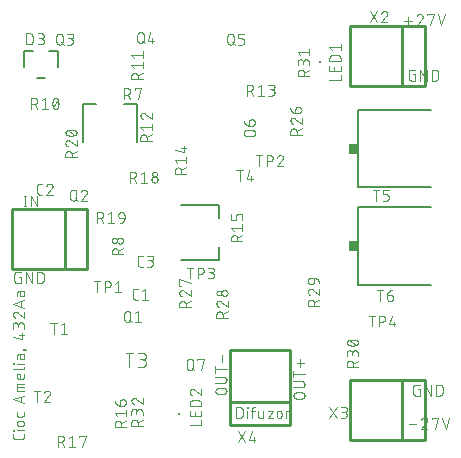
<source format=gto>
G04 EAGLE Gerber RS-274X export*
G75*
%MOMM*%
%FSLAX34Y34*%
%LPD*%
%INSilkscreen Top*%
%IPPOS*%
%AMOC8*
5,1,8,0,0,1.08239X$1,22.5*%
G01*
%ADD10C,0.076200*%
%ADD11C,0.203200*%
%ADD12R,0.200000X0.200000*%
%ADD13C,0.101600*%
%ADD14R,0.762000X0.863600*%
%ADD15C,0.254000*%


D10*
X17399Y27418D02*
X17399Y25329D01*
X17397Y25240D01*
X17391Y25152D01*
X17382Y25064D01*
X17369Y24976D01*
X17352Y24889D01*
X17332Y24803D01*
X17307Y24718D01*
X17280Y24633D01*
X17248Y24550D01*
X17214Y24469D01*
X17175Y24389D01*
X17134Y24311D01*
X17089Y24234D01*
X17041Y24160D01*
X16990Y24087D01*
X16936Y24017D01*
X16878Y23950D01*
X16818Y23884D01*
X16756Y23822D01*
X16690Y23762D01*
X16623Y23704D01*
X16553Y23650D01*
X16480Y23599D01*
X16406Y23551D01*
X16329Y23506D01*
X16251Y23465D01*
X16171Y23426D01*
X16090Y23392D01*
X16007Y23360D01*
X15922Y23333D01*
X15837Y23308D01*
X15751Y23288D01*
X15664Y23271D01*
X15576Y23258D01*
X15488Y23249D01*
X15400Y23243D01*
X15311Y23241D01*
X10089Y23241D01*
X9998Y23243D01*
X9907Y23249D01*
X9816Y23259D01*
X9726Y23273D01*
X9637Y23291D01*
X9548Y23312D01*
X9461Y23338D01*
X9375Y23367D01*
X9290Y23400D01*
X9206Y23437D01*
X9124Y23477D01*
X9045Y23521D01*
X8967Y23568D01*
X8891Y23619D01*
X8817Y23673D01*
X8746Y23730D01*
X8678Y23790D01*
X8612Y23853D01*
X8549Y23919D01*
X8489Y23987D01*
X8432Y24058D01*
X8378Y24132D01*
X8327Y24208D01*
X8280Y24285D01*
X8236Y24365D01*
X8196Y24447D01*
X8159Y24531D01*
X8126Y24615D01*
X8097Y24702D01*
X8071Y24789D01*
X8050Y24878D01*
X8032Y24967D01*
X8018Y25057D01*
X8008Y25148D01*
X8002Y25239D01*
X8000Y25330D01*
X8001Y25329D02*
X8001Y27418D01*
X11134Y30754D02*
X17399Y30754D01*
X8523Y30493D02*
X8001Y30493D01*
X8001Y31015D01*
X8523Y31015D01*
X8523Y30493D01*
X13222Y34457D02*
X15311Y34457D01*
X13222Y34457D02*
X13132Y34459D01*
X13043Y34465D01*
X12953Y34474D01*
X12864Y34488D01*
X12776Y34505D01*
X12689Y34526D01*
X12602Y34551D01*
X12517Y34580D01*
X12433Y34612D01*
X12351Y34647D01*
X12270Y34687D01*
X12191Y34729D01*
X12114Y34775D01*
X12039Y34825D01*
X11966Y34877D01*
X11895Y34933D01*
X11827Y34991D01*
X11762Y35053D01*
X11699Y35117D01*
X11639Y35184D01*
X11582Y35253D01*
X11528Y35325D01*
X11477Y35399D01*
X11429Y35475D01*
X11385Y35553D01*
X11344Y35633D01*
X11306Y35715D01*
X11272Y35798D01*
X11242Y35883D01*
X11215Y35969D01*
X11192Y36055D01*
X11173Y36143D01*
X11158Y36232D01*
X11146Y36321D01*
X11138Y36410D01*
X11134Y36500D01*
X11134Y36590D01*
X11138Y36680D01*
X11146Y36769D01*
X11158Y36858D01*
X11173Y36947D01*
X11192Y37035D01*
X11215Y37121D01*
X11242Y37207D01*
X11272Y37292D01*
X11306Y37375D01*
X11344Y37457D01*
X11385Y37537D01*
X11429Y37615D01*
X11477Y37691D01*
X11528Y37765D01*
X11582Y37837D01*
X11639Y37906D01*
X11699Y37973D01*
X11762Y38037D01*
X11827Y38099D01*
X11895Y38157D01*
X11966Y38213D01*
X12039Y38265D01*
X12114Y38315D01*
X12191Y38361D01*
X12270Y38403D01*
X12351Y38443D01*
X12433Y38478D01*
X12517Y38510D01*
X12602Y38539D01*
X12689Y38564D01*
X12776Y38585D01*
X12864Y38602D01*
X12953Y38616D01*
X13043Y38625D01*
X13132Y38631D01*
X13222Y38633D01*
X13222Y38634D02*
X15311Y38634D01*
X15311Y38633D02*
X15401Y38631D01*
X15490Y38625D01*
X15580Y38616D01*
X15669Y38602D01*
X15757Y38585D01*
X15844Y38564D01*
X15931Y38539D01*
X16016Y38510D01*
X16100Y38478D01*
X16182Y38443D01*
X16263Y38403D01*
X16342Y38361D01*
X16419Y38315D01*
X16494Y38265D01*
X16567Y38213D01*
X16638Y38157D01*
X16706Y38099D01*
X16771Y38037D01*
X16834Y37973D01*
X16894Y37906D01*
X16951Y37837D01*
X17005Y37765D01*
X17056Y37691D01*
X17104Y37615D01*
X17148Y37537D01*
X17189Y37457D01*
X17227Y37375D01*
X17261Y37292D01*
X17291Y37207D01*
X17318Y37121D01*
X17341Y37035D01*
X17360Y36947D01*
X17375Y36858D01*
X17387Y36769D01*
X17395Y36680D01*
X17399Y36590D01*
X17399Y36500D01*
X17395Y36410D01*
X17387Y36321D01*
X17375Y36232D01*
X17360Y36143D01*
X17341Y36055D01*
X17318Y35969D01*
X17291Y35883D01*
X17261Y35798D01*
X17227Y35715D01*
X17189Y35633D01*
X17148Y35553D01*
X17104Y35475D01*
X17056Y35399D01*
X17005Y35325D01*
X16951Y35253D01*
X16894Y35184D01*
X16834Y35117D01*
X16771Y35053D01*
X16706Y34991D01*
X16638Y34933D01*
X16567Y34877D01*
X16494Y34825D01*
X16419Y34775D01*
X16342Y34729D01*
X16263Y34687D01*
X16182Y34647D01*
X16100Y34612D01*
X16016Y34580D01*
X15931Y34551D01*
X15844Y34526D01*
X15757Y34505D01*
X15669Y34488D01*
X15580Y34474D01*
X15490Y34465D01*
X15401Y34459D01*
X15311Y34457D01*
X17399Y43958D02*
X17399Y46047D01*
X17399Y43958D02*
X17397Y43881D01*
X17391Y43805D01*
X17382Y43728D01*
X17369Y43652D01*
X17352Y43577D01*
X17332Y43503D01*
X17307Y43430D01*
X17280Y43359D01*
X17249Y43288D01*
X17214Y43220D01*
X17176Y43153D01*
X17135Y43088D01*
X17091Y43025D01*
X17044Y42965D01*
X16993Y42906D01*
X16940Y42851D01*
X16885Y42798D01*
X16826Y42747D01*
X16766Y42700D01*
X16703Y42656D01*
X16638Y42615D01*
X16571Y42577D01*
X16503Y42542D01*
X16432Y42511D01*
X16361Y42484D01*
X16288Y42459D01*
X16214Y42439D01*
X16139Y42422D01*
X16063Y42409D01*
X15986Y42400D01*
X15910Y42394D01*
X15833Y42392D01*
X12700Y42392D01*
X12623Y42394D01*
X12547Y42400D01*
X12470Y42409D01*
X12394Y42422D01*
X12319Y42439D01*
X12245Y42459D01*
X12172Y42484D01*
X12101Y42511D01*
X12030Y42542D01*
X11962Y42577D01*
X11895Y42615D01*
X11830Y42656D01*
X11767Y42700D01*
X11707Y42747D01*
X11648Y42798D01*
X11593Y42851D01*
X11540Y42906D01*
X11489Y42965D01*
X11442Y43025D01*
X11398Y43088D01*
X11357Y43153D01*
X11319Y43220D01*
X11284Y43288D01*
X11253Y43359D01*
X11226Y43430D01*
X11201Y43503D01*
X11181Y43577D01*
X11164Y43652D01*
X11151Y43728D01*
X11142Y43805D01*
X11136Y43881D01*
X11134Y43958D01*
X11134Y46047D01*
X17399Y53834D02*
X8001Y56967D01*
X17399Y60099D01*
X15050Y59316D02*
X15050Y54617D01*
X17399Y63892D02*
X11134Y63892D01*
X11134Y68591D01*
X11136Y68668D01*
X11142Y68744D01*
X11151Y68821D01*
X11164Y68897D01*
X11181Y68972D01*
X11201Y69046D01*
X11226Y69119D01*
X11253Y69190D01*
X11284Y69261D01*
X11319Y69329D01*
X11357Y69396D01*
X11398Y69461D01*
X11442Y69524D01*
X11489Y69584D01*
X11540Y69643D01*
X11593Y69698D01*
X11648Y69751D01*
X11707Y69802D01*
X11767Y69849D01*
X11830Y69893D01*
X11895Y69934D01*
X11962Y69972D01*
X12030Y70007D01*
X12101Y70038D01*
X12172Y70065D01*
X12245Y70090D01*
X12319Y70110D01*
X12394Y70127D01*
X12470Y70140D01*
X12547Y70149D01*
X12623Y70155D01*
X12700Y70157D01*
X12700Y70158D02*
X17399Y70158D01*
X17399Y67025D02*
X11134Y67025D01*
X17399Y75952D02*
X17399Y78562D01*
X17399Y75952D02*
X17397Y75875D01*
X17391Y75799D01*
X17382Y75722D01*
X17369Y75646D01*
X17352Y75571D01*
X17332Y75497D01*
X17307Y75424D01*
X17280Y75353D01*
X17249Y75282D01*
X17214Y75214D01*
X17176Y75147D01*
X17135Y75082D01*
X17091Y75019D01*
X17044Y74959D01*
X16993Y74900D01*
X16940Y74845D01*
X16885Y74792D01*
X16826Y74741D01*
X16766Y74694D01*
X16703Y74650D01*
X16638Y74609D01*
X16571Y74571D01*
X16503Y74536D01*
X16432Y74505D01*
X16361Y74478D01*
X16288Y74453D01*
X16214Y74433D01*
X16139Y74416D01*
X16063Y74403D01*
X15986Y74394D01*
X15910Y74388D01*
X15833Y74386D01*
X15833Y74385D02*
X13222Y74385D01*
X13222Y74386D02*
X13132Y74388D01*
X13043Y74394D01*
X12953Y74403D01*
X12864Y74417D01*
X12776Y74434D01*
X12689Y74455D01*
X12602Y74480D01*
X12517Y74509D01*
X12433Y74541D01*
X12351Y74576D01*
X12270Y74616D01*
X12191Y74658D01*
X12114Y74704D01*
X12039Y74754D01*
X11966Y74806D01*
X11895Y74862D01*
X11827Y74920D01*
X11762Y74982D01*
X11699Y75046D01*
X11639Y75113D01*
X11582Y75182D01*
X11528Y75254D01*
X11477Y75328D01*
X11429Y75404D01*
X11385Y75482D01*
X11344Y75562D01*
X11306Y75644D01*
X11272Y75727D01*
X11242Y75812D01*
X11215Y75898D01*
X11192Y75984D01*
X11173Y76072D01*
X11158Y76161D01*
X11146Y76250D01*
X11138Y76339D01*
X11134Y76429D01*
X11134Y76519D01*
X11138Y76609D01*
X11146Y76698D01*
X11158Y76787D01*
X11173Y76876D01*
X11192Y76964D01*
X11215Y77050D01*
X11242Y77136D01*
X11272Y77221D01*
X11306Y77304D01*
X11344Y77386D01*
X11385Y77466D01*
X11429Y77544D01*
X11477Y77620D01*
X11528Y77694D01*
X11582Y77766D01*
X11639Y77835D01*
X11699Y77902D01*
X11762Y77966D01*
X11827Y78028D01*
X11895Y78086D01*
X11966Y78142D01*
X12039Y78194D01*
X12114Y78244D01*
X12191Y78290D01*
X12270Y78332D01*
X12351Y78372D01*
X12433Y78407D01*
X12517Y78439D01*
X12602Y78468D01*
X12689Y78493D01*
X12776Y78514D01*
X12864Y78531D01*
X12953Y78545D01*
X13043Y78554D01*
X13132Y78560D01*
X13222Y78562D01*
X14266Y78562D01*
X14266Y74385D01*
X15833Y82436D02*
X8001Y82436D01*
X15833Y82436D02*
X15910Y82438D01*
X15986Y82444D01*
X16063Y82453D01*
X16139Y82466D01*
X16214Y82483D01*
X16288Y82503D01*
X16361Y82528D01*
X16432Y82555D01*
X16503Y82586D01*
X16571Y82621D01*
X16638Y82659D01*
X16703Y82700D01*
X16766Y82744D01*
X16826Y82791D01*
X16885Y82842D01*
X16940Y82895D01*
X16993Y82950D01*
X17044Y83009D01*
X17091Y83069D01*
X17135Y83132D01*
X17176Y83197D01*
X17214Y83264D01*
X17249Y83332D01*
X17280Y83403D01*
X17307Y83474D01*
X17332Y83547D01*
X17352Y83621D01*
X17369Y83696D01*
X17382Y83772D01*
X17391Y83849D01*
X17397Y83925D01*
X17399Y84002D01*
X17399Y87142D02*
X11134Y87142D01*
X8523Y86881D02*
X8001Y86881D01*
X8001Y87403D01*
X8523Y87403D01*
X8523Y86881D01*
X13744Y92626D02*
X13744Y94976D01*
X13745Y92626D02*
X13747Y92542D01*
X13753Y92457D01*
X13763Y92374D01*
X13776Y92290D01*
X13794Y92208D01*
X13815Y92126D01*
X13840Y92045D01*
X13868Y91966D01*
X13901Y91888D01*
X13937Y91812D01*
X13976Y91737D01*
X14019Y91664D01*
X14065Y91593D01*
X14114Y91525D01*
X14166Y91459D01*
X14222Y91395D01*
X14280Y91334D01*
X14341Y91276D01*
X14405Y91220D01*
X14471Y91168D01*
X14539Y91119D01*
X14610Y91073D01*
X14683Y91030D01*
X14758Y90991D01*
X14834Y90955D01*
X14912Y90922D01*
X14991Y90894D01*
X15072Y90869D01*
X15154Y90848D01*
X15236Y90830D01*
X15320Y90817D01*
X15403Y90807D01*
X15488Y90801D01*
X15572Y90799D01*
X15656Y90801D01*
X15741Y90807D01*
X15824Y90817D01*
X15908Y90830D01*
X15990Y90848D01*
X16072Y90869D01*
X16153Y90894D01*
X16232Y90922D01*
X16310Y90955D01*
X16386Y90991D01*
X16461Y91030D01*
X16534Y91073D01*
X16605Y91119D01*
X16673Y91168D01*
X16739Y91220D01*
X16803Y91276D01*
X16864Y91334D01*
X16922Y91395D01*
X16978Y91459D01*
X17030Y91525D01*
X17079Y91593D01*
X17125Y91664D01*
X17168Y91737D01*
X17207Y91812D01*
X17243Y91888D01*
X17276Y91966D01*
X17304Y92045D01*
X17329Y92126D01*
X17350Y92208D01*
X17368Y92290D01*
X17381Y92374D01*
X17391Y92457D01*
X17397Y92542D01*
X17399Y92626D01*
X17399Y94976D01*
X12700Y94976D01*
X12700Y94975D02*
X12623Y94973D01*
X12547Y94967D01*
X12470Y94958D01*
X12394Y94945D01*
X12319Y94928D01*
X12245Y94908D01*
X12172Y94883D01*
X12101Y94856D01*
X12030Y94825D01*
X11962Y94790D01*
X11895Y94752D01*
X11830Y94711D01*
X11767Y94667D01*
X11707Y94620D01*
X11648Y94569D01*
X11593Y94516D01*
X11540Y94461D01*
X11489Y94402D01*
X11442Y94342D01*
X11398Y94279D01*
X11357Y94214D01*
X11319Y94147D01*
X11284Y94079D01*
X11253Y94008D01*
X11226Y93937D01*
X11201Y93864D01*
X11181Y93790D01*
X11164Y93715D01*
X11151Y93639D01*
X11142Y93562D01*
X11136Y93486D01*
X11134Y93409D01*
X11134Y91321D01*
X17399Y98734D02*
X17399Y99256D01*
X17399Y98734D02*
X16877Y98734D01*
X16877Y99256D01*
X17399Y99256D01*
X19487Y98473D01*
X15311Y107696D02*
X8001Y109784D01*
X15311Y107696D02*
X15311Y112917D01*
X13222Y111351D02*
X17399Y111351D01*
X17399Y116840D02*
X17399Y119450D01*
X17397Y119551D01*
X17391Y119652D01*
X17381Y119753D01*
X17368Y119853D01*
X17350Y119953D01*
X17329Y120052D01*
X17303Y120150D01*
X17274Y120247D01*
X17242Y120343D01*
X17205Y120437D01*
X17165Y120530D01*
X17121Y120622D01*
X17074Y120711D01*
X17023Y120799D01*
X16969Y120885D01*
X16912Y120968D01*
X16852Y121050D01*
X16788Y121128D01*
X16722Y121205D01*
X16652Y121278D01*
X16580Y121349D01*
X16505Y121417D01*
X16427Y121482D01*
X16347Y121544D01*
X16265Y121603D01*
X16180Y121659D01*
X16094Y121711D01*
X16005Y121760D01*
X15914Y121806D01*
X15822Y121847D01*
X15728Y121886D01*
X15633Y121920D01*
X15537Y121951D01*
X15439Y121978D01*
X15341Y122002D01*
X15241Y122021D01*
X15141Y122037D01*
X15041Y122049D01*
X14940Y122057D01*
X14839Y122061D01*
X14737Y122061D01*
X14636Y122057D01*
X14535Y122049D01*
X14435Y122037D01*
X14335Y122021D01*
X14235Y122002D01*
X14137Y121978D01*
X14039Y121951D01*
X13943Y121920D01*
X13848Y121886D01*
X13754Y121847D01*
X13662Y121806D01*
X13571Y121760D01*
X13483Y121711D01*
X13396Y121659D01*
X13311Y121603D01*
X13229Y121544D01*
X13149Y121482D01*
X13071Y121417D01*
X12996Y121349D01*
X12924Y121278D01*
X12854Y121205D01*
X12788Y121128D01*
X12724Y121050D01*
X12664Y120968D01*
X12607Y120885D01*
X12553Y120799D01*
X12502Y120711D01*
X12455Y120622D01*
X12411Y120530D01*
X12371Y120437D01*
X12334Y120343D01*
X12302Y120247D01*
X12273Y120150D01*
X12247Y120052D01*
X12226Y119953D01*
X12208Y119853D01*
X12195Y119753D01*
X12185Y119652D01*
X12179Y119551D01*
X12177Y119450D01*
X8001Y119972D02*
X8001Y116840D01*
X8001Y119972D02*
X8003Y120062D01*
X8009Y120151D01*
X8018Y120241D01*
X8032Y120330D01*
X8049Y120418D01*
X8070Y120505D01*
X8095Y120592D01*
X8124Y120677D01*
X8156Y120761D01*
X8191Y120843D01*
X8231Y120924D01*
X8273Y121003D01*
X8319Y121080D01*
X8369Y121155D01*
X8421Y121228D01*
X8477Y121299D01*
X8535Y121367D01*
X8597Y121432D01*
X8661Y121495D01*
X8728Y121555D01*
X8797Y121612D01*
X8869Y121666D01*
X8943Y121717D01*
X9019Y121765D01*
X9097Y121809D01*
X9177Y121850D01*
X9259Y121888D01*
X9342Y121922D01*
X9427Y121952D01*
X9513Y121979D01*
X9599Y122002D01*
X9687Y122021D01*
X9776Y122036D01*
X9865Y122048D01*
X9954Y122056D01*
X10044Y122060D01*
X10134Y122060D01*
X10224Y122056D01*
X10313Y122048D01*
X10402Y122036D01*
X10491Y122021D01*
X10579Y122002D01*
X10665Y121979D01*
X10751Y121952D01*
X10836Y121922D01*
X10919Y121888D01*
X11001Y121850D01*
X11081Y121809D01*
X11159Y121765D01*
X11235Y121717D01*
X11309Y121666D01*
X11381Y121612D01*
X11450Y121555D01*
X11517Y121495D01*
X11581Y121432D01*
X11643Y121367D01*
X11701Y121299D01*
X11757Y121228D01*
X11809Y121155D01*
X11859Y121080D01*
X11905Y121003D01*
X11947Y120924D01*
X11987Y120843D01*
X12022Y120761D01*
X12054Y120677D01*
X12083Y120592D01*
X12108Y120505D01*
X12129Y120418D01*
X12146Y120330D01*
X12160Y120241D01*
X12169Y120151D01*
X12175Y120062D01*
X12177Y119972D01*
X12178Y119972D02*
X12178Y117884D01*
X8001Y128855D02*
X8003Y128950D01*
X8009Y129044D01*
X8018Y129138D01*
X8031Y129232D01*
X8048Y129325D01*
X8069Y129417D01*
X8094Y129509D01*
X8122Y129599D01*
X8154Y129688D01*
X8189Y129776D01*
X8228Y129862D01*
X8270Y129947D01*
X8316Y130030D01*
X8365Y130111D01*
X8417Y130190D01*
X8472Y130267D01*
X8531Y130341D01*
X8592Y130413D01*
X8656Y130483D01*
X8723Y130550D01*
X8793Y130614D01*
X8865Y130675D01*
X8939Y130734D01*
X9016Y130789D01*
X9095Y130841D01*
X9176Y130890D01*
X9259Y130936D01*
X9344Y130978D01*
X9430Y131017D01*
X9518Y131052D01*
X9607Y131084D01*
X9697Y131112D01*
X9789Y131137D01*
X9881Y131158D01*
X9974Y131175D01*
X10068Y131188D01*
X10162Y131197D01*
X10256Y131203D01*
X10351Y131205D01*
X8001Y128855D02*
X8003Y128747D01*
X8009Y128638D01*
X8019Y128530D01*
X8032Y128423D01*
X8050Y128316D01*
X8071Y128209D01*
X8096Y128104D01*
X8125Y127999D01*
X8157Y127896D01*
X8194Y127794D01*
X8234Y127693D01*
X8277Y127594D01*
X8324Y127496D01*
X8375Y127400D01*
X8429Y127306D01*
X8486Y127214D01*
X8547Y127124D01*
X8611Y127036D01*
X8677Y126951D01*
X8747Y126868D01*
X8820Y126788D01*
X8896Y126710D01*
X8974Y126635D01*
X9055Y126563D01*
X9139Y126494D01*
X9225Y126428D01*
X9313Y126365D01*
X9404Y126306D01*
X9496Y126249D01*
X9591Y126196D01*
X9688Y126147D01*
X9786Y126101D01*
X9885Y126058D01*
X9987Y126019D01*
X10089Y125984D01*
X12179Y130422D02*
X12110Y130491D01*
X12039Y130557D01*
X11966Y130621D01*
X11890Y130682D01*
X11811Y130740D01*
X11731Y130794D01*
X11648Y130846D01*
X11564Y130894D01*
X11478Y130940D01*
X11390Y130981D01*
X11300Y131020D01*
X11209Y131055D01*
X11117Y131086D01*
X11024Y131114D01*
X10930Y131138D01*
X10835Y131158D01*
X10739Y131175D01*
X10642Y131188D01*
X10545Y131197D01*
X10448Y131203D01*
X10351Y131205D01*
X12178Y130422D02*
X17399Y125984D01*
X17399Y131205D01*
X17399Y134606D02*
X8001Y137738D01*
X17399Y140871D01*
X15050Y140088D02*
X15050Y135389D01*
X13744Y145966D02*
X13744Y148315D01*
X13745Y145966D02*
X13747Y145882D01*
X13753Y145797D01*
X13763Y145714D01*
X13776Y145630D01*
X13794Y145548D01*
X13815Y145466D01*
X13840Y145385D01*
X13868Y145306D01*
X13901Y145228D01*
X13937Y145152D01*
X13976Y145077D01*
X14019Y145004D01*
X14065Y144933D01*
X14114Y144865D01*
X14166Y144799D01*
X14222Y144735D01*
X14280Y144674D01*
X14341Y144616D01*
X14405Y144560D01*
X14471Y144508D01*
X14539Y144459D01*
X14610Y144413D01*
X14683Y144370D01*
X14758Y144331D01*
X14834Y144295D01*
X14912Y144262D01*
X14991Y144234D01*
X15072Y144209D01*
X15154Y144188D01*
X15236Y144170D01*
X15320Y144157D01*
X15403Y144147D01*
X15488Y144141D01*
X15572Y144139D01*
X15656Y144141D01*
X15741Y144147D01*
X15824Y144157D01*
X15908Y144170D01*
X15990Y144188D01*
X16072Y144209D01*
X16153Y144234D01*
X16232Y144262D01*
X16310Y144295D01*
X16386Y144331D01*
X16461Y144370D01*
X16534Y144413D01*
X16605Y144459D01*
X16673Y144508D01*
X16739Y144560D01*
X16803Y144616D01*
X16864Y144674D01*
X16922Y144735D01*
X16978Y144799D01*
X17030Y144865D01*
X17079Y144933D01*
X17125Y145004D01*
X17168Y145077D01*
X17207Y145152D01*
X17243Y145228D01*
X17276Y145306D01*
X17304Y145385D01*
X17329Y145466D01*
X17350Y145548D01*
X17368Y145630D01*
X17381Y145714D01*
X17391Y145797D01*
X17397Y145882D01*
X17399Y145966D01*
X17399Y148315D01*
X12700Y148315D01*
X12623Y148313D01*
X12547Y148307D01*
X12470Y148298D01*
X12394Y148285D01*
X12319Y148268D01*
X12245Y148248D01*
X12172Y148223D01*
X12101Y148196D01*
X12030Y148165D01*
X11962Y148130D01*
X11895Y148092D01*
X11830Y148051D01*
X11767Y148007D01*
X11707Y147960D01*
X11648Y147909D01*
X11593Y147856D01*
X11540Y147801D01*
X11489Y147742D01*
X11442Y147682D01*
X11398Y147619D01*
X11357Y147554D01*
X11319Y147487D01*
X11284Y147419D01*
X11253Y147348D01*
X11226Y147277D01*
X11201Y147204D01*
X11181Y147130D01*
X11164Y147055D01*
X11151Y146979D01*
X11142Y146902D01*
X11136Y146826D01*
X11134Y146749D01*
X11134Y144661D01*
X346936Y331992D02*
X348502Y331992D01*
X348502Y326771D01*
X345369Y326771D01*
X345280Y326773D01*
X345192Y326779D01*
X345104Y326788D01*
X345016Y326801D01*
X344929Y326818D01*
X344843Y326838D01*
X344758Y326863D01*
X344673Y326890D01*
X344590Y326922D01*
X344509Y326956D01*
X344429Y326995D01*
X344351Y327036D01*
X344274Y327081D01*
X344200Y327129D01*
X344127Y327180D01*
X344057Y327234D01*
X343990Y327292D01*
X343924Y327352D01*
X343862Y327414D01*
X343802Y327480D01*
X343744Y327547D01*
X343690Y327617D01*
X343639Y327690D01*
X343591Y327764D01*
X343546Y327841D01*
X343505Y327919D01*
X343466Y327999D01*
X343432Y328080D01*
X343400Y328163D01*
X343373Y328248D01*
X343348Y328333D01*
X343328Y328419D01*
X343311Y328506D01*
X343298Y328594D01*
X343289Y328682D01*
X343283Y328770D01*
X343281Y328859D01*
X343281Y334081D01*
X343283Y334172D01*
X343289Y334263D01*
X343299Y334354D01*
X343313Y334444D01*
X343330Y334533D01*
X343352Y334621D01*
X343378Y334709D01*
X343407Y334795D01*
X343440Y334880D01*
X343477Y334963D01*
X343517Y335045D01*
X343561Y335125D01*
X343608Y335203D01*
X343659Y335279D01*
X343712Y335352D01*
X343769Y335423D01*
X343830Y335492D01*
X343893Y335557D01*
X343958Y335620D01*
X344027Y335680D01*
X344098Y335738D01*
X344171Y335791D01*
X344247Y335842D01*
X344325Y335889D01*
X344405Y335933D01*
X344487Y335973D01*
X344570Y336010D01*
X344655Y336043D01*
X344741Y336072D01*
X344829Y336098D01*
X344917Y336120D01*
X345006Y336137D01*
X345096Y336151D01*
X345187Y336161D01*
X345278Y336167D01*
X345369Y336169D01*
X348502Y336169D01*
X353035Y336169D02*
X353035Y326771D01*
X358256Y326771D02*
X353035Y336169D01*
X358256Y336169D02*
X358256Y326771D01*
X362788Y326771D02*
X362788Y336169D01*
X365399Y336169D01*
X365499Y336167D01*
X365599Y336161D01*
X365698Y336152D01*
X365798Y336138D01*
X365896Y336121D01*
X365994Y336100D01*
X366091Y336076D01*
X366187Y336047D01*
X366282Y336015D01*
X366375Y335980D01*
X366467Y335941D01*
X366558Y335898D01*
X366646Y335852D01*
X366733Y335802D01*
X366818Y335750D01*
X366901Y335694D01*
X366982Y335635D01*
X367060Y335572D01*
X367136Y335507D01*
X367210Y335439D01*
X367280Y335369D01*
X367348Y335295D01*
X367413Y335219D01*
X367476Y335141D01*
X367535Y335060D01*
X367591Y334977D01*
X367643Y334892D01*
X367693Y334805D01*
X367739Y334717D01*
X367782Y334626D01*
X367821Y334534D01*
X367856Y334441D01*
X367888Y334346D01*
X367917Y334250D01*
X367941Y334153D01*
X367962Y334055D01*
X367979Y333957D01*
X367993Y333857D01*
X368002Y333758D01*
X368008Y333658D01*
X368010Y333558D01*
X368009Y333558D02*
X368009Y329382D01*
X368010Y329382D02*
X368008Y329282D01*
X368002Y329182D01*
X367993Y329083D01*
X367979Y328983D01*
X367962Y328885D01*
X367941Y328787D01*
X367917Y328690D01*
X367888Y328594D01*
X367856Y328499D01*
X367821Y328406D01*
X367782Y328314D01*
X367739Y328223D01*
X367693Y328135D01*
X367643Y328048D01*
X367591Y327963D01*
X367535Y327880D01*
X367476Y327799D01*
X367413Y327721D01*
X367348Y327645D01*
X367280Y327571D01*
X367210Y327501D01*
X367136Y327433D01*
X367060Y327368D01*
X366982Y327305D01*
X366901Y327246D01*
X366818Y327190D01*
X366733Y327138D01*
X366646Y327088D01*
X366558Y327042D01*
X366467Y326999D01*
X366375Y326960D01*
X366282Y326925D01*
X366187Y326893D01*
X366091Y326864D01*
X365994Y326840D01*
X365896Y326819D01*
X365798Y326802D01*
X365698Y326788D01*
X365599Y326779D01*
X365499Y326773D01*
X365399Y326771D01*
X362788Y326771D01*
X352312Y65292D02*
X350746Y65292D01*
X352312Y65292D02*
X352312Y60071D01*
X349179Y60071D01*
X349090Y60073D01*
X349002Y60079D01*
X348914Y60088D01*
X348826Y60101D01*
X348739Y60118D01*
X348653Y60138D01*
X348568Y60163D01*
X348483Y60190D01*
X348400Y60222D01*
X348319Y60256D01*
X348239Y60295D01*
X348161Y60336D01*
X348084Y60381D01*
X348010Y60429D01*
X347937Y60480D01*
X347867Y60534D01*
X347800Y60592D01*
X347734Y60652D01*
X347672Y60714D01*
X347612Y60780D01*
X347554Y60847D01*
X347500Y60917D01*
X347449Y60990D01*
X347401Y61064D01*
X347356Y61141D01*
X347315Y61219D01*
X347276Y61299D01*
X347242Y61380D01*
X347210Y61463D01*
X347183Y61548D01*
X347158Y61633D01*
X347138Y61719D01*
X347121Y61806D01*
X347108Y61894D01*
X347099Y61982D01*
X347093Y62070D01*
X347091Y62159D01*
X347091Y67381D01*
X347093Y67472D01*
X347099Y67563D01*
X347109Y67654D01*
X347123Y67744D01*
X347140Y67833D01*
X347162Y67921D01*
X347188Y68009D01*
X347217Y68095D01*
X347250Y68180D01*
X347287Y68263D01*
X347327Y68345D01*
X347371Y68425D01*
X347418Y68503D01*
X347469Y68579D01*
X347522Y68652D01*
X347579Y68723D01*
X347640Y68792D01*
X347703Y68857D01*
X347768Y68920D01*
X347837Y68980D01*
X347908Y69038D01*
X347981Y69091D01*
X348057Y69142D01*
X348135Y69189D01*
X348215Y69233D01*
X348297Y69273D01*
X348380Y69310D01*
X348465Y69343D01*
X348551Y69372D01*
X348639Y69398D01*
X348727Y69420D01*
X348816Y69437D01*
X348906Y69451D01*
X348997Y69461D01*
X349088Y69467D01*
X349179Y69469D01*
X352312Y69469D01*
X356845Y69469D02*
X356845Y60071D01*
X362066Y60071D02*
X356845Y69469D01*
X362066Y69469D02*
X362066Y60071D01*
X366598Y60071D02*
X366598Y69469D01*
X369209Y69469D01*
X369309Y69467D01*
X369409Y69461D01*
X369508Y69452D01*
X369608Y69438D01*
X369706Y69421D01*
X369804Y69400D01*
X369901Y69376D01*
X369997Y69347D01*
X370092Y69315D01*
X370185Y69280D01*
X370277Y69241D01*
X370368Y69198D01*
X370456Y69152D01*
X370543Y69102D01*
X370628Y69050D01*
X370711Y68994D01*
X370792Y68935D01*
X370870Y68872D01*
X370946Y68807D01*
X371020Y68739D01*
X371090Y68669D01*
X371158Y68595D01*
X371223Y68519D01*
X371286Y68441D01*
X371345Y68360D01*
X371401Y68277D01*
X371453Y68192D01*
X371503Y68105D01*
X371549Y68017D01*
X371592Y67926D01*
X371631Y67834D01*
X371666Y67741D01*
X371698Y67646D01*
X371727Y67550D01*
X371751Y67453D01*
X371772Y67355D01*
X371789Y67257D01*
X371803Y67157D01*
X371812Y67058D01*
X371818Y66958D01*
X371820Y66858D01*
X371819Y66858D02*
X371819Y62682D01*
X371820Y62682D02*
X371818Y62582D01*
X371812Y62482D01*
X371803Y62383D01*
X371789Y62283D01*
X371772Y62185D01*
X371751Y62087D01*
X371727Y61990D01*
X371698Y61894D01*
X371666Y61799D01*
X371631Y61706D01*
X371592Y61614D01*
X371549Y61523D01*
X371503Y61435D01*
X371453Y61348D01*
X371401Y61263D01*
X371345Y61180D01*
X371286Y61099D01*
X371223Y61021D01*
X371158Y60945D01*
X371090Y60871D01*
X371020Y60801D01*
X370946Y60733D01*
X370870Y60668D01*
X370792Y60605D01*
X370711Y60546D01*
X370628Y60490D01*
X370543Y60438D01*
X370456Y60388D01*
X370368Y60342D01*
X370277Y60299D01*
X370185Y60260D01*
X370092Y60225D01*
X369997Y60193D01*
X369901Y60164D01*
X369804Y60140D01*
X369706Y60119D01*
X369608Y60102D01*
X369508Y60088D01*
X369409Y60079D01*
X369309Y60073D01*
X369209Y60071D01*
X366598Y60071D01*
X14492Y160542D02*
X12926Y160542D01*
X14492Y160542D02*
X14492Y155321D01*
X11359Y155321D01*
X11270Y155323D01*
X11182Y155329D01*
X11094Y155338D01*
X11006Y155351D01*
X10919Y155368D01*
X10833Y155388D01*
X10748Y155413D01*
X10663Y155440D01*
X10580Y155472D01*
X10499Y155506D01*
X10419Y155545D01*
X10341Y155586D01*
X10264Y155631D01*
X10190Y155679D01*
X10117Y155730D01*
X10047Y155784D01*
X9980Y155842D01*
X9914Y155902D01*
X9852Y155964D01*
X9792Y156030D01*
X9734Y156097D01*
X9680Y156167D01*
X9629Y156240D01*
X9581Y156314D01*
X9536Y156391D01*
X9495Y156469D01*
X9456Y156549D01*
X9422Y156630D01*
X9390Y156713D01*
X9363Y156798D01*
X9338Y156883D01*
X9318Y156969D01*
X9301Y157056D01*
X9288Y157144D01*
X9279Y157232D01*
X9273Y157320D01*
X9271Y157409D01*
X9271Y162631D01*
X9273Y162722D01*
X9279Y162813D01*
X9289Y162904D01*
X9303Y162994D01*
X9320Y163083D01*
X9342Y163171D01*
X9368Y163259D01*
X9397Y163345D01*
X9430Y163430D01*
X9467Y163513D01*
X9507Y163595D01*
X9551Y163675D01*
X9598Y163753D01*
X9649Y163829D01*
X9702Y163902D01*
X9759Y163973D01*
X9820Y164042D01*
X9883Y164107D01*
X9948Y164170D01*
X10017Y164230D01*
X10088Y164288D01*
X10161Y164341D01*
X10237Y164392D01*
X10315Y164439D01*
X10395Y164483D01*
X10477Y164523D01*
X10560Y164560D01*
X10645Y164593D01*
X10731Y164622D01*
X10819Y164648D01*
X10907Y164670D01*
X10996Y164687D01*
X11086Y164701D01*
X11177Y164711D01*
X11268Y164717D01*
X11359Y164719D01*
X14492Y164719D01*
X19025Y164719D02*
X19025Y155321D01*
X24246Y155321D02*
X19025Y164719D01*
X24246Y164719D02*
X24246Y155321D01*
X28778Y155321D02*
X28778Y164719D01*
X31389Y164719D01*
X31489Y164717D01*
X31589Y164711D01*
X31688Y164702D01*
X31788Y164688D01*
X31886Y164671D01*
X31984Y164650D01*
X32081Y164626D01*
X32177Y164597D01*
X32272Y164565D01*
X32365Y164530D01*
X32457Y164491D01*
X32548Y164448D01*
X32636Y164402D01*
X32723Y164352D01*
X32808Y164300D01*
X32891Y164244D01*
X32972Y164185D01*
X33050Y164122D01*
X33126Y164057D01*
X33200Y163989D01*
X33270Y163919D01*
X33338Y163845D01*
X33403Y163769D01*
X33466Y163691D01*
X33525Y163610D01*
X33581Y163527D01*
X33633Y163442D01*
X33683Y163355D01*
X33729Y163267D01*
X33772Y163176D01*
X33811Y163084D01*
X33846Y162991D01*
X33878Y162896D01*
X33907Y162800D01*
X33931Y162703D01*
X33952Y162605D01*
X33969Y162507D01*
X33983Y162407D01*
X33992Y162308D01*
X33998Y162208D01*
X34000Y162108D01*
X33999Y162108D02*
X33999Y157932D01*
X34000Y157932D02*
X33998Y157832D01*
X33992Y157732D01*
X33983Y157633D01*
X33969Y157533D01*
X33952Y157435D01*
X33931Y157337D01*
X33907Y157240D01*
X33878Y157144D01*
X33846Y157049D01*
X33811Y156956D01*
X33772Y156864D01*
X33729Y156773D01*
X33683Y156685D01*
X33633Y156598D01*
X33581Y156513D01*
X33525Y156430D01*
X33466Y156349D01*
X33403Y156271D01*
X33338Y156195D01*
X33270Y156121D01*
X33200Y156051D01*
X33126Y155983D01*
X33050Y155918D01*
X32972Y155855D01*
X32891Y155796D01*
X32808Y155740D01*
X32723Y155688D01*
X32636Y155638D01*
X32548Y155592D01*
X32457Y155549D01*
X32365Y155510D01*
X32272Y155475D01*
X32177Y155443D01*
X32081Y155414D01*
X31984Y155390D01*
X31886Y155369D01*
X31788Y155352D01*
X31688Y155338D01*
X31589Y155329D01*
X31489Y155323D01*
X31389Y155321D01*
X28778Y155321D01*
X339471Y377416D02*
X345736Y377416D01*
X342604Y380548D02*
X342604Y374283D01*
X352618Y383160D02*
X352713Y383158D01*
X352807Y383152D01*
X352901Y383143D01*
X352995Y383130D01*
X353088Y383113D01*
X353180Y383092D01*
X353272Y383067D01*
X353362Y383039D01*
X353451Y383007D01*
X353539Y382972D01*
X353625Y382933D01*
X353710Y382891D01*
X353793Y382845D01*
X353874Y382796D01*
X353953Y382744D01*
X354030Y382689D01*
X354104Y382630D01*
X354176Y382569D01*
X354246Y382505D01*
X354313Y382438D01*
X354377Y382368D01*
X354438Y382296D01*
X354497Y382222D01*
X354552Y382145D01*
X354604Y382066D01*
X354653Y381985D01*
X354699Y381902D01*
X354741Y381817D01*
X354780Y381731D01*
X354815Y381643D01*
X354847Y381554D01*
X354875Y381464D01*
X354900Y381372D01*
X354921Y381280D01*
X354938Y381187D01*
X354951Y381093D01*
X354960Y380999D01*
X354966Y380905D01*
X354968Y380810D01*
X352618Y383159D02*
X352510Y383157D01*
X352401Y383151D01*
X352293Y383141D01*
X352186Y383128D01*
X352079Y383110D01*
X351972Y383089D01*
X351867Y383064D01*
X351762Y383035D01*
X351659Y383003D01*
X351557Y382966D01*
X351456Y382926D01*
X351357Y382883D01*
X351259Y382836D01*
X351163Y382785D01*
X351069Y382731D01*
X350977Y382674D01*
X350887Y382613D01*
X350799Y382549D01*
X350714Y382483D01*
X350631Y382413D01*
X350551Y382340D01*
X350473Y382264D01*
X350398Y382186D01*
X350326Y382105D01*
X350257Y382021D01*
X350191Y381935D01*
X350128Y381847D01*
X350069Y381756D01*
X350012Y381664D01*
X349959Y381569D01*
X349910Y381473D01*
X349864Y381374D01*
X349821Y381275D01*
X349782Y381173D01*
X349747Y381071D01*
X354185Y378982D02*
X354254Y379051D01*
X354320Y379122D01*
X354384Y379195D01*
X354445Y379271D01*
X354503Y379350D01*
X354557Y379430D01*
X354609Y379513D01*
X354657Y379597D01*
X354703Y379683D01*
X354744Y379771D01*
X354783Y379861D01*
X354818Y379952D01*
X354849Y380044D01*
X354877Y380137D01*
X354901Y380231D01*
X354921Y380326D01*
X354938Y380422D01*
X354951Y380519D01*
X354960Y380616D01*
X354966Y380713D01*
X354968Y380810D01*
X354185Y378982D02*
X349747Y373761D01*
X354968Y373761D01*
X358891Y382115D02*
X358891Y383159D01*
X364112Y383159D01*
X361501Y373761D01*
X370645Y373761D02*
X367513Y383159D01*
X373778Y383159D02*
X370645Y373761D01*
X349546Y35786D02*
X343281Y35786D01*
X356428Y41530D02*
X356523Y41528D01*
X356617Y41522D01*
X356711Y41513D01*
X356805Y41500D01*
X356898Y41483D01*
X356990Y41462D01*
X357082Y41437D01*
X357172Y41409D01*
X357261Y41377D01*
X357349Y41342D01*
X357435Y41303D01*
X357520Y41261D01*
X357603Y41215D01*
X357684Y41166D01*
X357763Y41114D01*
X357840Y41059D01*
X357914Y41000D01*
X357986Y40939D01*
X358056Y40875D01*
X358123Y40808D01*
X358187Y40738D01*
X358248Y40666D01*
X358307Y40592D01*
X358362Y40515D01*
X358414Y40436D01*
X358463Y40355D01*
X358509Y40272D01*
X358551Y40187D01*
X358590Y40101D01*
X358625Y40013D01*
X358657Y39924D01*
X358685Y39834D01*
X358710Y39742D01*
X358731Y39650D01*
X358748Y39557D01*
X358761Y39463D01*
X358770Y39369D01*
X358776Y39275D01*
X358778Y39180D01*
X356428Y41529D02*
X356320Y41527D01*
X356211Y41521D01*
X356103Y41511D01*
X355996Y41498D01*
X355889Y41480D01*
X355782Y41459D01*
X355677Y41434D01*
X355572Y41405D01*
X355469Y41373D01*
X355367Y41336D01*
X355266Y41296D01*
X355167Y41253D01*
X355069Y41206D01*
X354973Y41155D01*
X354879Y41101D01*
X354787Y41044D01*
X354697Y40983D01*
X354609Y40919D01*
X354524Y40853D01*
X354441Y40783D01*
X354361Y40710D01*
X354283Y40634D01*
X354208Y40556D01*
X354136Y40475D01*
X354067Y40391D01*
X354001Y40305D01*
X353938Y40217D01*
X353879Y40126D01*
X353822Y40034D01*
X353769Y39939D01*
X353720Y39843D01*
X353674Y39744D01*
X353631Y39645D01*
X353592Y39543D01*
X353557Y39441D01*
X357995Y37352D02*
X358064Y37421D01*
X358130Y37492D01*
X358194Y37565D01*
X358255Y37641D01*
X358313Y37720D01*
X358367Y37800D01*
X358419Y37883D01*
X358467Y37967D01*
X358513Y38053D01*
X358554Y38141D01*
X358593Y38231D01*
X358628Y38322D01*
X358659Y38414D01*
X358687Y38507D01*
X358711Y38601D01*
X358731Y38696D01*
X358748Y38792D01*
X358761Y38889D01*
X358770Y38986D01*
X358776Y39083D01*
X358778Y39180D01*
X357995Y37352D02*
X353557Y32131D01*
X358778Y32131D01*
X362701Y40485D02*
X362701Y41529D01*
X367922Y41529D01*
X365311Y32131D01*
X374455Y32131D02*
X371323Y41529D01*
X377588Y41529D02*
X374455Y32131D01*
X197231Y41021D02*
X197231Y50419D01*
X199842Y50419D01*
X199942Y50417D01*
X200042Y50411D01*
X200141Y50402D01*
X200241Y50388D01*
X200339Y50371D01*
X200437Y50350D01*
X200534Y50326D01*
X200630Y50297D01*
X200725Y50265D01*
X200818Y50230D01*
X200910Y50191D01*
X201001Y50148D01*
X201089Y50102D01*
X201176Y50052D01*
X201261Y50000D01*
X201344Y49944D01*
X201425Y49885D01*
X201503Y49822D01*
X201579Y49757D01*
X201653Y49689D01*
X201723Y49619D01*
X201791Y49545D01*
X201856Y49469D01*
X201919Y49391D01*
X201978Y49310D01*
X202034Y49227D01*
X202086Y49142D01*
X202136Y49055D01*
X202182Y48967D01*
X202225Y48876D01*
X202264Y48784D01*
X202299Y48691D01*
X202331Y48596D01*
X202360Y48500D01*
X202384Y48403D01*
X202405Y48305D01*
X202422Y48207D01*
X202436Y48107D01*
X202445Y48008D01*
X202451Y47908D01*
X202453Y47808D01*
X202452Y47808D02*
X202452Y43632D01*
X202453Y43632D02*
X202451Y43532D01*
X202445Y43432D01*
X202436Y43333D01*
X202422Y43233D01*
X202405Y43135D01*
X202384Y43037D01*
X202360Y42940D01*
X202331Y42844D01*
X202299Y42749D01*
X202264Y42656D01*
X202225Y42564D01*
X202182Y42473D01*
X202136Y42385D01*
X202086Y42298D01*
X202034Y42213D01*
X201978Y42130D01*
X201919Y42049D01*
X201856Y41971D01*
X201791Y41895D01*
X201723Y41821D01*
X201653Y41751D01*
X201579Y41683D01*
X201503Y41618D01*
X201425Y41555D01*
X201344Y41496D01*
X201261Y41440D01*
X201176Y41388D01*
X201089Y41338D01*
X201001Y41292D01*
X200910Y41249D01*
X200818Y41210D01*
X200725Y41175D01*
X200630Y41143D01*
X200534Y41114D01*
X200437Y41090D01*
X200339Y41069D01*
X200241Y41052D01*
X200141Y41038D01*
X200042Y41029D01*
X199942Y41023D01*
X199842Y41021D01*
X197231Y41021D01*
X206547Y41021D02*
X206547Y47286D01*
X206286Y49897D02*
X206286Y50419D01*
X206808Y50419D01*
X206808Y49897D01*
X206286Y49897D01*
X210755Y48853D02*
X210755Y41021D01*
X210755Y48853D02*
X210757Y48930D01*
X210763Y49006D01*
X210772Y49083D01*
X210785Y49159D01*
X210802Y49234D01*
X210822Y49308D01*
X210847Y49381D01*
X210874Y49452D01*
X210905Y49523D01*
X210940Y49591D01*
X210978Y49658D01*
X211019Y49723D01*
X211063Y49786D01*
X211110Y49846D01*
X211161Y49905D01*
X211214Y49960D01*
X211269Y50013D01*
X211328Y50064D01*
X211388Y50111D01*
X211451Y50155D01*
X211516Y50196D01*
X211583Y50234D01*
X211651Y50269D01*
X211722Y50300D01*
X211793Y50327D01*
X211866Y50352D01*
X211940Y50372D01*
X212015Y50389D01*
X212091Y50402D01*
X212167Y50411D01*
X212244Y50417D01*
X212321Y50419D01*
X212843Y50419D01*
X212843Y47286D02*
X209710Y47286D01*
X215736Y47286D02*
X215736Y42587D01*
X215737Y42587D02*
X215739Y42510D01*
X215745Y42434D01*
X215754Y42357D01*
X215767Y42281D01*
X215784Y42206D01*
X215804Y42132D01*
X215829Y42059D01*
X215856Y41988D01*
X215887Y41917D01*
X215922Y41849D01*
X215960Y41782D01*
X216001Y41717D01*
X216045Y41654D01*
X216092Y41594D01*
X216143Y41535D01*
X216196Y41480D01*
X216251Y41427D01*
X216310Y41376D01*
X216370Y41329D01*
X216433Y41285D01*
X216498Y41244D01*
X216565Y41206D01*
X216633Y41171D01*
X216704Y41140D01*
X216775Y41113D01*
X216848Y41088D01*
X216922Y41068D01*
X216997Y41051D01*
X217073Y41038D01*
X217150Y41029D01*
X217226Y41023D01*
X217303Y41021D01*
X219913Y41021D01*
X219913Y47286D01*
X223661Y47286D02*
X227838Y47286D01*
X223661Y41021D01*
X227838Y41021D01*
X231281Y43109D02*
X231281Y45198D01*
X231283Y45288D01*
X231289Y45377D01*
X231298Y45467D01*
X231312Y45556D01*
X231329Y45644D01*
X231350Y45731D01*
X231375Y45818D01*
X231404Y45903D01*
X231436Y45987D01*
X231471Y46069D01*
X231511Y46150D01*
X231553Y46229D01*
X231599Y46306D01*
X231649Y46381D01*
X231701Y46454D01*
X231757Y46525D01*
X231815Y46593D01*
X231877Y46658D01*
X231941Y46721D01*
X232008Y46781D01*
X232077Y46838D01*
X232149Y46892D01*
X232223Y46943D01*
X232299Y46991D01*
X232377Y47035D01*
X232457Y47076D01*
X232539Y47114D01*
X232622Y47148D01*
X232707Y47178D01*
X232793Y47205D01*
X232879Y47228D01*
X232967Y47247D01*
X233056Y47262D01*
X233145Y47274D01*
X233234Y47282D01*
X233324Y47286D01*
X233414Y47286D01*
X233504Y47282D01*
X233593Y47274D01*
X233682Y47262D01*
X233771Y47247D01*
X233859Y47228D01*
X233945Y47205D01*
X234031Y47178D01*
X234116Y47148D01*
X234199Y47114D01*
X234281Y47076D01*
X234361Y47035D01*
X234439Y46991D01*
X234515Y46943D01*
X234589Y46892D01*
X234661Y46838D01*
X234730Y46781D01*
X234797Y46721D01*
X234861Y46658D01*
X234923Y46593D01*
X234981Y46525D01*
X235037Y46454D01*
X235089Y46381D01*
X235139Y46306D01*
X235185Y46229D01*
X235227Y46150D01*
X235267Y46069D01*
X235302Y45987D01*
X235334Y45903D01*
X235363Y45818D01*
X235388Y45731D01*
X235409Y45644D01*
X235426Y45556D01*
X235440Y45467D01*
X235449Y45377D01*
X235455Y45288D01*
X235457Y45198D01*
X235458Y45198D02*
X235458Y43109D01*
X235457Y43109D02*
X235455Y43019D01*
X235449Y42930D01*
X235440Y42840D01*
X235426Y42751D01*
X235409Y42663D01*
X235388Y42576D01*
X235363Y42489D01*
X235334Y42404D01*
X235302Y42320D01*
X235267Y42238D01*
X235227Y42157D01*
X235185Y42078D01*
X235139Y42001D01*
X235089Y41926D01*
X235037Y41853D01*
X234981Y41782D01*
X234923Y41714D01*
X234861Y41649D01*
X234797Y41586D01*
X234730Y41526D01*
X234661Y41469D01*
X234589Y41415D01*
X234515Y41364D01*
X234439Y41316D01*
X234361Y41272D01*
X234281Y41231D01*
X234199Y41193D01*
X234116Y41159D01*
X234031Y41129D01*
X233945Y41102D01*
X233859Y41079D01*
X233771Y41060D01*
X233682Y41045D01*
X233593Y41033D01*
X233504Y41025D01*
X233414Y41021D01*
X233324Y41021D01*
X233234Y41025D01*
X233145Y41033D01*
X233056Y41045D01*
X232967Y41060D01*
X232879Y41079D01*
X232793Y41102D01*
X232707Y41129D01*
X232622Y41159D01*
X232539Y41193D01*
X232457Y41231D01*
X232377Y41272D01*
X232299Y41316D01*
X232223Y41364D01*
X232149Y41415D01*
X232077Y41469D01*
X232008Y41526D01*
X231941Y41586D01*
X231877Y41649D01*
X231815Y41714D01*
X231757Y41782D01*
X231701Y41853D01*
X231649Y41926D01*
X231599Y42001D01*
X231553Y42078D01*
X231511Y42157D01*
X231471Y42238D01*
X231436Y42320D01*
X231404Y42404D01*
X231375Y42489D01*
X231350Y42576D01*
X231329Y42663D01*
X231312Y42751D01*
X231298Y42840D01*
X231289Y42930D01*
X231283Y43019D01*
X231281Y43109D01*
X239562Y41021D02*
X239562Y47286D01*
X242695Y47286D01*
X242695Y46242D01*
X248102Y57531D02*
X252278Y57531D01*
X248102Y57531D02*
X248001Y57533D01*
X247900Y57539D01*
X247799Y57549D01*
X247699Y57562D01*
X247599Y57580D01*
X247500Y57601D01*
X247402Y57627D01*
X247305Y57656D01*
X247209Y57688D01*
X247115Y57725D01*
X247022Y57765D01*
X246930Y57809D01*
X246841Y57856D01*
X246753Y57907D01*
X246667Y57961D01*
X246584Y58018D01*
X246502Y58078D01*
X246424Y58142D01*
X246347Y58208D01*
X246274Y58278D01*
X246203Y58350D01*
X246135Y58425D01*
X246070Y58503D01*
X246008Y58583D01*
X245949Y58665D01*
X245893Y58750D01*
X245841Y58837D01*
X245792Y58925D01*
X245746Y59016D01*
X245705Y59108D01*
X245666Y59202D01*
X245632Y59297D01*
X245601Y59393D01*
X245574Y59491D01*
X245550Y59589D01*
X245531Y59689D01*
X245515Y59789D01*
X245503Y59889D01*
X245495Y59990D01*
X245491Y60091D01*
X245491Y60193D01*
X245495Y60294D01*
X245503Y60395D01*
X245515Y60495D01*
X245531Y60595D01*
X245550Y60695D01*
X245574Y60793D01*
X245601Y60891D01*
X245632Y60987D01*
X245666Y61082D01*
X245705Y61176D01*
X245746Y61268D01*
X245792Y61359D01*
X245841Y61448D01*
X245893Y61534D01*
X245949Y61619D01*
X246008Y61701D01*
X246070Y61781D01*
X246135Y61859D01*
X246203Y61934D01*
X246274Y62006D01*
X246347Y62076D01*
X246424Y62142D01*
X246502Y62206D01*
X246584Y62266D01*
X246667Y62323D01*
X246753Y62377D01*
X246841Y62428D01*
X246930Y62475D01*
X247022Y62519D01*
X247115Y62559D01*
X247209Y62596D01*
X247305Y62628D01*
X247402Y62657D01*
X247500Y62683D01*
X247599Y62704D01*
X247699Y62722D01*
X247799Y62735D01*
X247900Y62745D01*
X248001Y62751D01*
X248102Y62753D01*
X248102Y62752D02*
X252278Y62752D01*
X252278Y62753D02*
X252379Y62751D01*
X252480Y62745D01*
X252581Y62735D01*
X252681Y62722D01*
X252781Y62704D01*
X252880Y62683D01*
X252978Y62657D01*
X253075Y62628D01*
X253171Y62596D01*
X253265Y62559D01*
X253358Y62519D01*
X253450Y62475D01*
X253539Y62428D01*
X253627Y62377D01*
X253713Y62323D01*
X253796Y62266D01*
X253878Y62206D01*
X253956Y62142D01*
X254033Y62076D01*
X254106Y62006D01*
X254177Y61934D01*
X254245Y61859D01*
X254310Y61781D01*
X254372Y61701D01*
X254431Y61619D01*
X254487Y61534D01*
X254539Y61447D01*
X254588Y61359D01*
X254634Y61268D01*
X254675Y61176D01*
X254714Y61082D01*
X254748Y60987D01*
X254779Y60891D01*
X254806Y60793D01*
X254830Y60695D01*
X254849Y60595D01*
X254865Y60495D01*
X254877Y60395D01*
X254885Y60294D01*
X254889Y60193D01*
X254889Y60091D01*
X254885Y59990D01*
X254877Y59889D01*
X254865Y59789D01*
X254849Y59689D01*
X254830Y59589D01*
X254806Y59491D01*
X254779Y59393D01*
X254748Y59297D01*
X254714Y59202D01*
X254675Y59108D01*
X254634Y59016D01*
X254588Y58925D01*
X254539Y58836D01*
X254487Y58750D01*
X254431Y58665D01*
X254372Y58583D01*
X254310Y58503D01*
X254245Y58425D01*
X254177Y58350D01*
X254106Y58278D01*
X254033Y58208D01*
X253956Y58142D01*
X253878Y58078D01*
X253796Y58018D01*
X253713Y57961D01*
X253627Y57907D01*
X253539Y57856D01*
X253450Y57809D01*
X253358Y57765D01*
X253265Y57725D01*
X253171Y57688D01*
X253075Y57656D01*
X252978Y57627D01*
X252880Y57601D01*
X252781Y57580D01*
X252681Y57562D01*
X252581Y57549D01*
X252480Y57539D01*
X252379Y57533D01*
X252278Y57531D01*
X252278Y66980D02*
X245491Y66980D01*
X252278Y66979D02*
X252379Y66981D01*
X252480Y66987D01*
X252581Y66997D01*
X252681Y67010D01*
X252781Y67028D01*
X252880Y67049D01*
X252978Y67075D01*
X253075Y67104D01*
X253171Y67136D01*
X253265Y67173D01*
X253358Y67213D01*
X253450Y67257D01*
X253539Y67304D01*
X253627Y67355D01*
X253713Y67409D01*
X253796Y67466D01*
X253878Y67526D01*
X253956Y67590D01*
X254033Y67656D01*
X254106Y67726D01*
X254177Y67798D01*
X254245Y67873D01*
X254310Y67951D01*
X254372Y68031D01*
X254431Y68113D01*
X254487Y68198D01*
X254539Y68284D01*
X254588Y68373D01*
X254634Y68464D01*
X254675Y68556D01*
X254714Y68650D01*
X254748Y68745D01*
X254779Y68841D01*
X254806Y68939D01*
X254830Y69037D01*
X254849Y69137D01*
X254865Y69237D01*
X254877Y69337D01*
X254885Y69438D01*
X254889Y69539D01*
X254889Y69641D01*
X254885Y69742D01*
X254877Y69843D01*
X254865Y69943D01*
X254849Y70043D01*
X254830Y70143D01*
X254806Y70241D01*
X254779Y70339D01*
X254748Y70435D01*
X254714Y70530D01*
X254675Y70624D01*
X254634Y70716D01*
X254588Y70807D01*
X254539Y70895D01*
X254487Y70982D01*
X254431Y71067D01*
X254372Y71149D01*
X254310Y71229D01*
X254245Y71307D01*
X254177Y71382D01*
X254106Y71454D01*
X254033Y71524D01*
X253956Y71590D01*
X253878Y71654D01*
X253796Y71714D01*
X253713Y71771D01*
X253627Y71825D01*
X253539Y71876D01*
X253450Y71923D01*
X253358Y71967D01*
X253265Y72007D01*
X253171Y72044D01*
X253075Y72076D01*
X252978Y72105D01*
X252880Y72131D01*
X252781Y72152D01*
X252681Y72170D01*
X252581Y72183D01*
X252480Y72193D01*
X252379Y72199D01*
X252278Y72201D01*
X245491Y72201D01*
X245491Y78430D02*
X254889Y78430D01*
X245491Y75819D02*
X245491Y81040D01*
X251234Y84441D02*
X251234Y90706D01*
X248102Y87574D02*
X254367Y87574D01*
X186238Y61341D02*
X182062Y61341D01*
X181961Y61343D01*
X181860Y61349D01*
X181759Y61359D01*
X181659Y61372D01*
X181559Y61390D01*
X181460Y61411D01*
X181362Y61437D01*
X181265Y61466D01*
X181169Y61498D01*
X181075Y61535D01*
X180982Y61575D01*
X180890Y61619D01*
X180801Y61666D01*
X180713Y61717D01*
X180627Y61771D01*
X180544Y61828D01*
X180462Y61888D01*
X180384Y61952D01*
X180307Y62018D01*
X180234Y62088D01*
X180163Y62160D01*
X180095Y62235D01*
X180030Y62313D01*
X179968Y62393D01*
X179909Y62475D01*
X179853Y62560D01*
X179801Y62647D01*
X179752Y62735D01*
X179706Y62826D01*
X179665Y62918D01*
X179626Y63012D01*
X179592Y63107D01*
X179561Y63203D01*
X179534Y63301D01*
X179510Y63399D01*
X179491Y63499D01*
X179475Y63599D01*
X179463Y63699D01*
X179455Y63800D01*
X179451Y63901D01*
X179451Y64003D01*
X179455Y64104D01*
X179463Y64205D01*
X179475Y64305D01*
X179491Y64405D01*
X179510Y64505D01*
X179534Y64603D01*
X179561Y64701D01*
X179592Y64797D01*
X179626Y64892D01*
X179665Y64986D01*
X179706Y65078D01*
X179752Y65169D01*
X179801Y65258D01*
X179853Y65344D01*
X179909Y65429D01*
X179968Y65511D01*
X180030Y65591D01*
X180095Y65669D01*
X180163Y65744D01*
X180234Y65816D01*
X180307Y65886D01*
X180384Y65952D01*
X180462Y66016D01*
X180544Y66076D01*
X180627Y66133D01*
X180713Y66187D01*
X180801Y66238D01*
X180890Y66285D01*
X180982Y66329D01*
X181075Y66369D01*
X181169Y66406D01*
X181265Y66438D01*
X181362Y66467D01*
X181460Y66493D01*
X181559Y66514D01*
X181659Y66532D01*
X181759Y66545D01*
X181860Y66555D01*
X181961Y66561D01*
X182062Y66563D01*
X182062Y66562D02*
X186238Y66562D01*
X186238Y66563D02*
X186339Y66561D01*
X186440Y66555D01*
X186541Y66545D01*
X186641Y66532D01*
X186741Y66514D01*
X186840Y66493D01*
X186938Y66467D01*
X187035Y66438D01*
X187131Y66406D01*
X187225Y66369D01*
X187318Y66329D01*
X187410Y66285D01*
X187499Y66238D01*
X187587Y66187D01*
X187673Y66133D01*
X187756Y66076D01*
X187838Y66016D01*
X187916Y65952D01*
X187993Y65886D01*
X188066Y65816D01*
X188137Y65744D01*
X188205Y65669D01*
X188270Y65591D01*
X188332Y65511D01*
X188391Y65429D01*
X188447Y65344D01*
X188499Y65257D01*
X188548Y65169D01*
X188594Y65078D01*
X188635Y64986D01*
X188674Y64892D01*
X188708Y64797D01*
X188739Y64701D01*
X188766Y64603D01*
X188790Y64505D01*
X188809Y64405D01*
X188825Y64305D01*
X188837Y64205D01*
X188845Y64104D01*
X188849Y64003D01*
X188849Y63901D01*
X188845Y63800D01*
X188837Y63699D01*
X188825Y63599D01*
X188809Y63499D01*
X188790Y63399D01*
X188766Y63301D01*
X188739Y63203D01*
X188708Y63107D01*
X188674Y63012D01*
X188635Y62918D01*
X188594Y62826D01*
X188548Y62735D01*
X188499Y62646D01*
X188447Y62560D01*
X188391Y62475D01*
X188332Y62393D01*
X188270Y62313D01*
X188205Y62235D01*
X188137Y62160D01*
X188066Y62088D01*
X187993Y62018D01*
X187916Y61952D01*
X187838Y61888D01*
X187756Y61828D01*
X187673Y61771D01*
X187587Y61717D01*
X187499Y61666D01*
X187410Y61619D01*
X187318Y61575D01*
X187225Y61535D01*
X187131Y61498D01*
X187035Y61466D01*
X186938Y61437D01*
X186840Y61411D01*
X186741Y61390D01*
X186641Y61372D01*
X186541Y61359D01*
X186440Y61349D01*
X186339Y61343D01*
X186238Y61341D01*
X186238Y70790D02*
X179451Y70790D01*
X186238Y70789D02*
X186339Y70791D01*
X186440Y70797D01*
X186541Y70807D01*
X186641Y70820D01*
X186741Y70838D01*
X186840Y70859D01*
X186938Y70885D01*
X187035Y70914D01*
X187131Y70946D01*
X187225Y70983D01*
X187318Y71023D01*
X187410Y71067D01*
X187499Y71114D01*
X187587Y71165D01*
X187673Y71219D01*
X187756Y71276D01*
X187838Y71336D01*
X187916Y71400D01*
X187993Y71466D01*
X188066Y71536D01*
X188137Y71608D01*
X188205Y71683D01*
X188270Y71761D01*
X188332Y71841D01*
X188391Y71923D01*
X188447Y72008D01*
X188499Y72094D01*
X188548Y72183D01*
X188594Y72274D01*
X188635Y72366D01*
X188674Y72460D01*
X188708Y72555D01*
X188739Y72651D01*
X188766Y72749D01*
X188790Y72847D01*
X188809Y72947D01*
X188825Y73047D01*
X188837Y73147D01*
X188845Y73248D01*
X188849Y73349D01*
X188849Y73451D01*
X188845Y73552D01*
X188837Y73653D01*
X188825Y73753D01*
X188809Y73853D01*
X188790Y73953D01*
X188766Y74051D01*
X188739Y74149D01*
X188708Y74245D01*
X188674Y74340D01*
X188635Y74434D01*
X188594Y74526D01*
X188548Y74617D01*
X188499Y74705D01*
X188447Y74792D01*
X188391Y74877D01*
X188332Y74959D01*
X188270Y75039D01*
X188205Y75117D01*
X188137Y75192D01*
X188066Y75264D01*
X187993Y75334D01*
X187916Y75400D01*
X187838Y75464D01*
X187756Y75524D01*
X187673Y75581D01*
X187587Y75635D01*
X187499Y75686D01*
X187410Y75733D01*
X187318Y75777D01*
X187225Y75817D01*
X187131Y75854D01*
X187035Y75886D01*
X186938Y75915D01*
X186840Y75941D01*
X186741Y75962D01*
X186641Y75980D01*
X186541Y75993D01*
X186440Y76003D01*
X186339Y76009D01*
X186238Y76011D01*
X179451Y76011D01*
X179451Y82240D02*
X188849Y82240D01*
X179451Y79629D02*
X179451Y84850D01*
X185194Y88251D02*
X185194Y94516D01*
X32839Y230251D02*
X30751Y230251D01*
X30662Y230253D01*
X30574Y230259D01*
X30486Y230268D01*
X30398Y230281D01*
X30311Y230298D01*
X30225Y230318D01*
X30140Y230343D01*
X30055Y230370D01*
X29972Y230402D01*
X29891Y230436D01*
X29811Y230475D01*
X29733Y230516D01*
X29656Y230561D01*
X29582Y230609D01*
X29509Y230660D01*
X29439Y230714D01*
X29372Y230772D01*
X29306Y230832D01*
X29244Y230894D01*
X29184Y230960D01*
X29126Y231027D01*
X29072Y231097D01*
X29021Y231170D01*
X28973Y231244D01*
X28928Y231321D01*
X28887Y231399D01*
X28848Y231479D01*
X28814Y231560D01*
X28782Y231643D01*
X28755Y231728D01*
X28730Y231813D01*
X28710Y231899D01*
X28693Y231986D01*
X28680Y232074D01*
X28671Y232162D01*
X28665Y232250D01*
X28663Y232339D01*
X28662Y232339D02*
X28662Y237561D01*
X28663Y237561D02*
X28665Y237652D01*
X28671Y237743D01*
X28681Y237834D01*
X28695Y237924D01*
X28712Y238013D01*
X28734Y238101D01*
X28760Y238189D01*
X28789Y238275D01*
X28822Y238360D01*
X28859Y238443D01*
X28899Y238525D01*
X28943Y238605D01*
X28990Y238683D01*
X29041Y238759D01*
X29094Y238832D01*
X29151Y238903D01*
X29212Y238972D01*
X29275Y239037D01*
X29340Y239100D01*
X29409Y239160D01*
X29480Y239218D01*
X29553Y239271D01*
X29629Y239322D01*
X29707Y239369D01*
X29787Y239413D01*
X29869Y239453D01*
X29952Y239490D01*
X30037Y239523D01*
X30123Y239552D01*
X30211Y239578D01*
X30299Y239600D01*
X30388Y239617D01*
X30478Y239631D01*
X30569Y239641D01*
X30660Y239647D01*
X30751Y239649D01*
X32839Y239649D01*
X39180Y239650D02*
X39275Y239648D01*
X39369Y239642D01*
X39463Y239633D01*
X39557Y239620D01*
X39650Y239603D01*
X39742Y239582D01*
X39834Y239557D01*
X39924Y239529D01*
X40013Y239497D01*
X40101Y239462D01*
X40187Y239423D01*
X40272Y239381D01*
X40355Y239335D01*
X40436Y239286D01*
X40515Y239234D01*
X40592Y239179D01*
X40666Y239120D01*
X40738Y239059D01*
X40808Y238995D01*
X40875Y238928D01*
X40939Y238858D01*
X41000Y238786D01*
X41059Y238712D01*
X41114Y238635D01*
X41166Y238556D01*
X41215Y238475D01*
X41261Y238392D01*
X41303Y238307D01*
X41342Y238221D01*
X41377Y238133D01*
X41409Y238044D01*
X41437Y237954D01*
X41462Y237862D01*
X41483Y237770D01*
X41500Y237677D01*
X41513Y237583D01*
X41522Y237489D01*
X41528Y237395D01*
X41530Y237300D01*
X39180Y239649D02*
X39072Y239647D01*
X38963Y239641D01*
X38855Y239631D01*
X38748Y239618D01*
X38641Y239600D01*
X38534Y239579D01*
X38429Y239554D01*
X38324Y239525D01*
X38221Y239493D01*
X38119Y239456D01*
X38018Y239416D01*
X37919Y239373D01*
X37821Y239326D01*
X37725Y239275D01*
X37631Y239221D01*
X37539Y239164D01*
X37449Y239103D01*
X37361Y239039D01*
X37276Y238973D01*
X37193Y238903D01*
X37113Y238830D01*
X37035Y238754D01*
X36960Y238676D01*
X36888Y238595D01*
X36819Y238511D01*
X36753Y238425D01*
X36690Y238337D01*
X36631Y238246D01*
X36574Y238154D01*
X36521Y238059D01*
X36472Y237963D01*
X36426Y237864D01*
X36383Y237765D01*
X36344Y237663D01*
X36309Y237561D01*
X40746Y235472D02*
X40815Y235541D01*
X40881Y235612D01*
X40945Y235685D01*
X41006Y235761D01*
X41064Y235840D01*
X41118Y235920D01*
X41170Y236003D01*
X41218Y236087D01*
X41264Y236173D01*
X41305Y236261D01*
X41344Y236351D01*
X41379Y236442D01*
X41410Y236534D01*
X41438Y236627D01*
X41462Y236721D01*
X41482Y236816D01*
X41499Y236912D01*
X41512Y237009D01*
X41521Y237106D01*
X41527Y237203D01*
X41529Y237300D01*
X40746Y235472D02*
X36308Y230251D01*
X41529Y230251D01*
X115841Y169291D02*
X117929Y169291D01*
X115841Y169291D02*
X115752Y169293D01*
X115664Y169299D01*
X115576Y169308D01*
X115488Y169321D01*
X115401Y169338D01*
X115315Y169358D01*
X115230Y169383D01*
X115145Y169410D01*
X115062Y169442D01*
X114981Y169476D01*
X114901Y169515D01*
X114823Y169556D01*
X114746Y169601D01*
X114672Y169649D01*
X114599Y169700D01*
X114529Y169754D01*
X114462Y169812D01*
X114396Y169872D01*
X114334Y169934D01*
X114274Y170000D01*
X114216Y170067D01*
X114162Y170137D01*
X114111Y170210D01*
X114063Y170284D01*
X114018Y170361D01*
X113977Y170439D01*
X113938Y170519D01*
X113904Y170600D01*
X113872Y170683D01*
X113845Y170768D01*
X113820Y170853D01*
X113800Y170939D01*
X113783Y171026D01*
X113770Y171114D01*
X113761Y171202D01*
X113755Y171290D01*
X113753Y171379D01*
X113752Y171379D02*
X113752Y176601D01*
X113753Y176601D02*
X113755Y176692D01*
X113761Y176783D01*
X113771Y176874D01*
X113785Y176964D01*
X113802Y177053D01*
X113824Y177141D01*
X113850Y177229D01*
X113879Y177315D01*
X113912Y177400D01*
X113949Y177483D01*
X113989Y177565D01*
X114033Y177645D01*
X114080Y177723D01*
X114131Y177799D01*
X114184Y177872D01*
X114241Y177943D01*
X114302Y178012D01*
X114365Y178077D01*
X114430Y178140D01*
X114499Y178200D01*
X114570Y178258D01*
X114643Y178311D01*
X114719Y178362D01*
X114797Y178409D01*
X114877Y178453D01*
X114959Y178493D01*
X115042Y178530D01*
X115127Y178563D01*
X115213Y178592D01*
X115301Y178618D01*
X115389Y178640D01*
X115478Y178657D01*
X115568Y178671D01*
X115659Y178681D01*
X115750Y178687D01*
X115841Y178689D01*
X117929Y178689D01*
X121398Y169291D02*
X124008Y169291D01*
X124109Y169293D01*
X124210Y169299D01*
X124311Y169309D01*
X124411Y169322D01*
X124511Y169340D01*
X124610Y169361D01*
X124708Y169387D01*
X124805Y169416D01*
X124901Y169448D01*
X124995Y169485D01*
X125088Y169525D01*
X125180Y169569D01*
X125269Y169616D01*
X125357Y169667D01*
X125443Y169721D01*
X125526Y169778D01*
X125608Y169838D01*
X125686Y169902D01*
X125763Y169968D01*
X125836Y170038D01*
X125907Y170110D01*
X125975Y170185D01*
X126040Y170263D01*
X126102Y170343D01*
X126161Y170425D01*
X126217Y170510D01*
X126269Y170596D01*
X126318Y170685D01*
X126364Y170776D01*
X126405Y170868D01*
X126444Y170962D01*
X126478Y171057D01*
X126509Y171153D01*
X126536Y171251D01*
X126560Y171349D01*
X126579Y171449D01*
X126595Y171549D01*
X126607Y171649D01*
X126615Y171750D01*
X126619Y171851D01*
X126619Y171953D01*
X126615Y172054D01*
X126607Y172155D01*
X126595Y172255D01*
X126579Y172355D01*
X126560Y172455D01*
X126536Y172553D01*
X126509Y172651D01*
X126478Y172747D01*
X126444Y172842D01*
X126405Y172936D01*
X126364Y173028D01*
X126318Y173119D01*
X126269Y173207D01*
X126217Y173294D01*
X126161Y173379D01*
X126102Y173461D01*
X126040Y173541D01*
X125975Y173619D01*
X125907Y173694D01*
X125836Y173766D01*
X125763Y173836D01*
X125686Y173902D01*
X125608Y173966D01*
X125526Y174026D01*
X125443Y174083D01*
X125357Y174137D01*
X125269Y174188D01*
X125180Y174235D01*
X125088Y174279D01*
X124995Y174319D01*
X124901Y174356D01*
X124805Y174388D01*
X124708Y174417D01*
X124610Y174443D01*
X124511Y174464D01*
X124411Y174482D01*
X124311Y174495D01*
X124210Y174505D01*
X124109Y174511D01*
X124008Y174513D01*
X124531Y178689D02*
X121398Y178689D01*
X124531Y178689D02*
X124621Y178687D01*
X124710Y178681D01*
X124800Y178672D01*
X124889Y178658D01*
X124977Y178641D01*
X125064Y178620D01*
X125151Y178595D01*
X125236Y178566D01*
X125320Y178534D01*
X125402Y178499D01*
X125483Y178459D01*
X125562Y178417D01*
X125639Y178371D01*
X125714Y178321D01*
X125787Y178269D01*
X125858Y178213D01*
X125926Y178155D01*
X125991Y178093D01*
X126054Y178029D01*
X126114Y177962D01*
X126171Y177893D01*
X126225Y177821D01*
X126276Y177747D01*
X126324Y177671D01*
X126368Y177593D01*
X126409Y177513D01*
X126447Y177431D01*
X126481Y177348D01*
X126511Y177263D01*
X126538Y177177D01*
X126561Y177091D01*
X126580Y177003D01*
X126595Y176914D01*
X126607Y176825D01*
X126615Y176736D01*
X126619Y176646D01*
X126619Y176556D01*
X126615Y176466D01*
X126607Y176377D01*
X126595Y176288D01*
X126580Y176199D01*
X126561Y176111D01*
X126538Y176025D01*
X126511Y175939D01*
X126481Y175854D01*
X126447Y175771D01*
X126409Y175689D01*
X126368Y175609D01*
X126324Y175531D01*
X126276Y175455D01*
X126225Y175381D01*
X126171Y175309D01*
X126114Y175240D01*
X126054Y175173D01*
X125991Y175109D01*
X125926Y175047D01*
X125858Y174989D01*
X125787Y174933D01*
X125714Y174881D01*
X125639Y174831D01*
X125562Y174785D01*
X125483Y174743D01*
X125402Y174703D01*
X125320Y174668D01*
X125236Y174636D01*
X125151Y174607D01*
X125064Y174582D01*
X124977Y174561D01*
X124889Y174544D01*
X124800Y174530D01*
X124710Y174521D01*
X124621Y174515D01*
X124531Y174513D01*
X124531Y174512D02*
X122442Y174512D01*
X113778Y141351D02*
X111689Y141351D01*
X111600Y141353D01*
X111512Y141359D01*
X111424Y141368D01*
X111336Y141381D01*
X111249Y141398D01*
X111163Y141418D01*
X111078Y141443D01*
X110993Y141470D01*
X110910Y141502D01*
X110829Y141536D01*
X110749Y141575D01*
X110671Y141616D01*
X110594Y141661D01*
X110520Y141709D01*
X110447Y141760D01*
X110377Y141814D01*
X110310Y141872D01*
X110244Y141932D01*
X110182Y141994D01*
X110122Y142060D01*
X110064Y142127D01*
X110010Y142197D01*
X109959Y142270D01*
X109911Y142344D01*
X109866Y142421D01*
X109825Y142499D01*
X109786Y142579D01*
X109752Y142660D01*
X109720Y142743D01*
X109693Y142828D01*
X109668Y142913D01*
X109648Y142999D01*
X109631Y143086D01*
X109618Y143174D01*
X109609Y143262D01*
X109603Y143350D01*
X109601Y143439D01*
X109601Y148661D01*
X109603Y148752D01*
X109609Y148843D01*
X109619Y148934D01*
X109633Y149024D01*
X109650Y149113D01*
X109672Y149201D01*
X109698Y149289D01*
X109727Y149375D01*
X109760Y149460D01*
X109797Y149543D01*
X109837Y149625D01*
X109881Y149705D01*
X109928Y149783D01*
X109979Y149859D01*
X110032Y149932D01*
X110089Y150003D01*
X110150Y150072D01*
X110213Y150137D01*
X110278Y150200D01*
X110347Y150260D01*
X110418Y150318D01*
X110491Y150371D01*
X110567Y150422D01*
X110645Y150469D01*
X110725Y150513D01*
X110807Y150553D01*
X110890Y150590D01*
X110975Y150623D01*
X111061Y150652D01*
X111149Y150678D01*
X111237Y150700D01*
X111326Y150717D01*
X111416Y150731D01*
X111507Y150741D01*
X111598Y150747D01*
X111689Y150749D01*
X113778Y150749D01*
X117247Y148661D02*
X119857Y150749D01*
X119857Y141351D01*
X117247Y141351D02*
X122468Y141351D01*
D11*
X24750Y351860D02*
X17750Y351860D01*
X17750Y338360D01*
X28750Y328860D02*
X34750Y328860D01*
X45750Y338360D02*
X45750Y351860D01*
X38750Y351860D01*
D10*
X19431Y357411D02*
X19431Y366809D01*
X22042Y366809D01*
X22142Y366807D01*
X22242Y366801D01*
X22341Y366792D01*
X22441Y366778D01*
X22539Y366761D01*
X22637Y366740D01*
X22734Y366716D01*
X22830Y366687D01*
X22925Y366655D01*
X23018Y366620D01*
X23110Y366581D01*
X23201Y366538D01*
X23289Y366492D01*
X23376Y366442D01*
X23461Y366390D01*
X23544Y366334D01*
X23625Y366275D01*
X23703Y366212D01*
X23779Y366147D01*
X23853Y366079D01*
X23923Y366009D01*
X23991Y365935D01*
X24056Y365859D01*
X24119Y365781D01*
X24178Y365700D01*
X24234Y365617D01*
X24286Y365532D01*
X24336Y365445D01*
X24382Y365357D01*
X24425Y365266D01*
X24464Y365174D01*
X24499Y365081D01*
X24531Y364986D01*
X24560Y364890D01*
X24584Y364793D01*
X24605Y364695D01*
X24622Y364597D01*
X24636Y364497D01*
X24645Y364398D01*
X24651Y364298D01*
X24653Y364198D01*
X24652Y364198D02*
X24652Y360022D01*
X24653Y360022D02*
X24651Y359922D01*
X24645Y359822D01*
X24636Y359723D01*
X24622Y359623D01*
X24605Y359525D01*
X24584Y359427D01*
X24560Y359330D01*
X24531Y359234D01*
X24499Y359139D01*
X24464Y359046D01*
X24425Y358954D01*
X24382Y358863D01*
X24336Y358775D01*
X24286Y358688D01*
X24234Y358603D01*
X24178Y358520D01*
X24119Y358439D01*
X24056Y358361D01*
X23991Y358285D01*
X23923Y358211D01*
X23853Y358141D01*
X23779Y358073D01*
X23703Y358008D01*
X23625Y357945D01*
X23544Y357886D01*
X23461Y357830D01*
X23376Y357778D01*
X23289Y357728D01*
X23201Y357682D01*
X23110Y357639D01*
X23018Y357600D01*
X22925Y357565D01*
X22830Y357533D01*
X22734Y357504D01*
X22637Y357480D01*
X22539Y357459D01*
X22441Y357442D01*
X22341Y357428D01*
X22242Y357419D01*
X22142Y357413D01*
X22042Y357411D01*
X19431Y357411D01*
X28880Y357411D02*
X31490Y357411D01*
X31591Y357413D01*
X31692Y357419D01*
X31793Y357429D01*
X31893Y357442D01*
X31993Y357460D01*
X32092Y357481D01*
X32190Y357507D01*
X32287Y357536D01*
X32383Y357568D01*
X32477Y357605D01*
X32570Y357645D01*
X32662Y357689D01*
X32751Y357736D01*
X32839Y357787D01*
X32925Y357841D01*
X33008Y357898D01*
X33090Y357958D01*
X33168Y358022D01*
X33245Y358088D01*
X33318Y358158D01*
X33389Y358230D01*
X33457Y358305D01*
X33522Y358383D01*
X33584Y358463D01*
X33643Y358545D01*
X33699Y358630D01*
X33751Y358717D01*
X33800Y358805D01*
X33846Y358896D01*
X33887Y358988D01*
X33926Y359082D01*
X33960Y359177D01*
X33991Y359273D01*
X34018Y359371D01*
X34042Y359469D01*
X34061Y359569D01*
X34077Y359669D01*
X34089Y359769D01*
X34097Y359870D01*
X34101Y359971D01*
X34101Y360073D01*
X34097Y360174D01*
X34089Y360275D01*
X34077Y360375D01*
X34061Y360475D01*
X34042Y360575D01*
X34018Y360673D01*
X33991Y360771D01*
X33960Y360867D01*
X33926Y360962D01*
X33887Y361056D01*
X33846Y361148D01*
X33800Y361239D01*
X33751Y361327D01*
X33699Y361414D01*
X33643Y361499D01*
X33584Y361581D01*
X33522Y361661D01*
X33457Y361739D01*
X33389Y361814D01*
X33318Y361886D01*
X33245Y361956D01*
X33168Y362022D01*
X33090Y362086D01*
X33008Y362146D01*
X32925Y362203D01*
X32839Y362257D01*
X32751Y362308D01*
X32662Y362355D01*
X32570Y362399D01*
X32477Y362439D01*
X32383Y362476D01*
X32287Y362508D01*
X32190Y362537D01*
X32092Y362563D01*
X31993Y362584D01*
X31893Y362602D01*
X31793Y362615D01*
X31692Y362625D01*
X31591Y362631D01*
X31490Y362633D01*
X32012Y366809D02*
X28880Y366809D01*
X32012Y366809D02*
X32102Y366807D01*
X32191Y366801D01*
X32281Y366792D01*
X32370Y366778D01*
X32458Y366761D01*
X32545Y366740D01*
X32632Y366715D01*
X32717Y366686D01*
X32801Y366654D01*
X32883Y366619D01*
X32964Y366579D01*
X33043Y366537D01*
X33120Y366491D01*
X33195Y366441D01*
X33268Y366389D01*
X33339Y366333D01*
X33407Y366275D01*
X33472Y366213D01*
X33535Y366149D01*
X33595Y366082D01*
X33652Y366013D01*
X33706Y365941D01*
X33757Y365867D01*
X33805Y365791D01*
X33849Y365713D01*
X33890Y365633D01*
X33928Y365551D01*
X33962Y365468D01*
X33992Y365383D01*
X34019Y365297D01*
X34042Y365211D01*
X34061Y365123D01*
X34076Y365034D01*
X34088Y364945D01*
X34096Y364856D01*
X34100Y364766D01*
X34100Y364676D01*
X34096Y364586D01*
X34088Y364497D01*
X34076Y364408D01*
X34061Y364319D01*
X34042Y364231D01*
X34019Y364145D01*
X33992Y364059D01*
X33962Y363974D01*
X33928Y363891D01*
X33890Y363809D01*
X33849Y363729D01*
X33805Y363651D01*
X33757Y363575D01*
X33706Y363501D01*
X33652Y363429D01*
X33595Y363360D01*
X33535Y363293D01*
X33472Y363229D01*
X33407Y363167D01*
X33339Y363109D01*
X33268Y363053D01*
X33195Y363001D01*
X33120Y362951D01*
X33043Y362905D01*
X32964Y362863D01*
X32883Y362823D01*
X32801Y362788D01*
X32717Y362756D01*
X32632Y362727D01*
X32545Y362702D01*
X32458Y362681D01*
X32370Y362664D01*
X32281Y362650D01*
X32191Y362641D01*
X32102Y362635D01*
X32012Y362633D01*
X32012Y362632D02*
X29924Y362632D01*
D12*
X267970Y342630D03*
D10*
X275971Y327257D02*
X285369Y327257D01*
X285369Y331434D01*
X285369Y335182D02*
X285369Y339359D01*
X285369Y335182D02*
X275971Y335182D01*
X275971Y339359D01*
X280148Y338315D02*
X280148Y335182D01*
X275971Y343089D02*
X285369Y343089D01*
X275971Y343089D02*
X275971Y345700D01*
X275973Y345800D01*
X275979Y345900D01*
X275988Y345999D01*
X276002Y346099D01*
X276019Y346197D01*
X276040Y346295D01*
X276064Y346392D01*
X276093Y346488D01*
X276125Y346583D01*
X276160Y346676D01*
X276199Y346768D01*
X276242Y346859D01*
X276288Y346947D01*
X276338Y347034D01*
X276390Y347119D01*
X276446Y347202D01*
X276505Y347283D01*
X276568Y347361D01*
X276633Y347437D01*
X276701Y347511D01*
X276771Y347581D01*
X276845Y347649D01*
X276921Y347714D01*
X276999Y347777D01*
X277080Y347836D01*
X277163Y347892D01*
X277248Y347944D01*
X277335Y347994D01*
X277423Y348040D01*
X277514Y348083D01*
X277606Y348122D01*
X277699Y348157D01*
X277794Y348189D01*
X277890Y348218D01*
X277987Y348242D01*
X278085Y348263D01*
X278183Y348280D01*
X278283Y348294D01*
X278382Y348303D01*
X278482Y348309D01*
X278582Y348311D01*
X278582Y348310D02*
X282758Y348310D01*
X282758Y348311D02*
X282858Y348309D01*
X282958Y348303D01*
X283057Y348294D01*
X283157Y348280D01*
X283255Y348263D01*
X283353Y348242D01*
X283450Y348218D01*
X283546Y348189D01*
X283641Y348157D01*
X283734Y348122D01*
X283826Y348083D01*
X283917Y348040D01*
X284005Y347994D01*
X284092Y347944D01*
X284177Y347892D01*
X284260Y347836D01*
X284341Y347777D01*
X284419Y347714D01*
X284495Y347649D01*
X284569Y347581D01*
X284639Y347511D01*
X284707Y347437D01*
X284772Y347361D01*
X284835Y347283D01*
X284894Y347202D01*
X284950Y347119D01*
X285002Y347034D01*
X285052Y346947D01*
X285098Y346859D01*
X285141Y346768D01*
X285180Y346676D01*
X285215Y346583D01*
X285247Y346488D01*
X285276Y346392D01*
X285300Y346295D01*
X285321Y346197D01*
X285338Y346099D01*
X285352Y345999D01*
X285361Y345900D01*
X285367Y345800D01*
X285369Y345700D01*
X285369Y343089D01*
X278059Y352538D02*
X275971Y355148D01*
X285369Y355148D01*
X285369Y352538D02*
X285369Y357759D01*
D12*
X148590Y44720D03*
D10*
X157861Y35157D02*
X167259Y35157D01*
X167259Y39334D01*
X167259Y43082D02*
X167259Y47259D01*
X167259Y43082D02*
X157861Y43082D01*
X157861Y47259D01*
X162038Y46215D02*
X162038Y43082D01*
X157861Y50989D02*
X167259Y50989D01*
X157861Y50989D02*
X157861Y53600D01*
X157863Y53700D01*
X157869Y53800D01*
X157878Y53899D01*
X157892Y53999D01*
X157909Y54097D01*
X157930Y54195D01*
X157954Y54292D01*
X157983Y54388D01*
X158015Y54483D01*
X158050Y54576D01*
X158089Y54668D01*
X158132Y54759D01*
X158178Y54847D01*
X158228Y54934D01*
X158280Y55019D01*
X158336Y55102D01*
X158395Y55183D01*
X158458Y55261D01*
X158523Y55337D01*
X158591Y55411D01*
X158661Y55481D01*
X158735Y55549D01*
X158811Y55614D01*
X158889Y55677D01*
X158970Y55736D01*
X159053Y55792D01*
X159138Y55844D01*
X159225Y55894D01*
X159313Y55940D01*
X159404Y55983D01*
X159496Y56022D01*
X159589Y56057D01*
X159684Y56089D01*
X159780Y56118D01*
X159877Y56142D01*
X159975Y56163D01*
X160073Y56180D01*
X160173Y56194D01*
X160272Y56203D01*
X160372Y56209D01*
X160472Y56211D01*
X160472Y56210D02*
X164648Y56210D01*
X164648Y56211D02*
X164748Y56209D01*
X164848Y56203D01*
X164947Y56194D01*
X165047Y56180D01*
X165145Y56163D01*
X165243Y56142D01*
X165340Y56118D01*
X165436Y56089D01*
X165531Y56057D01*
X165624Y56022D01*
X165716Y55983D01*
X165807Y55940D01*
X165895Y55894D01*
X165982Y55844D01*
X166067Y55792D01*
X166150Y55736D01*
X166231Y55677D01*
X166309Y55614D01*
X166385Y55549D01*
X166459Y55481D01*
X166529Y55411D01*
X166597Y55337D01*
X166662Y55261D01*
X166725Y55183D01*
X166784Y55102D01*
X166840Y55019D01*
X166892Y54934D01*
X166942Y54847D01*
X166988Y54759D01*
X167031Y54668D01*
X167070Y54576D01*
X167105Y54483D01*
X167137Y54388D01*
X167166Y54292D01*
X167190Y54195D01*
X167211Y54097D01*
X167228Y53999D01*
X167242Y53899D01*
X167251Y53800D01*
X167257Y53700D01*
X167259Y53600D01*
X167259Y50989D01*
X157861Y63310D02*
X157863Y63405D01*
X157869Y63499D01*
X157878Y63593D01*
X157891Y63687D01*
X157908Y63780D01*
X157929Y63872D01*
X157954Y63964D01*
X157982Y64054D01*
X158014Y64143D01*
X158049Y64231D01*
X158088Y64317D01*
X158130Y64402D01*
X158176Y64485D01*
X158225Y64566D01*
X158277Y64645D01*
X158332Y64722D01*
X158391Y64796D01*
X158452Y64868D01*
X158516Y64938D01*
X158583Y65005D01*
X158653Y65069D01*
X158725Y65130D01*
X158799Y65189D01*
X158876Y65244D01*
X158955Y65296D01*
X159036Y65345D01*
X159119Y65391D01*
X159204Y65433D01*
X159290Y65472D01*
X159378Y65507D01*
X159467Y65539D01*
X159557Y65567D01*
X159649Y65592D01*
X159741Y65613D01*
X159834Y65630D01*
X159928Y65643D01*
X160022Y65652D01*
X160116Y65658D01*
X160211Y65660D01*
X157861Y63310D02*
X157863Y63202D01*
X157869Y63093D01*
X157879Y62985D01*
X157892Y62878D01*
X157910Y62771D01*
X157931Y62664D01*
X157956Y62559D01*
X157985Y62454D01*
X158017Y62351D01*
X158054Y62249D01*
X158094Y62148D01*
X158137Y62049D01*
X158184Y61951D01*
X158235Y61855D01*
X158289Y61761D01*
X158346Y61669D01*
X158407Y61579D01*
X158471Y61491D01*
X158537Y61406D01*
X158607Y61323D01*
X158680Y61243D01*
X158756Y61165D01*
X158834Y61090D01*
X158915Y61018D01*
X158999Y60949D01*
X159085Y60883D01*
X159173Y60820D01*
X159264Y60761D01*
X159356Y60704D01*
X159451Y60651D01*
X159548Y60602D01*
X159646Y60556D01*
X159745Y60513D01*
X159847Y60474D01*
X159949Y60439D01*
X162039Y64876D02*
X161970Y64945D01*
X161899Y65011D01*
X161826Y65075D01*
X161750Y65136D01*
X161671Y65194D01*
X161591Y65248D01*
X161508Y65300D01*
X161424Y65348D01*
X161338Y65394D01*
X161250Y65435D01*
X161160Y65474D01*
X161069Y65509D01*
X160977Y65540D01*
X160884Y65568D01*
X160790Y65592D01*
X160695Y65612D01*
X160599Y65629D01*
X160502Y65642D01*
X160405Y65651D01*
X160308Y65657D01*
X160211Y65659D01*
X162038Y64876D02*
X167259Y60438D01*
X167259Y65659D01*
X102306Y124912D02*
X102306Y129088D01*
X102308Y129189D01*
X102314Y129290D01*
X102324Y129391D01*
X102337Y129491D01*
X102355Y129591D01*
X102376Y129690D01*
X102402Y129788D01*
X102431Y129885D01*
X102463Y129981D01*
X102500Y130075D01*
X102540Y130168D01*
X102584Y130260D01*
X102631Y130349D01*
X102682Y130437D01*
X102736Y130523D01*
X102793Y130606D01*
X102853Y130688D01*
X102917Y130766D01*
X102983Y130843D01*
X103053Y130916D01*
X103125Y130987D01*
X103200Y131055D01*
X103278Y131120D01*
X103358Y131182D01*
X103440Y131241D01*
X103525Y131297D01*
X103612Y131349D01*
X103700Y131398D01*
X103791Y131444D01*
X103883Y131485D01*
X103977Y131524D01*
X104072Y131558D01*
X104168Y131589D01*
X104266Y131616D01*
X104364Y131640D01*
X104464Y131659D01*
X104564Y131675D01*
X104664Y131687D01*
X104765Y131695D01*
X104866Y131699D01*
X104968Y131699D01*
X105069Y131695D01*
X105170Y131687D01*
X105270Y131675D01*
X105370Y131659D01*
X105470Y131640D01*
X105568Y131616D01*
X105666Y131589D01*
X105762Y131558D01*
X105857Y131524D01*
X105951Y131485D01*
X106043Y131444D01*
X106134Y131398D01*
X106223Y131349D01*
X106309Y131297D01*
X106394Y131241D01*
X106476Y131182D01*
X106556Y131120D01*
X106634Y131055D01*
X106709Y130987D01*
X106781Y130916D01*
X106851Y130843D01*
X106917Y130766D01*
X106981Y130688D01*
X107041Y130606D01*
X107098Y130523D01*
X107152Y130437D01*
X107203Y130349D01*
X107250Y130260D01*
X107294Y130168D01*
X107334Y130075D01*
X107371Y129981D01*
X107403Y129885D01*
X107432Y129788D01*
X107458Y129690D01*
X107479Y129591D01*
X107497Y129491D01*
X107510Y129391D01*
X107520Y129290D01*
X107526Y129189D01*
X107528Y129088D01*
X107527Y129088D02*
X107527Y124912D01*
X107528Y124912D02*
X107526Y124811D01*
X107520Y124710D01*
X107510Y124609D01*
X107497Y124509D01*
X107479Y124409D01*
X107458Y124310D01*
X107432Y124212D01*
X107403Y124115D01*
X107371Y124019D01*
X107334Y123925D01*
X107294Y123832D01*
X107250Y123740D01*
X107203Y123651D01*
X107152Y123563D01*
X107098Y123477D01*
X107041Y123394D01*
X106981Y123312D01*
X106917Y123234D01*
X106851Y123157D01*
X106781Y123084D01*
X106709Y123013D01*
X106634Y122945D01*
X106556Y122880D01*
X106476Y122818D01*
X106394Y122759D01*
X106309Y122703D01*
X106222Y122651D01*
X106134Y122602D01*
X106043Y122556D01*
X105951Y122515D01*
X105857Y122476D01*
X105762Y122442D01*
X105666Y122411D01*
X105568Y122384D01*
X105470Y122360D01*
X105370Y122341D01*
X105270Y122325D01*
X105170Y122313D01*
X105069Y122305D01*
X104968Y122301D01*
X104866Y122301D01*
X104765Y122305D01*
X104664Y122313D01*
X104564Y122325D01*
X104464Y122341D01*
X104364Y122360D01*
X104266Y122384D01*
X104168Y122411D01*
X104072Y122442D01*
X103977Y122476D01*
X103883Y122515D01*
X103791Y122556D01*
X103700Y122602D01*
X103612Y122651D01*
X103525Y122703D01*
X103440Y122759D01*
X103358Y122818D01*
X103278Y122880D01*
X103200Y122945D01*
X103125Y123013D01*
X103053Y123084D01*
X102983Y123157D01*
X102917Y123234D01*
X102853Y123312D01*
X102793Y123394D01*
X102736Y123477D01*
X102682Y123563D01*
X102631Y123651D01*
X102584Y123740D01*
X102540Y123832D01*
X102500Y123925D01*
X102463Y124019D01*
X102431Y124115D01*
X102402Y124212D01*
X102376Y124310D01*
X102355Y124409D01*
X102337Y124509D01*
X102324Y124609D01*
X102314Y124710D01*
X102308Y124811D01*
X102306Y124912D01*
X106483Y124389D02*
X108571Y122301D01*
X111238Y129611D02*
X113848Y131699D01*
X113848Y122301D01*
X111238Y122301D02*
X116459Y122301D01*
X56586Y227782D02*
X56586Y231958D01*
X56588Y232059D01*
X56594Y232160D01*
X56604Y232261D01*
X56617Y232361D01*
X56635Y232461D01*
X56656Y232560D01*
X56682Y232658D01*
X56711Y232755D01*
X56743Y232851D01*
X56780Y232945D01*
X56820Y233038D01*
X56864Y233130D01*
X56911Y233219D01*
X56962Y233307D01*
X57016Y233393D01*
X57073Y233476D01*
X57133Y233558D01*
X57197Y233636D01*
X57263Y233713D01*
X57333Y233786D01*
X57405Y233857D01*
X57480Y233925D01*
X57558Y233990D01*
X57638Y234052D01*
X57720Y234111D01*
X57805Y234167D01*
X57892Y234219D01*
X57980Y234268D01*
X58071Y234314D01*
X58163Y234355D01*
X58257Y234394D01*
X58352Y234428D01*
X58448Y234459D01*
X58546Y234486D01*
X58644Y234510D01*
X58744Y234529D01*
X58844Y234545D01*
X58944Y234557D01*
X59045Y234565D01*
X59146Y234569D01*
X59248Y234569D01*
X59349Y234565D01*
X59450Y234557D01*
X59550Y234545D01*
X59650Y234529D01*
X59750Y234510D01*
X59848Y234486D01*
X59946Y234459D01*
X60042Y234428D01*
X60137Y234394D01*
X60231Y234355D01*
X60323Y234314D01*
X60414Y234268D01*
X60503Y234219D01*
X60589Y234167D01*
X60674Y234111D01*
X60756Y234052D01*
X60836Y233990D01*
X60914Y233925D01*
X60989Y233857D01*
X61061Y233786D01*
X61131Y233713D01*
X61197Y233636D01*
X61261Y233558D01*
X61321Y233476D01*
X61378Y233393D01*
X61432Y233307D01*
X61483Y233219D01*
X61530Y233130D01*
X61574Y233038D01*
X61614Y232945D01*
X61651Y232851D01*
X61683Y232755D01*
X61712Y232658D01*
X61738Y232560D01*
X61759Y232461D01*
X61777Y232361D01*
X61790Y232261D01*
X61800Y232160D01*
X61806Y232059D01*
X61808Y231958D01*
X61807Y231958D02*
X61807Y227782D01*
X61808Y227782D02*
X61806Y227681D01*
X61800Y227580D01*
X61790Y227479D01*
X61777Y227379D01*
X61759Y227279D01*
X61738Y227180D01*
X61712Y227082D01*
X61683Y226985D01*
X61651Y226889D01*
X61614Y226795D01*
X61574Y226702D01*
X61530Y226610D01*
X61483Y226521D01*
X61432Y226433D01*
X61378Y226347D01*
X61321Y226264D01*
X61261Y226182D01*
X61197Y226104D01*
X61131Y226027D01*
X61061Y225954D01*
X60989Y225883D01*
X60914Y225815D01*
X60836Y225750D01*
X60756Y225688D01*
X60674Y225629D01*
X60589Y225573D01*
X60502Y225521D01*
X60414Y225472D01*
X60323Y225426D01*
X60231Y225385D01*
X60137Y225346D01*
X60042Y225312D01*
X59946Y225281D01*
X59848Y225254D01*
X59750Y225230D01*
X59650Y225211D01*
X59550Y225195D01*
X59450Y225183D01*
X59349Y225175D01*
X59248Y225171D01*
X59146Y225171D01*
X59045Y225175D01*
X58944Y225183D01*
X58844Y225195D01*
X58744Y225211D01*
X58644Y225230D01*
X58546Y225254D01*
X58448Y225281D01*
X58352Y225312D01*
X58257Y225346D01*
X58163Y225385D01*
X58071Y225426D01*
X57980Y225472D01*
X57891Y225521D01*
X57805Y225573D01*
X57720Y225629D01*
X57638Y225688D01*
X57558Y225750D01*
X57480Y225815D01*
X57405Y225883D01*
X57333Y225954D01*
X57263Y226027D01*
X57197Y226104D01*
X57133Y226182D01*
X57073Y226264D01*
X57016Y226347D01*
X56962Y226433D01*
X56911Y226521D01*
X56864Y226610D01*
X56820Y226702D01*
X56780Y226795D01*
X56743Y226889D01*
X56711Y226985D01*
X56682Y227082D01*
X56656Y227180D01*
X56635Y227279D01*
X56617Y227379D01*
X56604Y227479D01*
X56594Y227580D01*
X56588Y227681D01*
X56586Y227782D01*
X60763Y227259D02*
X62851Y225171D01*
X70740Y232220D02*
X70738Y232315D01*
X70732Y232409D01*
X70723Y232503D01*
X70710Y232597D01*
X70693Y232690D01*
X70672Y232782D01*
X70647Y232874D01*
X70619Y232964D01*
X70587Y233053D01*
X70552Y233141D01*
X70513Y233227D01*
X70471Y233312D01*
X70425Y233395D01*
X70376Y233476D01*
X70324Y233555D01*
X70269Y233632D01*
X70210Y233706D01*
X70149Y233778D01*
X70085Y233848D01*
X70018Y233915D01*
X69948Y233979D01*
X69876Y234040D01*
X69802Y234099D01*
X69725Y234154D01*
X69646Y234206D01*
X69565Y234255D01*
X69482Y234301D01*
X69397Y234343D01*
X69311Y234382D01*
X69223Y234417D01*
X69134Y234449D01*
X69044Y234477D01*
X68952Y234502D01*
X68860Y234523D01*
X68767Y234540D01*
X68673Y234553D01*
X68579Y234562D01*
X68485Y234568D01*
X68390Y234570D01*
X68390Y234569D02*
X68282Y234567D01*
X68173Y234561D01*
X68065Y234551D01*
X67958Y234538D01*
X67851Y234520D01*
X67744Y234499D01*
X67639Y234474D01*
X67534Y234445D01*
X67431Y234413D01*
X67329Y234376D01*
X67228Y234336D01*
X67129Y234293D01*
X67031Y234246D01*
X66935Y234195D01*
X66841Y234141D01*
X66749Y234084D01*
X66659Y234023D01*
X66571Y233959D01*
X66486Y233893D01*
X66403Y233823D01*
X66323Y233750D01*
X66245Y233674D01*
X66170Y233596D01*
X66098Y233515D01*
X66029Y233431D01*
X65963Y233345D01*
X65900Y233257D01*
X65841Y233166D01*
X65784Y233074D01*
X65731Y232979D01*
X65682Y232883D01*
X65636Y232784D01*
X65593Y232685D01*
X65554Y232583D01*
X65519Y232481D01*
X69956Y230392D02*
X70025Y230461D01*
X70091Y230532D01*
X70155Y230605D01*
X70216Y230681D01*
X70274Y230760D01*
X70328Y230840D01*
X70380Y230923D01*
X70428Y231007D01*
X70474Y231093D01*
X70515Y231181D01*
X70554Y231271D01*
X70589Y231362D01*
X70620Y231454D01*
X70648Y231547D01*
X70672Y231641D01*
X70692Y231736D01*
X70709Y231832D01*
X70722Y231929D01*
X70731Y232026D01*
X70737Y232123D01*
X70739Y232220D01*
X69956Y230392D02*
X65518Y225171D01*
X70739Y225171D01*
X44831Y359862D02*
X44831Y364038D01*
X44833Y364139D01*
X44839Y364240D01*
X44849Y364341D01*
X44862Y364441D01*
X44880Y364541D01*
X44901Y364640D01*
X44927Y364738D01*
X44956Y364835D01*
X44988Y364931D01*
X45025Y365025D01*
X45065Y365118D01*
X45109Y365210D01*
X45156Y365299D01*
X45207Y365387D01*
X45261Y365473D01*
X45318Y365556D01*
X45378Y365638D01*
X45442Y365716D01*
X45508Y365793D01*
X45578Y365866D01*
X45650Y365937D01*
X45725Y366005D01*
X45803Y366070D01*
X45883Y366132D01*
X45965Y366191D01*
X46050Y366247D01*
X46137Y366299D01*
X46225Y366348D01*
X46316Y366394D01*
X46408Y366435D01*
X46502Y366474D01*
X46597Y366508D01*
X46693Y366539D01*
X46791Y366566D01*
X46889Y366590D01*
X46989Y366609D01*
X47089Y366625D01*
X47189Y366637D01*
X47290Y366645D01*
X47391Y366649D01*
X47493Y366649D01*
X47594Y366645D01*
X47695Y366637D01*
X47795Y366625D01*
X47895Y366609D01*
X47995Y366590D01*
X48093Y366566D01*
X48191Y366539D01*
X48287Y366508D01*
X48382Y366474D01*
X48476Y366435D01*
X48568Y366394D01*
X48659Y366348D01*
X48748Y366299D01*
X48834Y366247D01*
X48919Y366191D01*
X49001Y366132D01*
X49081Y366070D01*
X49159Y366005D01*
X49234Y365937D01*
X49306Y365866D01*
X49376Y365793D01*
X49442Y365716D01*
X49506Y365638D01*
X49566Y365556D01*
X49623Y365473D01*
X49677Y365387D01*
X49728Y365299D01*
X49775Y365210D01*
X49819Y365118D01*
X49859Y365025D01*
X49896Y364931D01*
X49928Y364835D01*
X49957Y364738D01*
X49983Y364640D01*
X50004Y364541D01*
X50022Y364441D01*
X50035Y364341D01*
X50045Y364240D01*
X50051Y364139D01*
X50053Y364038D01*
X50052Y364038D02*
X50052Y359862D01*
X50053Y359862D02*
X50051Y359761D01*
X50045Y359660D01*
X50035Y359559D01*
X50022Y359459D01*
X50004Y359359D01*
X49983Y359260D01*
X49957Y359162D01*
X49928Y359065D01*
X49896Y358969D01*
X49859Y358875D01*
X49819Y358782D01*
X49775Y358690D01*
X49728Y358601D01*
X49677Y358513D01*
X49623Y358427D01*
X49566Y358344D01*
X49506Y358262D01*
X49442Y358184D01*
X49376Y358107D01*
X49306Y358034D01*
X49234Y357963D01*
X49159Y357895D01*
X49081Y357830D01*
X49001Y357768D01*
X48919Y357709D01*
X48834Y357653D01*
X48747Y357601D01*
X48659Y357552D01*
X48568Y357506D01*
X48476Y357465D01*
X48382Y357426D01*
X48287Y357392D01*
X48191Y357361D01*
X48093Y357334D01*
X47995Y357310D01*
X47895Y357291D01*
X47795Y357275D01*
X47695Y357263D01*
X47594Y357255D01*
X47493Y357251D01*
X47391Y357251D01*
X47290Y357255D01*
X47189Y357263D01*
X47089Y357275D01*
X46989Y357291D01*
X46889Y357310D01*
X46791Y357334D01*
X46693Y357361D01*
X46597Y357392D01*
X46502Y357426D01*
X46408Y357465D01*
X46316Y357506D01*
X46225Y357552D01*
X46136Y357601D01*
X46050Y357653D01*
X45965Y357709D01*
X45883Y357768D01*
X45803Y357830D01*
X45725Y357895D01*
X45650Y357963D01*
X45578Y358034D01*
X45508Y358107D01*
X45442Y358184D01*
X45378Y358262D01*
X45318Y358344D01*
X45261Y358427D01*
X45207Y358513D01*
X45156Y358601D01*
X45109Y358690D01*
X45065Y358782D01*
X45025Y358875D01*
X44988Y358969D01*
X44956Y359065D01*
X44927Y359162D01*
X44901Y359260D01*
X44880Y359359D01*
X44862Y359459D01*
X44849Y359559D01*
X44839Y359660D01*
X44833Y359761D01*
X44831Y359862D01*
X49008Y359339D02*
X51096Y357251D01*
X53763Y357251D02*
X56373Y357251D01*
X56474Y357253D01*
X56575Y357259D01*
X56676Y357269D01*
X56776Y357282D01*
X56876Y357300D01*
X56975Y357321D01*
X57073Y357347D01*
X57170Y357376D01*
X57266Y357408D01*
X57360Y357445D01*
X57453Y357485D01*
X57545Y357529D01*
X57634Y357576D01*
X57722Y357627D01*
X57808Y357681D01*
X57891Y357738D01*
X57973Y357798D01*
X58051Y357862D01*
X58128Y357928D01*
X58201Y357998D01*
X58272Y358070D01*
X58340Y358145D01*
X58405Y358223D01*
X58467Y358303D01*
X58526Y358385D01*
X58582Y358470D01*
X58634Y358557D01*
X58683Y358645D01*
X58729Y358736D01*
X58770Y358828D01*
X58809Y358922D01*
X58843Y359017D01*
X58874Y359113D01*
X58901Y359211D01*
X58925Y359309D01*
X58944Y359409D01*
X58960Y359509D01*
X58972Y359609D01*
X58980Y359710D01*
X58984Y359811D01*
X58984Y359913D01*
X58980Y360014D01*
X58972Y360115D01*
X58960Y360215D01*
X58944Y360315D01*
X58925Y360415D01*
X58901Y360513D01*
X58874Y360611D01*
X58843Y360707D01*
X58809Y360802D01*
X58770Y360896D01*
X58729Y360988D01*
X58683Y361079D01*
X58634Y361167D01*
X58582Y361254D01*
X58526Y361339D01*
X58467Y361421D01*
X58405Y361501D01*
X58340Y361579D01*
X58272Y361654D01*
X58201Y361726D01*
X58128Y361796D01*
X58051Y361862D01*
X57973Y361926D01*
X57891Y361986D01*
X57808Y362043D01*
X57722Y362097D01*
X57634Y362148D01*
X57545Y362195D01*
X57453Y362239D01*
X57360Y362279D01*
X57266Y362316D01*
X57170Y362348D01*
X57073Y362377D01*
X56975Y362403D01*
X56876Y362424D01*
X56776Y362442D01*
X56676Y362455D01*
X56575Y362465D01*
X56474Y362471D01*
X56373Y362473D01*
X56895Y366649D02*
X53763Y366649D01*
X56895Y366649D02*
X56985Y366647D01*
X57074Y366641D01*
X57164Y366632D01*
X57253Y366618D01*
X57341Y366601D01*
X57428Y366580D01*
X57515Y366555D01*
X57600Y366526D01*
X57684Y366494D01*
X57766Y366459D01*
X57847Y366419D01*
X57926Y366377D01*
X58003Y366331D01*
X58078Y366281D01*
X58151Y366229D01*
X58222Y366173D01*
X58290Y366115D01*
X58355Y366053D01*
X58418Y365989D01*
X58478Y365922D01*
X58535Y365853D01*
X58589Y365781D01*
X58640Y365707D01*
X58688Y365631D01*
X58732Y365553D01*
X58773Y365473D01*
X58811Y365391D01*
X58845Y365308D01*
X58875Y365223D01*
X58902Y365137D01*
X58925Y365051D01*
X58944Y364963D01*
X58959Y364874D01*
X58971Y364785D01*
X58979Y364696D01*
X58983Y364606D01*
X58983Y364516D01*
X58979Y364426D01*
X58971Y364337D01*
X58959Y364248D01*
X58944Y364159D01*
X58925Y364071D01*
X58902Y363985D01*
X58875Y363899D01*
X58845Y363814D01*
X58811Y363731D01*
X58773Y363649D01*
X58732Y363569D01*
X58688Y363491D01*
X58640Y363415D01*
X58589Y363341D01*
X58535Y363269D01*
X58478Y363200D01*
X58418Y363133D01*
X58355Y363069D01*
X58290Y363007D01*
X58222Y362949D01*
X58151Y362893D01*
X58078Y362841D01*
X58003Y362791D01*
X57926Y362745D01*
X57847Y362703D01*
X57766Y362663D01*
X57684Y362628D01*
X57600Y362596D01*
X57515Y362567D01*
X57428Y362542D01*
X57341Y362521D01*
X57253Y362504D01*
X57164Y362490D01*
X57074Y362481D01*
X56985Y362475D01*
X56895Y362473D01*
X56895Y362472D02*
X54807Y362472D01*
X113411Y361132D02*
X113411Y365308D01*
X113413Y365409D01*
X113419Y365510D01*
X113429Y365611D01*
X113442Y365711D01*
X113460Y365811D01*
X113481Y365910D01*
X113507Y366008D01*
X113536Y366105D01*
X113568Y366201D01*
X113605Y366295D01*
X113645Y366388D01*
X113689Y366480D01*
X113736Y366569D01*
X113787Y366657D01*
X113841Y366743D01*
X113898Y366826D01*
X113958Y366908D01*
X114022Y366986D01*
X114088Y367063D01*
X114158Y367136D01*
X114230Y367207D01*
X114305Y367275D01*
X114383Y367340D01*
X114463Y367402D01*
X114545Y367461D01*
X114630Y367517D01*
X114717Y367569D01*
X114805Y367618D01*
X114896Y367664D01*
X114988Y367705D01*
X115082Y367744D01*
X115177Y367778D01*
X115273Y367809D01*
X115371Y367836D01*
X115469Y367860D01*
X115569Y367879D01*
X115669Y367895D01*
X115769Y367907D01*
X115870Y367915D01*
X115971Y367919D01*
X116073Y367919D01*
X116174Y367915D01*
X116275Y367907D01*
X116375Y367895D01*
X116475Y367879D01*
X116575Y367860D01*
X116673Y367836D01*
X116771Y367809D01*
X116867Y367778D01*
X116962Y367744D01*
X117056Y367705D01*
X117148Y367664D01*
X117239Y367618D01*
X117328Y367569D01*
X117414Y367517D01*
X117499Y367461D01*
X117581Y367402D01*
X117661Y367340D01*
X117739Y367275D01*
X117814Y367207D01*
X117886Y367136D01*
X117956Y367063D01*
X118022Y366986D01*
X118086Y366908D01*
X118146Y366826D01*
X118203Y366743D01*
X118257Y366657D01*
X118308Y366569D01*
X118355Y366480D01*
X118399Y366388D01*
X118439Y366295D01*
X118476Y366201D01*
X118508Y366105D01*
X118537Y366008D01*
X118563Y365910D01*
X118584Y365811D01*
X118602Y365711D01*
X118615Y365611D01*
X118625Y365510D01*
X118631Y365409D01*
X118633Y365308D01*
X118632Y365308D02*
X118632Y361132D01*
X118633Y361132D02*
X118631Y361031D01*
X118625Y360930D01*
X118615Y360829D01*
X118602Y360729D01*
X118584Y360629D01*
X118563Y360530D01*
X118537Y360432D01*
X118508Y360335D01*
X118476Y360239D01*
X118439Y360145D01*
X118399Y360052D01*
X118355Y359960D01*
X118308Y359871D01*
X118257Y359783D01*
X118203Y359697D01*
X118146Y359614D01*
X118086Y359532D01*
X118022Y359454D01*
X117956Y359377D01*
X117886Y359304D01*
X117814Y359233D01*
X117739Y359165D01*
X117661Y359100D01*
X117581Y359038D01*
X117499Y358979D01*
X117414Y358923D01*
X117327Y358871D01*
X117239Y358822D01*
X117148Y358776D01*
X117056Y358735D01*
X116962Y358696D01*
X116867Y358662D01*
X116771Y358631D01*
X116673Y358604D01*
X116575Y358580D01*
X116475Y358561D01*
X116375Y358545D01*
X116275Y358533D01*
X116174Y358525D01*
X116073Y358521D01*
X115971Y358521D01*
X115870Y358525D01*
X115769Y358533D01*
X115669Y358545D01*
X115569Y358561D01*
X115469Y358580D01*
X115371Y358604D01*
X115273Y358631D01*
X115177Y358662D01*
X115082Y358696D01*
X114988Y358735D01*
X114896Y358776D01*
X114805Y358822D01*
X114717Y358871D01*
X114630Y358923D01*
X114545Y358979D01*
X114463Y359038D01*
X114383Y359100D01*
X114305Y359165D01*
X114230Y359233D01*
X114158Y359304D01*
X114088Y359377D01*
X114022Y359454D01*
X113958Y359532D01*
X113898Y359614D01*
X113841Y359697D01*
X113787Y359783D01*
X113736Y359871D01*
X113689Y359960D01*
X113645Y360052D01*
X113605Y360145D01*
X113568Y360239D01*
X113536Y360335D01*
X113507Y360432D01*
X113481Y360530D01*
X113460Y360629D01*
X113442Y360729D01*
X113429Y360829D01*
X113419Y360930D01*
X113413Y361031D01*
X113411Y361132D01*
X117588Y360609D02*
X119676Y358521D01*
X122343Y360609D02*
X124431Y367919D01*
X122343Y360609D02*
X127564Y360609D01*
X125998Y362698D02*
X125998Y358521D01*
X189611Y359862D02*
X189611Y364038D01*
X189613Y364139D01*
X189619Y364240D01*
X189629Y364341D01*
X189642Y364441D01*
X189660Y364541D01*
X189681Y364640D01*
X189707Y364738D01*
X189736Y364835D01*
X189768Y364931D01*
X189805Y365025D01*
X189845Y365118D01*
X189889Y365210D01*
X189936Y365299D01*
X189987Y365387D01*
X190041Y365473D01*
X190098Y365556D01*
X190158Y365638D01*
X190222Y365716D01*
X190288Y365793D01*
X190358Y365866D01*
X190430Y365937D01*
X190505Y366005D01*
X190583Y366070D01*
X190663Y366132D01*
X190745Y366191D01*
X190830Y366247D01*
X190917Y366299D01*
X191005Y366348D01*
X191096Y366394D01*
X191188Y366435D01*
X191282Y366474D01*
X191377Y366508D01*
X191473Y366539D01*
X191571Y366566D01*
X191669Y366590D01*
X191769Y366609D01*
X191869Y366625D01*
X191969Y366637D01*
X192070Y366645D01*
X192171Y366649D01*
X192273Y366649D01*
X192374Y366645D01*
X192475Y366637D01*
X192575Y366625D01*
X192675Y366609D01*
X192775Y366590D01*
X192873Y366566D01*
X192971Y366539D01*
X193067Y366508D01*
X193162Y366474D01*
X193256Y366435D01*
X193348Y366394D01*
X193439Y366348D01*
X193528Y366299D01*
X193614Y366247D01*
X193699Y366191D01*
X193781Y366132D01*
X193861Y366070D01*
X193939Y366005D01*
X194014Y365937D01*
X194086Y365866D01*
X194156Y365793D01*
X194222Y365716D01*
X194286Y365638D01*
X194346Y365556D01*
X194403Y365473D01*
X194457Y365387D01*
X194508Y365299D01*
X194555Y365210D01*
X194599Y365118D01*
X194639Y365025D01*
X194676Y364931D01*
X194708Y364835D01*
X194737Y364738D01*
X194763Y364640D01*
X194784Y364541D01*
X194802Y364441D01*
X194815Y364341D01*
X194825Y364240D01*
X194831Y364139D01*
X194833Y364038D01*
X194832Y364038D02*
X194832Y359862D01*
X194833Y359862D02*
X194831Y359761D01*
X194825Y359660D01*
X194815Y359559D01*
X194802Y359459D01*
X194784Y359359D01*
X194763Y359260D01*
X194737Y359162D01*
X194708Y359065D01*
X194676Y358969D01*
X194639Y358875D01*
X194599Y358782D01*
X194555Y358690D01*
X194508Y358601D01*
X194457Y358513D01*
X194403Y358427D01*
X194346Y358344D01*
X194286Y358262D01*
X194222Y358184D01*
X194156Y358107D01*
X194086Y358034D01*
X194014Y357963D01*
X193939Y357895D01*
X193861Y357830D01*
X193781Y357768D01*
X193699Y357709D01*
X193614Y357653D01*
X193527Y357601D01*
X193439Y357552D01*
X193348Y357506D01*
X193256Y357465D01*
X193162Y357426D01*
X193067Y357392D01*
X192971Y357361D01*
X192873Y357334D01*
X192775Y357310D01*
X192675Y357291D01*
X192575Y357275D01*
X192475Y357263D01*
X192374Y357255D01*
X192273Y357251D01*
X192171Y357251D01*
X192070Y357255D01*
X191969Y357263D01*
X191869Y357275D01*
X191769Y357291D01*
X191669Y357310D01*
X191571Y357334D01*
X191473Y357361D01*
X191377Y357392D01*
X191282Y357426D01*
X191188Y357465D01*
X191096Y357506D01*
X191005Y357552D01*
X190917Y357601D01*
X190830Y357653D01*
X190745Y357709D01*
X190663Y357768D01*
X190583Y357830D01*
X190505Y357895D01*
X190430Y357963D01*
X190358Y358034D01*
X190288Y358107D01*
X190222Y358184D01*
X190158Y358262D01*
X190098Y358344D01*
X190041Y358427D01*
X189987Y358513D01*
X189936Y358601D01*
X189889Y358690D01*
X189845Y358782D01*
X189805Y358875D01*
X189768Y358969D01*
X189736Y359065D01*
X189707Y359162D01*
X189681Y359260D01*
X189660Y359359D01*
X189642Y359459D01*
X189629Y359559D01*
X189619Y359660D01*
X189613Y359761D01*
X189611Y359862D01*
X193788Y359339D02*
X195876Y357251D01*
X198543Y357251D02*
X201675Y357251D01*
X201764Y357253D01*
X201852Y357259D01*
X201940Y357268D01*
X202028Y357281D01*
X202115Y357298D01*
X202201Y357318D01*
X202286Y357343D01*
X202371Y357370D01*
X202454Y357402D01*
X202535Y357436D01*
X202615Y357475D01*
X202693Y357516D01*
X202770Y357561D01*
X202844Y357609D01*
X202917Y357660D01*
X202987Y357714D01*
X203054Y357772D01*
X203120Y357832D01*
X203182Y357894D01*
X203242Y357960D01*
X203300Y358027D01*
X203354Y358097D01*
X203405Y358170D01*
X203453Y358244D01*
X203498Y358321D01*
X203539Y358399D01*
X203578Y358479D01*
X203612Y358560D01*
X203644Y358643D01*
X203671Y358728D01*
X203696Y358813D01*
X203716Y358899D01*
X203733Y358986D01*
X203746Y359074D01*
X203755Y359162D01*
X203761Y359250D01*
X203763Y359339D01*
X203764Y359339D02*
X203764Y360384D01*
X203763Y360384D02*
X203761Y360473D01*
X203755Y360561D01*
X203746Y360649D01*
X203733Y360737D01*
X203716Y360824D01*
X203696Y360910D01*
X203671Y360995D01*
X203644Y361080D01*
X203612Y361163D01*
X203578Y361244D01*
X203539Y361324D01*
X203498Y361402D01*
X203453Y361479D01*
X203405Y361553D01*
X203354Y361626D01*
X203300Y361696D01*
X203242Y361763D01*
X203182Y361829D01*
X203120Y361891D01*
X203054Y361951D01*
X202987Y362009D01*
X202917Y362063D01*
X202844Y362114D01*
X202770Y362162D01*
X202693Y362207D01*
X202615Y362248D01*
X202535Y362287D01*
X202454Y362321D01*
X202371Y362353D01*
X202286Y362380D01*
X202201Y362405D01*
X202115Y362425D01*
X202028Y362442D01*
X201940Y362455D01*
X201852Y362464D01*
X201764Y362470D01*
X201675Y362472D01*
X198543Y362472D01*
X198543Y366649D01*
X203764Y366649D01*
X206192Y279781D02*
X210368Y279781D01*
X206192Y279781D02*
X206091Y279783D01*
X205990Y279789D01*
X205889Y279799D01*
X205789Y279812D01*
X205689Y279830D01*
X205590Y279851D01*
X205492Y279877D01*
X205395Y279906D01*
X205299Y279938D01*
X205205Y279975D01*
X205112Y280015D01*
X205020Y280059D01*
X204931Y280106D01*
X204843Y280157D01*
X204757Y280211D01*
X204674Y280268D01*
X204592Y280328D01*
X204514Y280392D01*
X204437Y280458D01*
X204364Y280528D01*
X204293Y280600D01*
X204225Y280675D01*
X204160Y280753D01*
X204098Y280833D01*
X204039Y280915D01*
X203983Y281000D01*
X203931Y281087D01*
X203882Y281175D01*
X203836Y281266D01*
X203795Y281358D01*
X203756Y281452D01*
X203722Y281547D01*
X203691Y281643D01*
X203664Y281741D01*
X203640Y281839D01*
X203621Y281939D01*
X203605Y282039D01*
X203593Y282139D01*
X203585Y282240D01*
X203581Y282341D01*
X203581Y282443D01*
X203585Y282544D01*
X203593Y282645D01*
X203605Y282745D01*
X203621Y282845D01*
X203640Y282945D01*
X203664Y283043D01*
X203691Y283141D01*
X203722Y283237D01*
X203756Y283332D01*
X203795Y283426D01*
X203836Y283518D01*
X203882Y283609D01*
X203931Y283698D01*
X203983Y283784D01*
X204039Y283869D01*
X204098Y283951D01*
X204160Y284031D01*
X204225Y284109D01*
X204293Y284184D01*
X204364Y284256D01*
X204437Y284326D01*
X204514Y284392D01*
X204592Y284456D01*
X204674Y284516D01*
X204757Y284573D01*
X204843Y284627D01*
X204931Y284678D01*
X205020Y284725D01*
X205112Y284769D01*
X205205Y284809D01*
X205299Y284846D01*
X205395Y284878D01*
X205492Y284907D01*
X205590Y284933D01*
X205689Y284954D01*
X205789Y284972D01*
X205889Y284985D01*
X205990Y284995D01*
X206091Y285001D01*
X206192Y285003D01*
X206192Y285002D02*
X210368Y285002D01*
X210368Y285003D02*
X210469Y285001D01*
X210570Y284995D01*
X210671Y284985D01*
X210771Y284972D01*
X210871Y284954D01*
X210970Y284933D01*
X211068Y284907D01*
X211165Y284878D01*
X211261Y284846D01*
X211355Y284809D01*
X211448Y284769D01*
X211540Y284725D01*
X211629Y284678D01*
X211717Y284627D01*
X211803Y284573D01*
X211886Y284516D01*
X211968Y284456D01*
X212046Y284392D01*
X212123Y284326D01*
X212196Y284256D01*
X212267Y284184D01*
X212335Y284109D01*
X212400Y284031D01*
X212462Y283951D01*
X212521Y283869D01*
X212577Y283784D01*
X212629Y283697D01*
X212678Y283609D01*
X212724Y283518D01*
X212765Y283426D01*
X212804Y283332D01*
X212838Y283237D01*
X212869Y283141D01*
X212896Y283043D01*
X212920Y282945D01*
X212939Y282845D01*
X212955Y282745D01*
X212967Y282645D01*
X212975Y282544D01*
X212979Y282443D01*
X212979Y282341D01*
X212975Y282240D01*
X212967Y282139D01*
X212955Y282039D01*
X212939Y281939D01*
X212920Y281839D01*
X212896Y281741D01*
X212869Y281643D01*
X212838Y281547D01*
X212804Y281452D01*
X212765Y281358D01*
X212724Y281266D01*
X212678Y281175D01*
X212629Y281087D01*
X212577Y281000D01*
X212521Y280915D01*
X212462Y280833D01*
X212400Y280753D01*
X212335Y280675D01*
X212267Y280600D01*
X212196Y280528D01*
X212123Y280458D01*
X212046Y280392D01*
X211968Y280328D01*
X211886Y280268D01*
X211803Y280211D01*
X211717Y280157D01*
X211629Y280106D01*
X211540Y280059D01*
X211448Y280015D01*
X211355Y279975D01*
X211261Y279938D01*
X211165Y279906D01*
X211068Y279877D01*
X210970Y279851D01*
X210871Y279830D01*
X210771Y279812D01*
X210671Y279799D01*
X210570Y279789D01*
X210469Y279783D01*
X210368Y279781D01*
X210891Y283958D02*
X212979Y286046D01*
X207758Y288713D02*
X207758Y291845D01*
X207760Y291934D01*
X207766Y292022D01*
X207775Y292110D01*
X207788Y292198D01*
X207805Y292285D01*
X207825Y292371D01*
X207850Y292456D01*
X207877Y292541D01*
X207909Y292624D01*
X207943Y292705D01*
X207982Y292785D01*
X208023Y292863D01*
X208068Y292940D01*
X208116Y293014D01*
X208167Y293087D01*
X208221Y293157D01*
X208279Y293224D01*
X208339Y293290D01*
X208401Y293352D01*
X208467Y293412D01*
X208534Y293470D01*
X208604Y293524D01*
X208677Y293575D01*
X208751Y293623D01*
X208828Y293668D01*
X208906Y293709D01*
X208986Y293748D01*
X209067Y293782D01*
X209150Y293814D01*
X209235Y293841D01*
X209320Y293866D01*
X209406Y293886D01*
X209493Y293903D01*
X209581Y293916D01*
X209669Y293925D01*
X209757Y293931D01*
X209846Y293933D01*
X209846Y293934D02*
X210368Y293934D01*
X210469Y293932D01*
X210570Y293926D01*
X210671Y293916D01*
X210771Y293903D01*
X210871Y293885D01*
X210970Y293864D01*
X211068Y293838D01*
X211165Y293809D01*
X211261Y293777D01*
X211355Y293740D01*
X211448Y293700D01*
X211540Y293656D01*
X211629Y293609D01*
X211717Y293558D01*
X211803Y293504D01*
X211886Y293447D01*
X211968Y293387D01*
X212046Y293323D01*
X212123Y293257D01*
X212196Y293187D01*
X212267Y293115D01*
X212335Y293040D01*
X212400Y292962D01*
X212462Y292882D01*
X212521Y292800D01*
X212577Y292715D01*
X212629Y292628D01*
X212678Y292540D01*
X212724Y292449D01*
X212765Y292357D01*
X212804Y292263D01*
X212838Y292168D01*
X212869Y292072D01*
X212896Y291974D01*
X212920Y291876D01*
X212939Y291776D01*
X212955Y291676D01*
X212967Y291576D01*
X212975Y291475D01*
X212979Y291374D01*
X212979Y291272D01*
X212975Y291171D01*
X212967Y291070D01*
X212955Y290970D01*
X212939Y290870D01*
X212920Y290770D01*
X212896Y290672D01*
X212869Y290574D01*
X212838Y290478D01*
X212804Y290383D01*
X212765Y290289D01*
X212724Y290197D01*
X212678Y290106D01*
X212629Y290018D01*
X212577Y289931D01*
X212521Y289846D01*
X212462Y289764D01*
X212400Y289684D01*
X212335Y289606D01*
X212267Y289531D01*
X212196Y289459D01*
X212123Y289389D01*
X212046Y289323D01*
X211968Y289259D01*
X211886Y289199D01*
X211803Y289142D01*
X211717Y289088D01*
X211629Y289037D01*
X211540Y288990D01*
X211448Y288946D01*
X211355Y288906D01*
X211261Y288869D01*
X211165Y288837D01*
X211068Y288808D01*
X210970Y288782D01*
X210871Y288761D01*
X210771Y288743D01*
X210671Y288730D01*
X210570Y288720D01*
X210469Y288714D01*
X210368Y288712D01*
X210368Y288713D02*
X207758Y288713D01*
X207629Y288715D01*
X207501Y288721D01*
X207373Y288731D01*
X207245Y288745D01*
X207117Y288762D01*
X206990Y288784D01*
X206864Y288810D01*
X206739Y288839D01*
X206615Y288872D01*
X206492Y288910D01*
X206370Y288950D01*
X206249Y288995D01*
X206130Y289043D01*
X206012Y289095D01*
X205896Y289151D01*
X205782Y289210D01*
X205670Y289273D01*
X205559Y289339D01*
X205451Y289408D01*
X205345Y289481D01*
X205241Y289557D01*
X205139Y289636D01*
X205040Y289718D01*
X204944Y289803D01*
X204850Y289891D01*
X204759Y289982D01*
X204671Y290076D01*
X204586Y290172D01*
X204504Y290271D01*
X204425Y290373D01*
X204349Y290477D01*
X204276Y290583D01*
X204207Y290691D01*
X204141Y290801D01*
X204078Y290914D01*
X204019Y291028D01*
X203963Y291144D01*
X203911Y291262D01*
X203863Y291381D01*
X203818Y291502D01*
X203778Y291624D01*
X203740Y291747D01*
X203707Y291871D01*
X203678Y291996D01*
X203652Y292122D01*
X203630Y292249D01*
X203613Y292377D01*
X203599Y292505D01*
X203589Y292633D01*
X203583Y292761D01*
X203581Y292890D01*
X155321Y88448D02*
X155321Y84272D01*
X155321Y88448D02*
X155323Y88549D01*
X155329Y88650D01*
X155339Y88751D01*
X155352Y88851D01*
X155370Y88951D01*
X155391Y89050D01*
X155417Y89148D01*
X155446Y89245D01*
X155478Y89341D01*
X155515Y89435D01*
X155555Y89528D01*
X155599Y89620D01*
X155646Y89709D01*
X155697Y89797D01*
X155751Y89883D01*
X155808Y89966D01*
X155868Y90048D01*
X155932Y90126D01*
X155998Y90203D01*
X156068Y90276D01*
X156140Y90347D01*
X156215Y90415D01*
X156293Y90480D01*
X156373Y90542D01*
X156455Y90601D01*
X156540Y90657D01*
X156627Y90709D01*
X156715Y90758D01*
X156806Y90804D01*
X156898Y90845D01*
X156992Y90884D01*
X157087Y90918D01*
X157183Y90949D01*
X157281Y90976D01*
X157379Y91000D01*
X157479Y91019D01*
X157579Y91035D01*
X157679Y91047D01*
X157780Y91055D01*
X157881Y91059D01*
X157983Y91059D01*
X158084Y91055D01*
X158185Y91047D01*
X158285Y91035D01*
X158385Y91019D01*
X158485Y91000D01*
X158583Y90976D01*
X158681Y90949D01*
X158777Y90918D01*
X158872Y90884D01*
X158966Y90845D01*
X159058Y90804D01*
X159149Y90758D01*
X159238Y90709D01*
X159324Y90657D01*
X159409Y90601D01*
X159491Y90542D01*
X159571Y90480D01*
X159649Y90415D01*
X159724Y90347D01*
X159796Y90276D01*
X159866Y90203D01*
X159932Y90126D01*
X159996Y90048D01*
X160056Y89966D01*
X160113Y89883D01*
X160167Y89797D01*
X160218Y89709D01*
X160265Y89620D01*
X160309Y89528D01*
X160349Y89435D01*
X160386Y89341D01*
X160418Y89245D01*
X160447Y89148D01*
X160473Y89050D01*
X160494Y88951D01*
X160512Y88851D01*
X160525Y88751D01*
X160535Y88650D01*
X160541Y88549D01*
X160543Y88448D01*
X160542Y88448D02*
X160542Y84272D01*
X160543Y84272D02*
X160541Y84171D01*
X160535Y84070D01*
X160525Y83969D01*
X160512Y83869D01*
X160494Y83769D01*
X160473Y83670D01*
X160447Y83572D01*
X160418Y83475D01*
X160386Y83379D01*
X160349Y83285D01*
X160309Y83192D01*
X160265Y83100D01*
X160218Y83011D01*
X160167Y82923D01*
X160113Y82837D01*
X160056Y82754D01*
X159996Y82672D01*
X159932Y82594D01*
X159866Y82517D01*
X159796Y82444D01*
X159724Y82373D01*
X159649Y82305D01*
X159571Y82240D01*
X159491Y82178D01*
X159409Y82119D01*
X159324Y82063D01*
X159237Y82011D01*
X159149Y81962D01*
X159058Y81916D01*
X158966Y81875D01*
X158872Y81836D01*
X158777Y81802D01*
X158681Y81771D01*
X158583Y81744D01*
X158485Y81720D01*
X158385Y81701D01*
X158285Y81685D01*
X158185Y81673D01*
X158084Y81665D01*
X157983Y81661D01*
X157881Y81661D01*
X157780Y81665D01*
X157679Y81673D01*
X157579Y81685D01*
X157479Y81701D01*
X157379Y81720D01*
X157281Y81744D01*
X157183Y81771D01*
X157087Y81802D01*
X156992Y81836D01*
X156898Y81875D01*
X156806Y81916D01*
X156715Y81962D01*
X156627Y82011D01*
X156540Y82063D01*
X156455Y82119D01*
X156373Y82178D01*
X156293Y82240D01*
X156215Y82305D01*
X156140Y82373D01*
X156068Y82444D01*
X155998Y82517D01*
X155932Y82594D01*
X155868Y82672D01*
X155808Y82754D01*
X155751Y82837D01*
X155697Y82923D01*
X155646Y83011D01*
X155599Y83100D01*
X155555Y83192D01*
X155515Y83285D01*
X155478Y83379D01*
X155446Y83475D01*
X155417Y83572D01*
X155391Y83670D01*
X155370Y83769D01*
X155352Y83869D01*
X155339Y83969D01*
X155329Y84070D01*
X155323Y84171D01*
X155321Y84272D01*
X159498Y83749D02*
X161586Y81661D01*
X164253Y90015D02*
X164253Y91059D01*
X169474Y91059D01*
X166863Y81661D01*
X61849Y261917D02*
X52451Y261917D01*
X52451Y264528D01*
X52453Y264629D01*
X52459Y264730D01*
X52469Y264831D01*
X52482Y264931D01*
X52500Y265031D01*
X52521Y265130D01*
X52547Y265228D01*
X52576Y265325D01*
X52608Y265421D01*
X52645Y265515D01*
X52685Y265608D01*
X52729Y265700D01*
X52776Y265789D01*
X52827Y265877D01*
X52881Y265963D01*
X52938Y266046D01*
X52998Y266128D01*
X53062Y266206D01*
X53128Y266283D01*
X53198Y266356D01*
X53270Y266427D01*
X53345Y266495D01*
X53423Y266560D01*
X53503Y266622D01*
X53585Y266681D01*
X53670Y266737D01*
X53757Y266789D01*
X53845Y266838D01*
X53936Y266884D01*
X54028Y266925D01*
X54122Y266964D01*
X54217Y266998D01*
X54313Y267029D01*
X54411Y267056D01*
X54509Y267080D01*
X54609Y267099D01*
X54709Y267115D01*
X54809Y267127D01*
X54910Y267135D01*
X55011Y267139D01*
X55113Y267139D01*
X55214Y267135D01*
X55315Y267127D01*
X55415Y267115D01*
X55515Y267099D01*
X55615Y267080D01*
X55713Y267056D01*
X55811Y267029D01*
X55907Y266998D01*
X56002Y266964D01*
X56096Y266925D01*
X56188Y266884D01*
X56279Y266838D01*
X56368Y266789D01*
X56454Y266737D01*
X56539Y266681D01*
X56621Y266622D01*
X56701Y266560D01*
X56779Y266495D01*
X56854Y266427D01*
X56926Y266356D01*
X56996Y266283D01*
X57062Y266206D01*
X57126Y266128D01*
X57186Y266046D01*
X57243Y265963D01*
X57297Y265877D01*
X57348Y265789D01*
X57395Y265700D01*
X57439Y265608D01*
X57479Y265515D01*
X57516Y265421D01*
X57548Y265325D01*
X57577Y265228D01*
X57603Y265130D01*
X57624Y265031D01*
X57642Y264931D01*
X57655Y264831D01*
X57665Y264730D01*
X57671Y264629D01*
X57673Y264528D01*
X57672Y264528D02*
X57672Y261917D01*
X57672Y265050D02*
X61849Y267138D01*
X54801Y276226D02*
X54706Y276224D01*
X54612Y276218D01*
X54518Y276209D01*
X54424Y276196D01*
X54331Y276179D01*
X54239Y276158D01*
X54147Y276133D01*
X54057Y276105D01*
X53968Y276073D01*
X53880Y276038D01*
X53794Y275999D01*
X53709Y275957D01*
X53626Y275911D01*
X53545Y275862D01*
X53466Y275810D01*
X53389Y275755D01*
X53315Y275696D01*
X53243Y275635D01*
X53173Y275571D01*
X53106Y275504D01*
X53042Y275434D01*
X52981Y275362D01*
X52922Y275288D01*
X52867Y275211D01*
X52815Y275132D01*
X52766Y275051D01*
X52720Y274968D01*
X52678Y274883D01*
X52639Y274797D01*
X52604Y274709D01*
X52572Y274620D01*
X52544Y274530D01*
X52519Y274438D01*
X52498Y274346D01*
X52481Y274253D01*
X52468Y274159D01*
X52459Y274065D01*
X52453Y273971D01*
X52451Y273876D01*
X52453Y273768D01*
X52459Y273659D01*
X52469Y273551D01*
X52482Y273444D01*
X52500Y273337D01*
X52521Y273230D01*
X52546Y273125D01*
X52575Y273020D01*
X52607Y272917D01*
X52644Y272815D01*
X52684Y272714D01*
X52727Y272615D01*
X52774Y272517D01*
X52825Y272421D01*
X52879Y272327D01*
X52936Y272235D01*
X52997Y272145D01*
X53061Y272057D01*
X53127Y271972D01*
X53197Y271889D01*
X53270Y271809D01*
X53346Y271731D01*
X53424Y271656D01*
X53505Y271584D01*
X53589Y271515D01*
X53675Y271449D01*
X53763Y271386D01*
X53854Y271327D01*
X53946Y271270D01*
X54041Y271217D01*
X54138Y271168D01*
X54236Y271122D01*
X54335Y271079D01*
X54437Y271040D01*
X54539Y271005D01*
X56629Y275442D02*
X56560Y275511D01*
X56489Y275577D01*
X56416Y275641D01*
X56340Y275702D01*
X56261Y275760D01*
X56181Y275814D01*
X56098Y275866D01*
X56014Y275914D01*
X55928Y275960D01*
X55840Y276001D01*
X55750Y276040D01*
X55659Y276075D01*
X55567Y276106D01*
X55474Y276134D01*
X55380Y276158D01*
X55285Y276178D01*
X55189Y276195D01*
X55092Y276208D01*
X54995Y276217D01*
X54898Y276223D01*
X54801Y276225D01*
X56628Y275442D02*
X61849Y271004D01*
X61849Y276225D01*
X57150Y280148D02*
X56965Y280150D01*
X56780Y280157D01*
X56596Y280168D01*
X56412Y280183D01*
X56228Y280203D01*
X56044Y280227D01*
X55862Y280256D01*
X55680Y280289D01*
X55499Y280326D01*
X55319Y280368D01*
X55139Y280414D01*
X54961Y280464D01*
X54785Y280518D01*
X54609Y280577D01*
X54435Y280639D01*
X54263Y280706D01*
X54092Y280777D01*
X53923Y280852D01*
X53756Y280931D01*
X53756Y280930D02*
X53676Y280960D01*
X53597Y280993D01*
X53520Y281030D01*
X53444Y281070D01*
X53370Y281113D01*
X53298Y281159D01*
X53229Y281209D01*
X53161Y281261D01*
X53096Y281317D01*
X53033Y281375D01*
X52974Y281437D01*
X52916Y281500D01*
X52862Y281567D01*
X52811Y281635D01*
X52763Y281706D01*
X52718Y281779D01*
X52676Y281853D01*
X52638Y281930D01*
X52603Y282008D01*
X52571Y282087D01*
X52543Y282168D01*
X52519Y282250D01*
X52498Y282334D01*
X52481Y282417D01*
X52468Y282502D01*
X52459Y282587D01*
X52453Y282672D01*
X52451Y282758D01*
X52453Y282844D01*
X52459Y282929D01*
X52468Y283014D01*
X52481Y283099D01*
X52498Y283182D01*
X52519Y283266D01*
X52543Y283348D01*
X52571Y283429D01*
X52603Y283508D01*
X52638Y283586D01*
X52676Y283663D01*
X52718Y283737D01*
X52763Y283810D01*
X52811Y283881D01*
X52862Y283949D01*
X52916Y284016D01*
X52974Y284079D01*
X53033Y284141D01*
X53096Y284199D01*
X53161Y284255D01*
X53229Y284307D01*
X53298Y284357D01*
X53370Y284403D01*
X53444Y284446D01*
X53520Y284486D01*
X53597Y284523D01*
X53676Y284556D01*
X53756Y284586D01*
X53923Y284665D01*
X54092Y284740D01*
X54263Y284811D01*
X54435Y284878D01*
X54609Y284940D01*
X54785Y284999D01*
X54961Y285053D01*
X55139Y285103D01*
X55319Y285149D01*
X55499Y285191D01*
X55680Y285228D01*
X55862Y285261D01*
X56044Y285290D01*
X56228Y285314D01*
X56412Y285334D01*
X56596Y285349D01*
X56780Y285360D01*
X56965Y285367D01*
X57150Y285369D01*
X57150Y280148D02*
X57335Y280150D01*
X57520Y280157D01*
X57704Y280168D01*
X57888Y280183D01*
X58072Y280203D01*
X58256Y280227D01*
X58438Y280256D01*
X58620Y280289D01*
X58801Y280326D01*
X58981Y280368D01*
X59161Y280414D01*
X59339Y280464D01*
X59515Y280518D01*
X59691Y280577D01*
X59865Y280639D01*
X60037Y280706D01*
X60208Y280777D01*
X60377Y280852D01*
X60544Y280931D01*
X60544Y280930D02*
X60624Y280960D01*
X60703Y280993D01*
X60780Y281030D01*
X60856Y281070D01*
X60930Y281113D01*
X61002Y281159D01*
X61071Y281209D01*
X61139Y281262D01*
X61204Y281317D01*
X61267Y281376D01*
X61326Y281437D01*
X61384Y281500D01*
X61438Y281567D01*
X61489Y281635D01*
X61537Y281706D01*
X61582Y281779D01*
X61624Y281853D01*
X61662Y281930D01*
X61697Y282008D01*
X61729Y282087D01*
X61757Y282168D01*
X61781Y282250D01*
X61802Y282334D01*
X61819Y282417D01*
X61832Y282502D01*
X61841Y282587D01*
X61847Y282672D01*
X61849Y282758D01*
X60544Y284586D02*
X60377Y284665D01*
X60208Y284740D01*
X60037Y284811D01*
X59865Y284878D01*
X59691Y284940D01*
X59515Y284999D01*
X59339Y285053D01*
X59161Y285103D01*
X58981Y285149D01*
X58801Y285191D01*
X58620Y285228D01*
X58438Y285261D01*
X58256Y285290D01*
X58072Y285314D01*
X57888Y285334D01*
X57704Y285349D01*
X57520Y285360D01*
X57335Y285367D01*
X57150Y285369D01*
X60544Y284586D02*
X60624Y284556D01*
X60703Y284523D01*
X60780Y284486D01*
X60856Y284446D01*
X60930Y284403D01*
X61002Y284357D01*
X61071Y284307D01*
X61139Y284255D01*
X61204Y284199D01*
X61267Y284141D01*
X61326Y284079D01*
X61384Y284016D01*
X61438Y283949D01*
X61489Y283881D01*
X61537Y283810D01*
X61582Y283737D01*
X61624Y283663D01*
X61662Y283586D01*
X61697Y283508D01*
X61729Y283429D01*
X61757Y283348D01*
X61781Y283266D01*
X61802Y283182D01*
X61819Y283099D01*
X61832Y283014D01*
X61841Y282929D01*
X61847Y282844D01*
X61849Y282758D01*
X59761Y280670D02*
X54539Y284847D01*
X94361Y33401D02*
X103759Y33401D01*
X94361Y33401D02*
X94361Y36012D01*
X94363Y36113D01*
X94369Y36214D01*
X94379Y36315D01*
X94392Y36415D01*
X94410Y36515D01*
X94431Y36614D01*
X94457Y36712D01*
X94486Y36809D01*
X94518Y36905D01*
X94555Y36999D01*
X94595Y37092D01*
X94639Y37184D01*
X94686Y37273D01*
X94737Y37361D01*
X94791Y37447D01*
X94848Y37530D01*
X94908Y37612D01*
X94972Y37690D01*
X95038Y37767D01*
X95108Y37840D01*
X95180Y37911D01*
X95255Y37979D01*
X95333Y38044D01*
X95413Y38106D01*
X95495Y38165D01*
X95580Y38221D01*
X95667Y38273D01*
X95755Y38322D01*
X95846Y38368D01*
X95938Y38409D01*
X96032Y38448D01*
X96127Y38482D01*
X96223Y38513D01*
X96321Y38540D01*
X96419Y38564D01*
X96519Y38583D01*
X96619Y38599D01*
X96719Y38611D01*
X96820Y38619D01*
X96921Y38623D01*
X97023Y38623D01*
X97124Y38619D01*
X97225Y38611D01*
X97325Y38599D01*
X97425Y38583D01*
X97525Y38564D01*
X97623Y38540D01*
X97721Y38513D01*
X97817Y38482D01*
X97912Y38448D01*
X98006Y38409D01*
X98098Y38368D01*
X98189Y38322D01*
X98278Y38273D01*
X98364Y38221D01*
X98449Y38165D01*
X98531Y38106D01*
X98611Y38044D01*
X98689Y37979D01*
X98764Y37911D01*
X98836Y37840D01*
X98906Y37767D01*
X98972Y37690D01*
X99036Y37612D01*
X99096Y37530D01*
X99153Y37447D01*
X99207Y37361D01*
X99258Y37273D01*
X99305Y37184D01*
X99349Y37092D01*
X99389Y36999D01*
X99426Y36905D01*
X99458Y36809D01*
X99487Y36712D01*
X99513Y36614D01*
X99534Y36515D01*
X99552Y36415D01*
X99565Y36315D01*
X99575Y36214D01*
X99581Y36113D01*
X99583Y36012D01*
X99582Y36012D02*
X99582Y33401D01*
X99582Y36534D02*
X103759Y38622D01*
X96449Y42488D02*
X94361Y45098D01*
X103759Y45098D01*
X103759Y42488D02*
X103759Y47709D01*
X98538Y51632D02*
X98538Y54765D01*
X98540Y54854D01*
X98546Y54942D01*
X98555Y55030D01*
X98568Y55118D01*
X98585Y55205D01*
X98605Y55291D01*
X98630Y55376D01*
X98657Y55461D01*
X98689Y55544D01*
X98723Y55625D01*
X98762Y55705D01*
X98803Y55783D01*
X98848Y55860D01*
X98896Y55934D01*
X98947Y56007D01*
X99001Y56077D01*
X99059Y56144D01*
X99119Y56210D01*
X99181Y56272D01*
X99247Y56332D01*
X99314Y56390D01*
X99384Y56444D01*
X99457Y56495D01*
X99531Y56543D01*
X99608Y56588D01*
X99686Y56629D01*
X99766Y56668D01*
X99847Y56702D01*
X99930Y56734D01*
X100015Y56761D01*
X100100Y56786D01*
X100186Y56806D01*
X100273Y56823D01*
X100361Y56836D01*
X100449Y56845D01*
X100537Y56851D01*
X100626Y56853D01*
X101148Y56853D01*
X101249Y56851D01*
X101350Y56845D01*
X101451Y56835D01*
X101551Y56822D01*
X101651Y56804D01*
X101750Y56783D01*
X101848Y56757D01*
X101945Y56728D01*
X102041Y56696D01*
X102135Y56659D01*
X102228Y56619D01*
X102320Y56575D01*
X102409Y56528D01*
X102497Y56477D01*
X102583Y56423D01*
X102666Y56366D01*
X102748Y56306D01*
X102826Y56242D01*
X102903Y56176D01*
X102976Y56106D01*
X103047Y56034D01*
X103115Y55959D01*
X103180Y55881D01*
X103242Y55801D01*
X103301Y55719D01*
X103357Y55634D01*
X103409Y55547D01*
X103458Y55459D01*
X103504Y55368D01*
X103545Y55276D01*
X103584Y55182D01*
X103618Y55087D01*
X103649Y54991D01*
X103676Y54893D01*
X103700Y54795D01*
X103719Y54695D01*
X103735Y54595D01*
X103747Y54495D01*
X103755Y54394D01*
X103759Y54293D01*
X103759Y54191D01*
X103755Y54090D01*
X103747Y53989D01*
X103735Y53889D01*
X103719Y53789D01*
X103700Y53689D01*
X103676Y53591D01*
X103649Y53493D01*
X103618Y53397D01*
X103584Y53302D01*
X103545Y53208D01*
X103504Y53116D01*
X103458Y53025D01*
X103409Y52936D01*
X103357Y52850D01*
X103301Y52765D01*
X103242Y52683D01*
X103180Y52603D01*
X103115Y52525D01*
X103047Y52450D01*
X102976Y52378D01*
X102903Y52308D01*
X102826Y52242D01*
X102748Y52178D01*
X102666Y52118D01*
X102583Y52061D01*
X102497Y52007D01*
X102409Y51956D01*
X102320Y51909D01*
X102228Y51865D01*
X102135Y51825D01*
X102041Y51788D01*
X101945Y51756D01*
X101848Y51727D01*
X101750Y51701D01*
X101651Y51680D01*
X101551Y51662D01*
X101451Y51649D01*
X101350Y51639D01*
X101249Y51633D01*
X101148Y51631D01*
X101148Y51632D02*
X98538Y51632D01*
X98409Y51634D01*
X98281Y51640D01*
X98153Y51650D01*
X98025Y51664D01*
X97897Y51681D01*
X97770Y51703D01*
X97644Y51729D01*
X97519Y51758D01*
X97395Y51791D01*
X97272Y51829D01*
X97150Y51869D01*
X97029Y51914D01*
X96910Y51962D01*
X96792Y52014D01*
X96676Y52070D01*
X96562Y52129D01*
X96450Y52192D01*
X96339Y52258D01*
X96231Y52327D01*
X96125Y52400D01*
X96021Y52476D01*
X95919Y52555D01*
X95820Y52637D01*
X95724Y52722D01*
X95630Y52810D01*
X95539Y52901D01*
X95451Y52995D01*
X95366Y53091D01*
X95284Y53190D01*
X95205Y53292D01*
X95129Y53396D01*
X95056Y53502D01*
X94987Y53610D01*
X94921Y53720D01*
X94858Y53833D01*
X94799Y53947D01*
X94743Y54063D01*
X94691Y54181D01*
X94643Y54300D01*
X94598Y54421D01*
X94558Y54543D01*
X94520Y54666D01*
X94487Y54790D01*
X94458Y54915D01*
X94432Y55041D01*
X94410Y55168D01*
X94393Y55296D01*
X94379Y55424D01*
X94369Y55552D01*
X94363Y55680D01*
X94361Y55809D01*
X115951Y275971D02*
X125349Y275971D01*
X115951Y275971D02*
X115951Y278582D01*
X115953Y278683D01*
X115959Y278784D01*
X115969Y278885D01*
X115982Y278985D01*
X116000Y279085D01*
X116021Y279184D01*
X116047Y279282D01*
X116076Y279379D01*
X116108Y279475D01*
X116145Y279569D01*
X116185Y279662D01*
X116229Y279754D01*
X116276Y279843D01*
X116327Y279931D01*
X116381Y280017D01*
X116438Y280100D01*
X116498Y280182D01*
X116562Y280260D01*
X116628Y280337D01*
X116698Y280410D01*
X116770Y280481D01*
X116845Y280549D01*
X116923Y280614D01*
X117003Y280676D01*
X117085Y280735D01*
X117170Y280791D01*
X117257Y280843D01*
X117345Y280892D01*
X117436Y280938D01*
X117528Y280979D01*
X117622Y281018D01*
X117717Y281052D01*
X117813Y281083D01*
X117911Y281110D01*
X118009Y281134D01*
X118109Y281153D01*
X118209Y281169D01*
X118309Y281181D01*
X118410Y281189D01*
X118511Y281193D01*
X118613Y281193D01*
X118714Y281189D01*
X118815Y281181D01*
X118915Y281169D01*
X119015Y281153D01*
X119115Y281134D01*
X119213Y281110D01*
X119311Y281083D01*
X119407Y281052D01*
X119502Y281018D01*
X119596Y280979D01*
X119688Y280938D01*
X119779Y280892D01*
X119868Y280843D01*
X119954Y280791D01*
X120039Y280735D01*
X120121Y280676D01*
X120201Y280614D01*
X120279Y280549D01*
X120354Y280481D01*
X120426Y280410D01*
X120496Y280337D01*
X120562Y280260D01*
X120626Y280182D01*
X120686Y280100D01*
X120743Y280017D01*
X120797Y279931D01*
X120848Y279843D01*
X120895Y279754D01*
X120939Y279662D01*
X120979Y279569D01*
X121016Y279475D01*
X121048Y279379D01*
X121077Y279282D01*
X121103Y279184D01*
X121124Y279085D01*
X121142Y278985D01*
X121155Y278885D01*
X121165Y278784D01*
X121171Y278683D01*
X121173Y278582D01*
X121172Y278582D02*
X121172Y275971D01*
X121172Y279104D02*
X125349Y281192D01*
X118039Y285058D02*
X115951Y287668D01*
X125349Y287668D01*
X125349Y285058D02*
X125349Y290279D01*
X118301Y299423D02*
X118206Y299421D01*
X118112Y299415D01*
X118018Y299406D01*
X117924Y299393D01*
X117831Y299376D01*
X117739Y299355D01*
X117647Y299330D01*
X117557Y299302D01*
X117468Y299270D01*
X117380Y299235D01*
X117294Y299196D01*
X117209Y299154D01*
X117126Y299108D01*
X117045Y299059D01*
X116966Y299007D01*
X116889Y298952D01*
X116815Y298893D01*
X116743Y298832D01*
X116673Y298768D01*
X116606Y298701D01*
X116542Y298631D01*
X116481Y298559D01*
X116422Y298485D01*
X116367Y298408D01*
X116315Y298329D01*
X116266Y298248D01*
X116220Y298165D01*
X116178Y298080D01*
X116139Y297994D01*
X116104Y297906D01*
X116072Y297817D01*
X116044Y297727D01*
X116019Y297635D01*
X115998Y297543D01*
X115981Y297450D01*
X115968Y297356D01*
X115959Y297262D01*
X115953Y297168D01*
X115951Y297073D01*
X115953Y296965D01*
X115959Y296856D01*
X115969Y296748D01*
X115982Y296641D01*
X116000Y296534D01*
X116021Y296427D01*
X116046Y296322D01*
X116075Y296217D01*
X116107Y296114D01*
X116144Y296012D01*
X116184Y295911D01*
X116227Y295812D01*
X116274Y295714D01*
X116325Y295618D01*
X116379Y295524D01*
X116436Y295432D01*
X116497Y295342D01*
X116561Y295254D01*
X116627Y295169D01*
X116697Y295086D01*
X116770Y295006D01*
X116846Y294928D01*
X116924Y294853D01*
X117005Y294781D01*
X117089Y294712D01*
X117175Y294646D01*
X117263Y294583D01*
X117354Y294524D01*
X117446Y294467D01*
X117541Y294414D01*
X117638Y294365D01*
X117736Y294319D01*
X117835Y294276D01*
X117937Y294237D01*
X118039Y294202D01*
X120129Y298640D02*
X120060Y298709D01*
X119989Y298775D01*
X119916Y298839D01*
X119840Y298900D01*
X119761Y298958D01*
X119681Y299012D01*
X119598Y299064D01*
X119514Y299112D01*
X119428Y299158D01*
X119340Y299199D01*
X119250Y299238D01*
X119159Y299273D01*
X119067Y299304D01*
X118974Y299332D01*
X118880Y299356D01*
X118785Y299376D01*
X118689Y299393D01*
X118592Y299406D01*
X118495Y299415D01*
X118398Y299421D01*
X118301Y299423D01*
X120128Y298640D02*
X125349Y294202D01*
X125349Y299423D01*
X206037Y314071D02*
X206037Y323469D01*
X208648Y323469D01*
X208749Y323467D01*
X208850Y323461D01*
X208951Y323451D01*
X209051Y323438D01*
X209151Y323420D01*
X209250Y323399D01*
X209348Y323373D01*
X209445Y323344D01*
X209541Y323312D01*
X209635Y323275D01*
X209728Y323235D01*
X209820Y323191D01*
X209909Y323144D01*
X209997Y323093D01*
X210083Y323039D01*
X210166Y322982D01*
X210248Y322922D01*
X210326Y322858D01*
X210403Y322792D01*
X210476Y322722D01*
X210547Y322650D01*
X210615Y322575D01*
X210680Y322497D01*
X210742Y322417D01*
X210801Y322335D01*
X210857Y322250D01*
X210909Y322163D01*
X210958Y322075D01*
X211004Y321984D01*
X211045Y321892D01*
X211084Y321798D01*
X211118Y321703D01*
X211149Y321607D01*
X211176Y321509D01*
X211200Y321411D01*
X211219Y321311D01*
X211235Y321211D01*
X211247Y321111D01*
X211255Y321010D01*
X211259Y320909D01*
X211259Y320807D01*
X211255Y320706D01*
X211247Y320605D01*
X211235Y320505D01*
X211219Y320405D01*
X211200Y320305D01*
X211176Y320207D01*
X211149Y320109D01*
X211118Y320013D01*
X211084Y319918D01*
X211045Y319824D01*
X211004Y319732D01*
X210958Y319641D01*
X210909Y319553D01*
X210857Y319466D01*
X210801Y319381D01*
X210742Y319299D01*
X210680Y319219D01*
X210615Y319141D01*
X210547Y319066D01*
X210476Y318994D01*
X210403Y318924D01*
X210326Y318858D01*
X210248Y318794D01*
X210166Y318734D01*
X210083Y318677D01*
X209997Y318623D01*
X209909Y318572D01*
X209820Y318525D01*
X209728Y318481D01*
X209635Y318441D01*
X209541Y318404D01*
X209445Y318372D01*
X209348Y318343D01*
X209250Y318317D01*
X209151Y318296D01*
X209051Y318278D01*
X208951Y318265D01*
X208850Y318255D01*
X208749Y318249D01*
X208648Y318247D01*
X208648Y318248D02*
X206037Y318248D01*
X209170Y318248D02*
X211258Y314071D01*
X215124Y321381D02*
X217734Y323469D01*
X217734Y314071D01*
X215124Y314071D02*
X220345Y314071D01*
X224268Y314071D02*
X226878Y314071D01*
X226979Y314073D01*
X227080Y314079D01*
X227181Y314089D01*
X227281Y314102D01*
X227381Y314120D01*
X227480Y314141D01*
X227578Y314167D01*
X227675Y314196D01*
X227771Y314228D01*
X227865Y314265D01*
X227958Y314305D01*
X228050Y314349D01*
X228139Y314396D01*
X228227Y314447D01*
X228313Y314501D01*
X228396Y314558D01*
X228478Y314618D01*
X228556Y314682D01*
X228633Y314748D01*
X228706Y314818D01*
X228777Y314890D01*
X228845Y314965D01*
X228910Y315043D01*
X228972Y315123D01*
X229031Y315205D01*
X229087Y315290D01*
X229139Y315377D01*
X229188Y315465D01*
X229234Y315556D01*
X229275Y315648D01*
X229314Y315742D01*
X229348Y315837D01*
X229379Y315933D01*
X229406Y316031D01*
X229430Y316129D01*
X229449Y316229D01*
X229465Y316329D01*
X229477Y316429D01*
X229485Y316530D01*
X229489Y316631D01*
X229489Y316733D01*
X229485Y316834D01*
X229477Y316935D01*
X229465Y317035D01*
X229449Y317135D01*
X229430Y317235D01*
X229406Y317333D01*
X229379Y317431D01*
X229348Y317527D01*
X229314Y317622D01*
X229275Y317716D01*
X229234Y317808D01*
X229188Y317899D01*
X229139Y317987D01*
X229087Y318074D01*
X229031Y318159D01*
X228972Y318241D01*
X228910Y318321D01*
X228845Y318399D01*
X228777Y318474D01*
X228706Y318546D01*
X228633Y318616D01*
X228556Y318682D01*
X228478Y318746D01*
X228396Y318806D01*
X228313Y318863D01*
X228227Y318917D01*
X228139Y318968D01*
X228050Y319015D01*
X227958Y319059D01*
X227865Y319099D01*
X227771Y319136D01*
X227675Y319168D01*
X227578Y319197D01*
X227480Y319223D01*
X227381Y319244D01*
X227281Y319262D01*
X227181Y319275D01*
X227080Y319285D01*
X226979Y319291D01*
X226878Y319293D01*
X227401Y323469D02*
X224268Y323469D01*
X227401Y323469D02*
X227491Y323467D01*
X227580Y323461D01*
X227670Y323452D01*
X227759Y323438D01*
X227847Y323421D01*
X227934Y323400D01*
X228021Y323375D01*
X228106Y323346D01*
X228190Y323314D01*
X228272Y323279D01*
X228353Y323239D01*
X228432Y323197D01*
X228509Y323151D01*
X228584Y323101D01*
X228657Y323049D01*
X228728Y322993D01*
X228796Y322935D01*
X228861Y322873D01*
X228924Y322809D01*
X228984Y322742D01*
X229041Y322673D01*
X229095Y322601D01*
X229146Y322527D01*
X229194Y322451D01*
X229238Y322373D01*
X229279Y322293D01*
X229317Y322211D01*
X229351Y322128D01*
X229381Y322043D01*
X229408Y321957D01*
X229431Y321871D01*
X229450Y321783D01*
X229465Y321694D01*
X229477Y321605D01*
X229485Y321516D01*
X229489Y321426D01*
X229489Y321336D01*
X229485Y321246D01*
X229477Y321157D01*
X229465Y321068D01*
X229450Y320979D01*
X229431Y320891D01*
X229408Y320805D01*
X229381Y320719D01*
X229351Y320634D01*
X229317Y320551D01*
X229279Y320469D01*
X229238Y320389D01*
X229194Y320311D01*
X229146Y320235D01*
X229095Y320161D01*
X229041Y320089D01*
X228984Y320020D01*
X228924Y319953D01*
X228861Y319889D01*
X228796Y319827D01*
X228728Y319769D01*
X228657Y319713D01*
X228584Y319661D01*
X228509Y319611D01*
X228432Y319565D01*
X228353Y319523D01*
X228272Y319483D01*
X228190Y319448D01*
X228106Y319416D01*
X228021Y319387D01*
X227934Y319362D01*
X227847Y319341D01*
X227759Y319324D01*
X227670Y319310D01*
X227580Y319301D01*
X227491Y319295D01*
X227401Y319293D01*
X227401Y319292D02*
X225312Y319292D01*
X154559Y248031D02*
X145161Y248031D01*
X145161Y250642D01*
X145163Y250743D01*
X145169Y250844D01*
X145179Y250945D01*
X145192Y251045D01*
X145210Y251145D01*
X145231Y251244D01*
X145257Y251342D01*
X145286Y251439D01*
X145318Y251535D01*
X145355Y251629D01*
X145395Y251722D01*
X145439Y251814D01*
X145486Y251903D01*
X145537Y251991D01*
X145591Y252077D01*
X145648Y252160D01*
X145708Y252242D01*
X145772Y252320D01*
X145838Y252397D01*
X145908Y252470D01*
X145980Y252541D01*
X146055Y252609D01*
X146133Y252674D01*
X146213Y252736D01*
X146295Y252795D01*
X146380Y252851D01*
X146467Y252903D01*
X146555Y252952D01*
X146646Y252998D01*
X146738Y253039D01*
X146832Y253078D01*
X146927Y253112D01*
X147023Y253143D01*
X147121Y253170D01*
X147219Y253194D01*
X147319Y253213D01*
X147419Y253229D01*
X147519Y253241D01*
X147620Y253249D01*
X147721Y253253D01*
X147823Y253253D01*
X147924Y253249D01*
X148025Y253241D01*
X148125Y253229D01*
X148225Y253213D01*
X148325Y253194D01*
X148423Y253170D01*
X148521Y253143D01*
X148617Y253112D01*
X148712Y253078D01*
X148806Y253039D01*
X148898Y252998D01*
X148989Y252952D01*
X149078Y252903D01*
X149164Y252851D01*
X149249Y252795D01*
X149331Y252736D01*
X149411Y252674D01*
X149489Y252609D01*
X149564Y252541D01*
X149636Y252470D01*
X149706Y252397D01*
X149772Y252320D01*
X149836Y252242D01*
X149896Y252160D01*
X149953Y252077D01*
X150007Y251991D01*
X150058Y251903D01*
X150105Y251814D01*
X150149Y251722D01*
X150189Y251629D01*
X150226Y251535D01*
X150258Y251439D01*
X150287Y251342D01*
X150313Y251244D01*
X150334Y251145D01*
X150352Y251045D01*
X150365Y250945D01*
X150375Y250844D01*
X150381Y250743D01*
X150383Y250642D01*
X150382Y250642D02*
X150382Y248031D01*
X150382Y251164D02*
X154559Y253252D01*
X147249Y257118D02*
X145161Y259728D01*
X154559Y259728D01*
X154559Y257118D02*
X154559Y262339D01*
X152471Y266262D02*
X145161Y268350D01*
X152471Y266262D02*
X152471Y271483D01*
X150382Y269917D02*
X154559Y269917D01*
D11*
X150120Y175120D02*
X182870Y175120D01*
X182870Y221120D02*
X150120Y221120D01*
X182870Y186120D02*
X182870Y175120D01*
X182870Y210120D02*
X182870Y221120D01*
D10*
X192731Y190667D02*
X202129Y190667D01*
X192731Y190667D02*
X192731Y193278D01*
X192733Y193379D01*
X192739Y193480D01*
X192749Y193581D01*
X192762Y193681D01*
X192780Y193781D01*
X192801Y193880D01*
X192827Y193978D01*
X192856Y194075D01*
X192888Y194171D01*
X192925Y194265D01*
X192965Y194358D01*
X193009Y194450D01*
X193056Y194539D01*
X193107Y194627D01*
X193161Y194713D01*
X193218Y194796D01*
X193278Y194878D01*
X193342Y194956D01*
X193408Y195033D01*
X193478Y195106D01*
X193550Y195177D01*
X193625Y195245D01*
X193703Y195310D01*
X193783Y195372D01*
X193865Y195431D01*
X193950Y195487D01*
X194037Y195539D01*
X194125Y195588D01*
X194216Y195634D01*
X194308Y195675D01*
X194402Y195714D01*
X194497Y195748D01*
X194593Y195779D01*
X194691Y195806D01*
X194789Y195830D01*
X194889Y195849D01*
X194989Y195865D01*
X195089Y195877D01*
X195190Y195885D01*
X195291Y195889D01*
X195393Y195889D01*
X195494Y195885D01*
X195595Y195877D01*
X195695Y195865D01*
X195795Y195849D01*
X195895Y195830D01*
X195993Y195806D01*
X196091Y195779D01*
X196187Y195748D01*
X196282Y195714D01*
X196376Y195675D01*
X196468Y195634D01*
X196559Y195588D01*
X196648Y195539D01*
X196734Y195487D01*
X196819Y195431D01*
X196901Y195372D01*
X196981Y195310D01*
X197059Y195245D01*
X197134Y195177D01*
X197206Y195106D01*
X197276Y195033D01*
X197342Y194956D01*
X197406Y194878D01*
X197466Y194796D01*
X197523Y194713D01*
X197577Y194627D01*
X197628Y194539D01*
X197675Y194450D01*
X197719Y194358D01*
X197759Y194265D01*
X197796Y194171D01*
X197828Y194075D01*
X197857Y193978D01*
X197883Y193880D01*
X197904Y193781D01*
X197922Y193681D01*
X197935Y193581D01*
X197945Y193480D01*
X197951Y193379D01*
X197953Y193278D01*
X197952Y193278D02*
X197952Y190667D01*
X197952Y193800D02*
X202129Y195888D01*
X194819Y199754D02*
X192731Y202364D01*
X202129Y202364D01*
X202129Y199754D02*
X202129Y204975D01*
X202129Y208898D02*
X202129Y212031D01*
X202127Y212120D01*
X202121Y212208D01*
X202112Y212296D01*
X202099Y212384D01*
X202082Y212471D01*
X202062Y212557D01*
X202037Y212642D01*
X202010Y212727D01*
X201978Y212810D01*
X201944Y212891D01*
X201905Y212971D01*
X201864Y213049D01*
X201819Y213126D01*
X201771Y213200D01*
X201720Y213273D01*
X201666Y213343D01*
X201608Y213410D01*
X201548Y213476D01*
X201486Y213538D01*
X201420Y213598D01*
X201353Y213656D01*
X201283Y213710D01*
X201210Y213761D01*
X201136Y213809D01*
X201059Y213854D01*
X200981Y213895D01*
X200901Y213934D01*
X200820Y213968D01*
X200737Y214000D01*
X200652Y214027D01*
X200567Y214052D01*
X200481Y214072D01*
X200394Y214089D01*
X200306Y214102D01*
X200218Y214111D01*
X200130Y214117D01*
X200041Y214119D01*
X198996Y214119D01*
X198907Y214117D01*
X198819Y214111D01*
X198731Y214102D01*
X198643Y214089D01*
X198556Y214072D01*
X198470Y214052D01*
X198385Y214027D01*
X198300Y214000D01*
X198217Y213968D01*
X198136Y213934D01*
X198056Y213895D01*
X197978Y213854D01*
X197901Y213809D01*
X197827Y213761D01*
X197754Y213710D01*
X197684Y213656D01*
X197617Y213598D01*
X197551Y213538D01*
X197489Y213476D01*
X197429Y213410D01*
X197371Y213343D01*
X197317Y213273D01*
X197266Y213200D01*
X197218Y213126D01*
X197173Y213049D01*
X197132Y212971D01*
X197093Y212891D01*
X197059Y212810D01*
X197027Y212727D01*
X197000Y212642D01*
X196975Y212557D01*
X196955Y212471D01*
X196938Y212384D01*
X196925Y212296D01*
X196916Y212208D01*
X196910Y212120D01*
X196908Y212031D01*
X196908Y208898D01*
X192731Y208898D01*
X192731Y214119D01*
X242951Y281051D02*
X252349Y281051D01*
X242951Y281051D02*
X242951Y283662D01*
X242953Y283763D01*
X242959Y283864D01*
X242969Y283965D01*
X242982Y284065D01*
X243000Y284165D01*
X243021Y284264D01*
X243047Y284362D01*
X243076Y284459D01*
X243108Y284555D01*
X243145Y284649D01*
X243185Y284742D01*
X243229Y284834D01*
X243276Y284923D01*
X243327Y285011D01*
X243381Y285097D01*
X243438Y285180D01*
X243498Y285262D01*
X243562Y285340D01*
X243628Y285417D01*
X243698Y285490D01*
X243770Y285561D01*
X243845Y285629D01*
X243923Y285694D01*
X244003Y285756D01*
X244085Y285815D01*
X244170Y285871D01*
X244257Y285923D01*
X244345Y285972D01*
X244436Y286018D01*
X244528Y286059D01*
X244622Y286098D01*
X244717Y286132D01*
X244813Y286163D01*
X244911Y286190D01*
X245009Y286214D01*
X245109Y286233D01*
X245209Y286249D01*
X245309Y286261D01*
X245410Y286269D01*
X245511Y286273D01*
X245613Y286273D01*
X245714Y286269D01*
X245815Y286261D01*
X245915Y286249D01*
X246015Y286233D01*
X246115Y286214D01*
X246213Y286190D01*
X246311Y286163D01*
X246407Y286132D01*
X246502Y286098D01*
X246596Y286059D01*
X246688Y286018D01*
X246779Y285972D01*
X246868Y285923D01*
X246954Y285871D01*
X247039Y285815D01*
X247121Y285756D01*
X247201Y285694D01*
X247279Y285629D01*
X247354Y285561D01*
X247426Y285490D01*
X247496Y285417D01*
X247562Y285340D01*
X247626Y285262D01*
X247686Y285180D01*
X247743Y285097D01*
X247797Y285011D01*
X247848Y284923D01*
X247895Y284834D01*
X247939Y284742D01*
X247979Y284649D01*
X248016Y284555D01*
X248048Y284459D01*
X248077Y284362D01*
X248103Y284264D01*
X248124Y284165D01*
X248142Y284065D01*
X248155Y283965D01*
X248165Y283864D01*
X248171Y283763D01*
X248173Y283662D01*
X248172Y283662D02*
X248172Y281051D01*
X248172Y284184D02*
X252349Y286272D01*
X245301Y295360D02*
X245206Y295358D01*
X245112Y295352D01*
X245018Y295343D01*
X244924Y295330D01*
X244831Y295313D01*
X244739Y295292D01*
X244647Y295267D01*
X244557Y295239D01*
X244468Y295207D01*
X244380Y295172D01*
X244294Y295133D01*
X244209Y295091D01*
X244126Y295045D01*
X244045Y294996D01*
X243966Y294944D01*
X243889Y294889D01*
X243815Y294830D01*
X243743Y294769D01*
X243673Y294705D01*
X243606Y294638D01*
X243542Y294568D01*
X243481Y294496D01*
X243422Y294422D01*
X243367Y294345D01*
X243315Y294266D01*
X243266Y294185D01*
X243220Y294102D01*
X243178Y294017D01*
X243139Y293931D01*
X243104Y293843D01*
X243072Y293754D01*
X243044Y293664D01*
X243019Y293572D01*
X242998Y293480D01*
X242981Y293387D01*
X242968Y293293D01*
X242959Y293199D01*
X242953Y293105D01*
X242951Y293010D01*
X242953Y292902D01*
X242959Y292793D01*
X242969Y292685D01*
X242982Y292578D01*
X243000Y292471D01*
X243021Y292364D01*
X243046Y292259D01*
X243075Y292154D01*
X243107Y292051D01*
X243144Y291949D01*
X243184Y291848D01*
X243227Y291749D01*
X243274Y291651D01*
X243325Y291555D01*
X243379Y291461D01*
X243436Y291369D01*
X243497Y291279D01*
X243561Y291191D01*
X243627Y291106D01*
X243697Y291023D01*
X243770Y290943D01*
X243846Y290865D01*
X243924Y290790D01*
X244005Y290718D01*
X244089Y290649D01*
X244175Y290583D01*
X244263Y290520D01*
X244354Y290461D01*
X244446Y290404D01*
X244541Y290351D01*
X244638Y290302D01*
X244736Y290256D01*
X244835Y290213D01*
X244937Y290174D01*
X245039Y290139D01*
X247129Y294576D02*
X247060Y294645D01*
X246989Y294711D01*
X246916Y294775D01*
X246840Y294836D01*
X246761Y294894D01*
X246681Y294948D01*
X246598Y295000D01*
X246514Y295048D01*
X246428Y295094D01*
X246340Y295135D01*
X246250Y295174D01*
X246159Y295209D01*
X246067Y295240D01*
X245974Y295268D01*
X245880Y295292D01*
X245785Y295312D01*
X245689Y295329D01*
X245592Y295342D01*
X245495Y295351D01*
X245398Y295357D01*
X245301Y295359D01*
X247128Y294576D02*
X252349Y290138D01*
X252349Y295359D01*
X247128Y299282D02*
X247128Y302415D01*
X247130Y302504D01*
X247136Y302592D01*
X247145Y302680D01*
X247158Y302768D01*
X247175Y302855D01*
X247195Y302941D01*
X247220Y303026D01*
X247247Y303111D01*
X247279Y303194D01*
X247313Y303275D01*
X247352Y303355D01*
X247393Y303433D01*
X247438Y303510D01*
X247486Y303584D01*
X247537Y303657D01*
X247591Y303727D01*
X247649Y303794D01*
X247709Y303860D01*
X247771Y303922D01*
X247837Y303982D01*
X247904Y304040D01*
X247974Y304094D01*
X248047Y304145D01*
X248121Y304193D01*
X248198Y304238D01*
X248276Y304279D01*
X248356Y304318D01*
X248437Y304352D01*
X248520Y304384D01*
X248605Y304411D01*
X248690Y304436D01*
X248776Y304456D01*
X248863Y304473D01*
X248951Y304486D01*
X249039Y304495D01*
X249127Y304501D01*
X249216Y304503D01*
X249738Y304503D01*
X249839Y304501D01*
X249940Y304495D01*
X250041Y304485D01*
X250141Y304472D01*
X250241Y304454D01*
X250340Y304433D01*
X250438Y304407D01*
X250535Y304378D01*
X250631Y304346D01*
X250725Y304309D01*
X250818Y304269D01*
X250910Y304225D01*
X250999Y304178D01*
X251087Y304127D01*
X251173Y304073D01*
X251256Y304016D01*
X251338Y303956D01*
X251416Y303892D01*
X251493Y303826D01*
X251566Y303756D01*
X251637Y303684D01*
X251705Y303609D01*
X251770Y303531D01*
X251832Y303451D01*
X251891Y303369D01*
X251947Y303284D01*
X251999Y303197D01*
X252048Y303109D01*
X252094Y303018D01*
X252135Y302926D01*
X252174Y302832D01*
X252208Y302737D01*
X252239Y302641D01*
X252266Y302543D01*
X252290Y302445D01*
X252309Y302345D01*
X252325Y302245D01*
X252337Y302145D01*
X252345Y302044D01*
X252349Y301943D01*
X252349Y301841D01*
X252345Y301740D01*
X252337Y301639D01*
X252325Y301539D01*
X252309Y301439D01*
X252290Y301339D01*
X252266Y301241D01*
X252239Y301143D01*
X252208Y301047D01*
X252174Y300952D01*
X252135Y300858D01*
X252094Y300766D01*
X252048Y300675D01*
X251999Y300587D01*
X251947Y300500D01*
X251891Y300415D01*
X251832Y300333D01*
X251770Y300253D01*
X251705Y300175D01*
X251637Y300100D01*
X251566Y300028D01*
X251493Y299958D01*
X251416Y299892D01*
X251338Y299828D01*
X251256Y299768D01*
X251173Y299711D01*
X251087Y299657D01*
X250999Y299606D01*
X250910Y299559D01*
X250818Y299515D01*
X250725Y299475D01*
X250631Y299438D01*
X250535Y299406D01*
X250438Y299377D01*
X250340Y299351D01*
X250241Y299330D01*
X250141Y299312D01*
X250041Y299299D01*
X249940Y299289D01*
X249839Y299283D01*
X249738Y299281D01*
X249738Y299282D02*
X247128Y299282D01*
X246999Y299284D01*
X246871Y299290D01*
X246743Y299300D01*
X246615Y299314D01*
X246487Y299331D01*
X246360Y299353D01*
X246234Y299379D01*
X246109Y299408D01*
X245985Y299441D01*
X245862Y299479D01*
X245740Y299519D01*
X245619Y299564D01*
X245500Y299612D01*
X245382Y299664D01*
X245266Y299720D01*
X245152Y299779D01*
X245040Y299842D01*
X244929Y299908D01*
X244821Y299977D01*
X244715Y300050D01*
X244611Y300126D01*
X244509Y300205D01*
X244410Y300287D01*
X244314Y300372D01*
X244220Y300460D01*
X244129Y300551D01*
X244041Y300645D01*
X243956Y300741D01*
X243874Y300840D01*
X243795Y300942D01*
X243719Y301046D01*
X243646Y301152D01*
X243577Y301260D01*
X243511Y301370D01*
X243448Y301483D01*
X243389Y301597D01*
X243333Y301713D01*
X243281Y301831D01*
X243233Y301950D01*
X243188Y302071D01*
X243148Y302193D01*
X243110Y302316D01*
X243077Y302440D01*
X243048Y302565D01*
X243022Y302691D01*
X243000Y302818D01*
X242983Y302946D01*
X242969Y303074D01*
X242959Y303202D01*
X242953Y303330D01*
X242951Y303459D01*
X158369Y135001D02*
X148971Y135001D01*
X148971Y137612D01*
X148973Y137713D01*
X148979Y137814D01*
X148989Y137915D01*
X149002Y138015D01*
X149020Y138115D01*
X149041Y138214D01*
X149067Y138312D01*
X149096Y138409D01*
X149128Y138505D01*
X149165Y138599D01*
X149205Y138692D01*
X149249Y138784D01*
X149296Y138873D01*
X149347Y138961D01*
X149401Y139047D01*
X149458Y139130D01*
X149518Y139212D01*
X149582Y139290D01*
X149648Y139367D01*
X149718Y139440D01*
X149790Y139511D01*
X149865Y139579D01*
X149943Y139644D01*
X150023Y139706D01*
X150105Y139765D01*
X150190Y139821D01*
X150277Y139873D01*
X150365Y139922D01*
X150456Y139968D01*
X150548Y140009D01*
X150642Y140048D01*
X150737Y140082D01*
X150833Y140113D01*
X150931Y140140D01*
X151029Y140164D01*
X151129Y140183D01*
X151229Y140199D01*
X151329Y140211D01*
X151430Y140219D01*
X151531Y140223D01*
X151633Y140223D01*
X151734Y140219D01*
X151835Y140211D01*
X151935Y140199D01*
X152035Y140183D01*
X152135Y140164D01*
X152233Y140140D01*
X152331Y140113D01*
X152427Y140082D01*
X152522Y140048D01*
X152616Y140009D01*
X152708Y139968D01*
X152799Y139922D01*
X152888Y139873D01*
X152974Y139821D01*
X153059Y139765D01*
X153141Y139706D01*
X153221Y139644D01*
X153299Y139579D01*
X153374Y139511D01*
X153446Y139440D01*
X153516Y139367D01*
X153582Y139290D01*
X153646Y139212D01*
X153706Y139130D01*
X153763Y139047D01*
X153817Y138961D01*
X153868Y138873D01*
X153915Y138784D01*
X153959Y138692D01*
X153999Y138599D01*
X154036Y138505D01*
X154068Y138409D01*
X154097Y138312D01*
X154123Y138214D01*
X154144Y138115D01*
X154162Y138015D01*
X154175Y137915D01*
X154185Y137814D01*
X154191Y137713D01*
X154193Y137612D01*
X154192Y137612D02*
X154192Y135001D01*
X154192Y138134D02*
X158369Y140222D01*
X151321Y149310D02*
X151226Y149308D01*
X151132Y149302D01*
X151038Y149293D01*
X150944Y149280D01*
X150851Y149263D01*
X150759Y149242D01*
X150667Y149217D01*
X150577Y149189D01*
X150488Y149157D01*
X150400Y149122D01*
X150314Y149083D01*
X150229Y149041D01*
X150146Y148995D01*
X150065Y148946D01*
X149986Y148894D01*
X149909Y148839D01*
X149835Y148780D01*
X149763Y148719D01*
X149693Y148655D01*
X149626Y148588D01*
X149562Y148518D01*
X149501Y148446D01*
X149442Y148372D01*
X149387Y148295D01*
X149335Y148216D01*
X149286Y148135D01*
X149240Y148052D01*
X149198Y147967D01*
X149159Y147881D01*
X149124Y147793D01*
X149092Y147704D01*
X149064Y147614D01*
X149039Y147522D01*
X149018Y147430D01*
X149001Y147337D01*
X148988Y147243D01*
X148979Y147149D01*
X148973Y147055D01*
X148971Y146960D01*
X148973Y146852D01*
X148979Y146743D01*
X148989Y146635D01*
X149002Y146528D01*
X149020Y146421D01*
X149041Y146314D01*
X149066Y146209D01*
X149095Y146104D01*
X149127Y146001D01*
X149164Y145899D01*
X149204Y145798D01*
X149247Y145699D01*
X149294Y145601D01*
X149345Y145505D01*
X149399Y145411D01*
X149456Y145319D01*
X149517Y145229D01*
X149581Y145141D01*
X149647Y145056D01*
X149717Y144973D01*
X149790Y144893D01*
X149866Y144815D01*
X149944Y144740D01*
X150025Y144668D01*
X150109Y144599D01*
X150195Y144533D01*
X150283Y144470D01*
X150374Y144411D01*
X150466Y144354D01*
X150561Y144301D01*
X150658Y144252D01*
X150756Y144206D01*
X150855Y144163D01*
X150957Y144124D01*
X151059Y144089D01*
X153149Y148526D02*
X153080Y148595D01*
X153009Y148661D01*
X152936Y148725D01*
X152860Y148786D01*
X152781Y148844D01*
X152701Y148898D01*
X152618Y148950D01*
X152534Y148998D01*
X152448Y149044D01*
X152360Y149085D01*
X152270Y149124D01*
X152179Y149159D01*
X152087Y149190D01*
X151994Y149218D01*
X151900Y149242D01*
X151805Y149262D01*
X151709Y149279D01*
X151612Y149292D01*
X151515Y149301D01*
X151418Y149307D01*
X151321Y149309D01*
X153148Y148526D02*
X158369Y144088D01*
X158369Y149309D01*
X150015Y153232D02*
X148971Y153232D01*
X148971Y158453D01*
X158369Y155842D01*
X180311Y126111D02*
X189709Y126111D01*
X180311Y126111D02*
X180311Y128722D01*
X180313Y128823D01*
X180319Y128924D01*
X180329Y129025D01*
X180342Y129125D01*
X180360Y129225D01*
X180381Y129324D01*
X180407Y129422D01*
X180436Y129519D01*
X180468Y129615D01*
X180505Y129709D01*
X180545Y129802D01*
X180589Y129894D01*
X180636Y129983D01*
X180687Y130071D01*
X180741Y130157D01*
X180798Y130240D01*
X180858Y130322D01*
X180922Y130400D01*
X180988Y130477D01*
X181058Y130550D01*
X181130Y130621D01*
X181205Y130689D01*
X181283Y130754D01*
X181363Y130816D01*
X181445Y130875D01*
X181530Y130931D01*
X181617Y130983D01*
X181705Y131032D01*
X181796Y131078D01*
X181888Y131119D01*
X181982Y131158D01*
X182077Y131192D01*
X182173Y131223D01*
X182271Y131250D01*
X182369Y131274D01*
X182469Y131293D01*
X182569Y131309D01*
X182669Y131321D01*
X182770Y131329D01*
X182871Y131333D01*
X182973Y131333D01*
X183074Y131329D01*
X183175Y131321D01*
X183275Y131309D01*
X183375Y131293D01*
X183475Y131274D01*
X183573Y131250D01*
X183671Y131223D01*
X183767Y131192D01*
X183862Y131158D01*
X183956Y131119D01*
X184048Y131078D01*
X184139Y131032D01*
X184228Y130983D01*
X184314Y130931D01*
X184399Y130875D01*
X184481Y130816D01*
X184561Y130754D01*
X184639Y130689D01*
X184714Y130621D01*
X184786Y130550D01*
X184856Y130477D01*
X184922Y130400D01*
X184986Y130322D01*
X185046Y130240D01*
X185103Y130157D01*
X185157Y130071D01*
X185208Y129983D01*
X185255Y129894D01*
X185299Y129802D01*
X185339Y129709D01*
X185376Y129615D01*
X185408Y129519D01*
X185437Y129422D01*
X185463Y129324D01*
X185484Y129225D01*
X185502Y129125D01*
X185515Y129025D01*
X185525Y128924D01*
X185531Y128823D01*
X185533Y128722D01*
X185532Y128722D02*
X185532Y126111D01*
X185532Y129244D02*
X189709Y131332D01*
X182661Y140420D02*
X182566Y140418D01*
X182472Y140412D01*
X182378Y140403D01*
X182284Y140390D01*
X182191Y140373D01*
X182099Y140352D01*
X182007Y140327D01*
X181917Y140299D01*
X181828Y140267D01*
X181740Y140232D01*
X181654Y140193D01*
X181569Y140151D01*
X181486Y140105D01*
X181405Y140056D01*
X181326Y140004D01*
X181249Y139949D01*
X181175Y139890D01*
X181103Y139829D01*
X181033Y139765D01*
X180966Y139698D01*
X180902Y139628D01*
X180841Y139556D01*
X180782Y139482D01*
X180727Y139405D01*
X180675Y139326D01*
X180626Y139245D01*
X180580Y139162D01*
X180538Y139077D01*
X180499Y138991D01*
X180464Y138903D01*
X180432Y138814D01*
X180404Y138724D01*
X180379Y138632D01*
X180358Y138540D01*
X180341Y138447D01*
X180328Y138353D01*
X180319Y138259D01*
X180313Y138165D01*
X180311Y138070D01*
X180313Y137962D01*
X180319Y137853D01*
X180329Y137745D01*
X180342Y137638D01*
X180360Y137531D01*
X180381Y137424D01*
X180406Y137319D01*
X180435Y137214D01*
X180467Y137111D01*
X180504Y137009D01*
X180544Y136908D01*
X180587Y136809D01*
X180634Y136711D01*
X180685Y136615D01*
X180739Y136521D01*
X180796Y136429D01*
X180857Y136339D01*
X180921Y136251D01*
X180987Y136166D01*
X181057Y136083D01*
X181130Y136003D01*
X181206Y135925D01*
X181284Y135850D01*
X181365Y135778D01*
X181449Y135709D01*
X181535Y135643D01*
X181623Y135580D01*
X181714Y135521D01*
X181806Y135464D01*
X181901Y135411D01*
X181998Y135362D01*
X182096Y135316D01*
X182195Y135273D01*
X182297Y135234D01*
X182399Y135199D01*
X184489Y139636D02*
X184420Y139705D01*
X184349Y139771D01*
X184276Y139835D01*
X184200Y139896D01*
X184121Y139954D01*
X184041Y140008D01*
X183958Y140060D01*
X183874Y140108D01*
X183788Y140154D01*
X183700Y140195D01*
X183610Y140234D01*
X183519Y140269D01*
X183427Y140300D01*
X183334Y140328D01*
X183240Y140352D01*
X183145Y140372D01*
X183049Y140389D01*
X182952Y140402D01*
X182855Y140411D01*
X182758Y140417D01*
X182661Y140419D01*
X184488Y139636D02*
X189709Y135198D01*
X189709Y140419D01*
X187098Y144341D02*
X186997Y144343D01*
X186896Y144349D01*
X186795Y144359D01*
X186695Y144372D01*
X186595Y144390D01*
X186496Y144411D01*
X186398Y144437D01*
X186301Y144466D01*
X186205Y144498D01*
X186111Y144535D01*
X186018Y144575D01*
X185926Y144619D01*
X185837Y144666D01*
X185749Y144717D01*
X185663Y144771D01*
X185580Y144828D01*
X185498Y144888D01*
X185420Y144952D01*
X185343Y145018D01*
X185270Y145088D01*
X185199Y145160D01*
X185131Y145235D01*
X185066Y145313D01*
X185004Y145393D01*
X184945Y145475D01*
X184889Y145560D01*
X184837Y145647D01*
X184788Y145735D01*
X184742Y145826D01*
X184701Y145918D01*
X184662Y146012D01*
X184628Y146107D01*
X184597Y146203D01*
X184570Y146301D01*
X184546Y146399D01*
X184527Y146499D01*
X184511Y146599D01*
X184499Y146699D01*
X184491Y146800D01*
X184487Y146901D01*
X184487Y147003D01*
X184491Y147104D01*
X184499Y147205D01*
X184511Y147305D01*
X184527Y147405D01*
X184546Y147505D01*
X184570Y147603D01*
X184597Y147701D01*
X184628Y147797D01*
X184662Y147892D01*
X184701Y147986D01*
X184742Y148078D01*
X184788Y148169D01*
X184837Y148258D01*
X184889Y148344D01*
X184945Y148429D01*
X185004Y148511D01*
X185066Y148591D01*
X185131Y148669D01*
X185199Y148744D01*
X185270Y148816D01*
X185343Y148886D01*
X185420Y148952D01*
X185498Y149016D01*
X185580Y149076D01*
X185663Y149133D01*
X185749Y149187D01*
X185837Y149238D01*
X185926Y149285D01*
X186018Y149329D01*
X186111Y149369D01*
X186205Y149406D01*
X186301Y149438D01*
X186398Y149467D01*
X186496Y149493D01*
X186595Y149514D01*
X186695Y149532D01*
X186795Y149545D01*
X186896Y149555D01*
X186997Y149561D01*
X187098Y149563D01*
X187199Y149561D01*
X187300Y149555D01*
X187401Y149545D01*
X187501Y149532D01*
X187601Y149514D01*
X187700Y149493D01*
X187798Y149467D01*
X187895Y149438D01*
X187991Y149406D01*
X188085Y149369D01*
X188178Y149329D01*
X188270Y149285D01*
X188359Y149238D01*
X188447Y149187D01*
X188533Y149133D01*
X188616Y149076D01*
X188698Y149016D01*
X188776Y148952D01*
X188853Y148886D01*
X188926Y148816D01*
X188997Y148744D01*
X189065Y148669D01*
X189130Y148591D01*
X189192Y148511D01*
X189251Y148429D01*
X189307Y148344D01*
X189359Y148257D01*
X189408Y148169D01*
X189454Y148078D01*
X189495Y147986D01*
X189534Y147892D01*
X189568Y147797D01*
X189599Y147701D01*
X189626Y147603D01*
X189650Y147505D01*
X189669Y147405D01*
X189685Y147305D01*
X189697Y147205D01*
X189705Y147104D01*
X189709Y147003D01*
X189709Y146901D01*
X189705Y146800D01*
X189697Y146699D01*
X189685Y146599D01*
X189669Y146499D01*
X189650Y146399D01*
X189626Y146301D01*
X189599Y146203D01*
X189568Y146107D01*
X189534Y146012D01*
X189495Y145918D01*
X189454Y145826D01*
X189408Y145735D01*
X189359Y145646D01*
X189307Y145560D01*
X189251Y145475D01*
X189192Y145393D01*
X189130Y145313D01*
X189065Y145235D01*
X188997Y145160D01*
X188926Y145088D01*
X188853Y145018D01*
X188776Y144952D01*
X188698Y144888D01*
X188616Y144828D01*
X188533Y144771D01*
X188447Y144717D01*
X188359Y144666D01*
X188270Y144619D01*
X188178Y144575D01*
X188085Y144535D01*
X187991Y144498D01*
X187895Y144466D01*
X187798Y144437D01*
X187700Y144411D01*
X187601Y144390D01*
X187501Y144372D01*
X187401Y144359D01*
X187300Y144349D01*
X187199Y144343D01*
X187098Y144341D01*
X182399Y144864D02*
X182309Y144866D01*
X182220Y144872D01*
X182130Y144881D01*
X182041Y144895D01*
X181953Y144912D01*
X181866Y144933D01*
X181779Y144958D01*
X181694Y144987D01*
X181610Y145019D01*
X181528Y145054D01*
X181447Y145094D01*
X181368Y145136D01*
X181291Y145182D01*
X181216Y145232D01*
X181143Y145284D01*
X181072Y145340D01*
X181004Y145398D01*
X180939Y145460D01*
X180876Y145524D01*
X180816Y145591D01*
X180759Y145660D01*
X180705Y145732D01*
X180654Y145806D01*
X180606Y145882D01*
X180562Y145960D01*
X180521Y146040D01*
X180483Y146122D01*
X180449Y146205D01*
X180419Y146290D01*
X180392Y146376D01*
X180369Y146462D01*
X180350Y146550D01*
X180335Y146639D01*
X180323Y146728D01*
X180315Y146817D01*
X180311Y146907D01*
X180311Y146997D01*
X180315Y147087D01*
X180323Y147176D01*
X180335Y147265D01*
X180350Y147354D01*
X180369Y147442D01*
X180392Y147528D01*
X180419Y147614D01*
X180449Y147699D01*
X180483Y147782D01*
X180521Y147864D01*
X180562Y147944D01*
X180606Y148022D01*
X180654Y148098D01*
X180705Y148172D01*
X180759Y148244D01*
X180816Y148313D01*
X180876Y148380D01*
X180939Y148444D01*
X181004Y148506D01*
X181072Y148564D01*
X181143Y148620D01*
X181216Y148672D01*
X181291Y148722D01*
X181368Y148768D01*
X181447Y148810D01*
X181528Y148850D01*
X181610Y148885D01*
X181694Y148917D01*
X181779Y148946D01*
X181866Y148971D01*
X181953Y148992D01*
X182041Y149009D01*
X182130Y149023D01*
X182220Y149032D01*
X182309Y149038D01*
X182399Y149040D01*
X182489Y149038D01*
X182578Y149032D01*
X182668Y149023D01*
X182757Y149009D01*
X182845Y148992D01*
X182932Y148971D01*
X183019Y148946D01*
X183104Y148917D01*
X183188Y148885D01*
X183270Y148850D01*
X183351Y148810D01*
X183430Y148768D01*
X183507Y148722D01*
X183582Y148672D01*
X183655Y148620D01*
X183726Y148564D01*
X183794Y148506D01*
X183859Y148444D01*
X183922Y148380D01*
X183982Y148313D01*
X184039Y148244D01*
X184093Y148172D01*
X184144Y148098D01*
X184192Y148022D01*
X184236Y147944D01*
X184277Y147864D01*
X184315Y147782D01*
X184349Y147699D01*
X184379Y147614D01*
X184406Y147528D01*
X184429Y147442D01*
X184448Y147354D01*
X184463Y147265D01*
X184475Y147176D01*
X184483Y147087D01*
X184487Y146997D01*
X184487Y146907D01*
X184483Y146817D01*
X184475Y146728D01*
X184463Y146639D01*
X184448Y146550D01*
X184429Y146462D01*
X184406Y146376D01*
X184379Y146290D01*
X184349Y146205D01*
X184315Y146122D01*
X184277Y146040D01*
X184236Y145960D01*
X184192Y145882D01*
X184144Y145806D01*
X184093Y145732D01*
X184039Y145660D01*
X183982Y145591D01*
X183922Y145524D01*
X183859Y145460D01*
X183794Y145398D01*
X183726Y145340D01*
X183655Y145284D01*
X183582Y145232D01*
X183507Y145182D01*
X183430Y145136D01*
X183351Y145094D01*
X183270Y145054D01*
X183188Y145019D01*
X183104Y144987D01*
X183019Y144958D01*
X182932Y144933D01*
X182845Y144912D01*
X182757Y144895D01*
X182668Y144881D01*
X182578Y144872D01*
X182489Y144866D01*
X182399Y144864D01*
X257781Y136187D02*
X267179Y136187D01*
X257781Y136187D02*
X257781Y138798D01*
X257783Y138899D01*
X257789Y139000D01*
X257799Y139101D01*
X257812Y139201D01*
X257830Y139301D01*
X257851Y139400D01*
X257877Y139498D01*
X257906Y139595D01*
X257938Y139691D01*
X257975Y139785D01*
X258015Y139878D01*
X258059Y139970D01*
X258106Y140059D01*
X258157Y140147D01*
X258211Y140233D01*
X258268Y140316D01*
X258328Y140398D01*
X258392Y140476D01*
X258458Y140553D01*
X258528Y140626D01*
X258600Y140697D01*
X258675Y140765D01*
X258753Y140830D01*
X258833Y140892D01*
X258915Y140951D01*
X259000Y141007D01*
X259087Y141059D01*
X259175Y141108D01*
X259266Y141154D01*
X259358Y141195D01*
X259452Y141234D01*
X259547Y141268D01*
X259643Y141299D01*
X259741Y141326D01*
X259839Y141350D01*
X259939Y141369D01*
X260039Y141385D01*
X260139Y141397D01*
X260240Y141405D01*
X260341Y141409D01*
X260443Y141409D01*
X260544Y141405D01*
X260645Y141397D01*
X260745Y141385D01*
X260845Y141369D01*
X260945Y141350D01*
X261043Y141326D01*
X261141Y141299D01*
X261237Y141268D01*
X261332Y141234D01*
X261426Y141195D01*
X261518Y141154D01*
X261609Y141108D01*
X261698Y141059D01*
X261784Y141007D01*
X261869Y140951D01*
X261951Y140892D01*
X262031Y140830D01*
X262109Y140765D01*
X262184Y140697D01*
X262256Y140626D01*
X262326Y140553D01*
X262392Y140476D01*
X262456Y140398D01*
X262516Y140316D01*
X262573Y140233D01*
X262627Y140147D01*
X262678Y140059D01*
X262725Y139970D01*
X262769Y139878D01*
X262809Y139785D01*
X262846Y139691D01*
X262878Y139595D01*
X262907Y139498D01*
X262933Y139400D01*
X262954Y139301D01*
X262972Y139201D01*
X262985Y139101D01*
X262995Y139000D01*
X263001Y138899D01*
X263003Y138798D01*
X263002Y138798D02*
X263002Y136187D01*
X263002Y139320D02*
X267179Y141408D01*
X260131Y150496D02*
X260036Y150494D01*
X259942Y150488D01*
X259848Y150479D01*
X259754Y150466D01*
X259661Y150449D01*
X259569Y150428D01*
X259477Y150403D01*
X259387Y150375D01*
X259298Y150343D01*
X259210Y150308D01*
X259124Y150269D01*
X259039Y150227D01*
X258956Y150181D01*
X258875Y150132D01*
X258796Y150080D01*
X258719Y150025D01*
X258645Y149966D01*
X258573Y149905D01*
X258503Y149841D01*
X258436Y149774D01*
X258372Y149704D01*
X258311Y149632D01*
X258252Y149558D01*
X258197Y149481D01*
X258145Y149402D01*
X258096Y149321D01*
X258050Y149238D01*
X258008Y149153D01*
X257969Y149067D01*
X257934Y148979D01*
X257902Y148890D01*
X257874Y148800D01*
X257849Y148708D01*
X257828Y148616D01*
X257811Y148523D01*
X257798Y148429D01*
X257789Y148335D01*
X257783Y148241D01*
X257781Y148146D01*
X257783Y148038D01*
X257789Y147929D01*
X257799Y147821D01*
X257812Y147714D01*
X257830Y147607D01*
X257851Y147500D01*
X257876Y147395D01*
X257905Y147290D01*
X257937Y147187D01*
X257974Y147085D01*
X258014Y146984D01*
X258057Y146885D01*
X258104Y146787D01*
X258155Y146691D01*
X258209Y146597D01*
X258266Y146505D01*
X258327Y146415D01*
X258391Y146327D01*
X258457Y146242D01*
X258527Y146159D01*
X258600Y146079D01*
X258676Y146001D01*
X258754Y145926D01*
X258835Y145854D01*
X258919Y145785D01*
X259005Y145719D01*
X259093Y145656D01*
X259184Y145597D01*
X259276Y145540D01*
X259371Y145487D01*
X259468Y145438D01*
X259566Y145392D01*
X259665Y145349D01*
X259767Y145310D01*
X259869Y145275D01*
X261959Y149712D02*
X261890Y149781D01*
X261819Y149847D01*
X261746Y149911D01*
X261670Y149972D01*
X261591Y150030D01*
X261511Y150084D01*
X261428Y150136D01*
X261344Y150184D01*
X261258Y150230D01*
X261170Y150271D01*
X261080Y150310D01*
X260989Y150345D01*
X260897Y150376D01*
X260804Y150404D01*
X260710Y150428D01*
X260615Y150448D01*
X260519Y150465D01*
X260422Y150478D01*
X260325Y150487D01*
X260228Y150493D01*
X260131Y150495D01*
X261958Y149712D02*
X267179Y145274D01*
X267179Y150495D01*
X263002Y156506D02*
X263002Y159639D01*
X263002Y156506D02*
X263000Y156417D01*
X262994Y156329D01*
X262985Y156241D01*
X262972Y156153D01*
X262955Y156066D01*
X262935Y155980D01*
X262910Y155895D01*
X262883Y155810D01*
X262851Y155727D01*
X262817Y155646D01*
X262778Y155566D01*
X262737Y155488D01*
X262692Y155411D01*
X262644Y155337D01*
X262593Y155264D01*
X262539Y155194D01*
X262481Y155127D01*
X262421Y155061D01*
X262359Y154999D01*
X262293Y154939D01*
X262226Y154881D01*
X262156Y154827D01*
X262083Y154776D01*
X262009Y154728D01*
X261932Y154683D01*
X261854Y154642D01*
X261774Y154603D01*
X261693Y154569D01*
X261610Y154537D01*
X261525Y154510D01*
X261440Y154485D01*
X261354Y154465D01*
X261267Y154448D01*
X261179Y154435D01*
X261091Y154426D01*
X261003Y154420D01*
X260914Y154418D01*
X260392Y154418D01*
X260392Y154417D02*
X260291Y154419D01*
X260190Y154425D01*
X260089Y154435D01*
X259989Y154448D01*
X259889Y154466D01*
X259790Y154487D01*
X259692Y154513D01*
X259595Y154542D01*
X259499Y154574D01*
X259405Y154611D01*
X259312Y154651D01*
X259220Y154695D01*
X259131Y154742D01*
X259043Y154793D01*
X258957Y154847D01*
X258874Y154904D01*
X258792Y154964D01*
X258714Y155028D01*
X258637Y155094D01*
X258564Y155164D01*
X258493Y155236D01*
X258425Y155311D01*
X258360Y155389D01*
X258298Y155469D01*
X258239Y155551D01*
X258183Y155636D01*
X258131Y155723D01*
X258082Y155811D01*
X258036Y155902D01*
X257995Y155994D01*
X257956Y156088D01*
X257922Y156183D01*
X257891Y156279D01*
X257864Y156377D01*
X257840Y156475D01*
X257821Y156575D01*
X257805Y156675D01*
X257793Y156775D01*
X257785Y156876D01*
X257781Y156977D01*
X257781Y157079D01*
X257785Y157180D01*
X257793Y157281D01*
X257805Y157381D01*
X257821Y157481D01*
X257840Y157581D01*
X257864Y157679D01*
X257891Y157777D01*
X257922Y157873D01*
X257956Y157968D01*
X257995Y158062D01*
X258036Y158154D01*
X258082Y158245D01*
X258131Y158334D01*
X258183Y158420D01*
X258239Y158505D01*
X258298Y158587D01*
X258360Y158667D01*
X258425Y158745D01*
X258493Y158820D01*
X258564Y158892D01*
X258637Y158962D01*
X258714Y159028D01*
X258792Y159092D01*
X258874Y159152D01*
X258957Y159209D01*
X259043Y159263D01*
X259131Y159314D01*
X259220Y159361D01*
X259312Y159405D01*
X259405Y159445D01*
X259499Y159482D01*
X259595Y159514D01*
X259692Y159543D01*
X259790Y159569D01*
X259889Y159590D01*
X259989Y159608D01*
X260089Y159621D01*
X260190Y159631D01*
X260291Y159637D01*
X260392Y159639D01*
X263002Y159639D01*
X263128Y159637D01*
X263254Y159631D01*
X263380Y159622D01*
X263505Y159609D01*
X263630Y159591D01*
X263755Y159571D01*
X263879Y159546D01*
X264002Y159518D01*
X264124Y159486D01*
X264245Y159450D01*
X264365Y159411D01*
X264483Y159368D01*
X264600Y159321D01*
X264716Y159271D01*
X264831Y159217D01*
X264943Y159161D01*
X265054Y159100D01*
X265163Y159037D01*
X265270Y158970D01*
X265375Y158900D01*
X265478Y158826D01*
X265578Y158750D01*
X265676Y158671D01*
X265772Y158589D01*
X265865Y158503D01*
X265956Y158416D01*
X266043Y158325D01*
X266129Y158232D01*
X266211Y158136D01*
X266290Y158038D01*
X266366Y157938D01*
X266440Y157835D01*
X266510Y157730D01*
X266577Y157623D01*
X266640Y157514D01*
X266701Y157403D01*
X266757Y157291D01*
X266811Y157176D01*
X266861Y157060D01*
X266908Y156943D01*
X266951Y156825D01*
X266990Y156705D01*
X267026Y156584D01*
X267058Y156462D01*
X267086Y156339D01*
X267111Y156215D01*
X267131Y156090D01*
X267149Y155965D01*
X267162Y155840D01*
X267171Y155714D01*
X267177Y155588D01*
X267179Y155462D01*
X290801Y84117D02*
X300199Y84117D01*
X290801Y84117D02*
X290801Y86728D01*
X290803Y86829D01*
X290809Y86930D01*
X290819Y87031D01*
X290832Y87131D01*
X290850Y87231D01*
X290871Y87330D01*
X290897Y87428D01*
X290926Y87525D01*
X290958Y87621D01*
X290995Y87715D01*
X291035Y87808D01*
X291079Y87900D01*
X291126Y87989D01*
X291177Y88077D01*
X291231Y88163D01*
X291288Y88246D01*
X291348Y88328D01*
X291412Y88406D01*
X291478Y88483D01*
X291548Y88556D01*
X291620Y88627D01*
X291695Y88695D01*
X291773Y88760D01*
X291853Y88822D01*
X291935Y88881D01*
X292020Y88937D01*
X292107Y88989D01*
X292195Y89038D01*
X292286Y89084D01*
X292378Y89125D01*
X292472Y89164D01*
X292567Y89198D01*
X292663Y89229D01*
X292761Y89256D01*
X292859Y89280D01*
X292959Y89299D01*
X293059Y89315D01*
X293159Y89327D01*
X293260Y89335D01*
X293361Y89339D01*
X293463Y89339D01*
X293564Y89335D01*
X293665Y89327D01*
X293765Y89315D01*
X293865Y89299D01*
X293965Y89280D01*
X294063Y89256D01*
X294161Y89229D01*
X294257Y89198D01*
X294352Y89164D01*
X294446Y89125D01*
X294538Y89084D01*
X294629Y89038D01*
X294718Y88989D01*
X294804Y88937D01*
X294889Y88881D01*
X294971Y88822D01*
X295051Y88760D01*
X295129Y88695D01*
X295204Y88627D01*
X295276Y88556D01*
X295346Y88483D01*
X295412Y88406D01*
X295476Y88328D01*
X295536Y88246D01*
X295593Y88163D01*
X295647Y88077D01*
X295698Y87989D01*
X295745Y87900D01*
X295789Y87808D01*
X295829Y87715D01*
X295866Y87621D01*
X295898Y87525D01*
X295927Y87428D01*
X295953Y87330D01*
X295974Y87231D01*
X295992Y87131D01*
X296005Y87031D01*
X296015Y86930D01*
X296021Y86829D01*
X296023Y86728D01*
X296022Y86728D02*
X296022Y84117D01*
X296022Y87250D02*
X300199Y89338D01*
X300199Y93204D02*
X300199Y95814D01*
X300197Y95915D01*
X300191Y96016D01*
X300181Y96117D01*
X300168Y96217D01*
X300150Y96317D01*
X300129Y96416D01*
X300103Y96514D01*
X300074Y96611D01*
X300042Y96707D01*
X300005Y96801D01*
X299965Y96894D01*
X299921Y96986D01*
X299874Y97075D01*
X299823Y97163D01*
X299769Y97249D01*
X299712Y97332D01*
X299652Y97414D01*
X299588Y97492D01*
X299522Y97569D01*
X299452Y97642D01*
X299380Y97713D01*
X299305Y97781D01*
X299227Y97846D01*
X299147Y97908D01*
X299065Y97967D01*
X298980Y98023D01*
X298894Y98075D01*
X298805Y98124D01*
X298714Y98170D01*
X298622Y98211D01*
X298528Y98250D01*
X298433Y98284D01*
X298337Y98315D01*
X298239Y98342D01*
X298141Y98366D01*
X298041Y98385D01*
X297941Y98401D01*
X297841Y98413D01*
X297740Y98421D01*
X297639Y98425D01*
X297537Y98425D01*
X297436Y98421D01*
X297335Y98413D01*
X297235Y98401D01*
X297135Y98385D01*
X297035Y98366D01*
X296937Y98342D01*
X296839Y98315D01*
X296743Y98284D01*
X296648Y98250D01*
X296554Y98211D01*
X296462Y98170D01*
X296371Y98124D01*
X296283Y98075D01*
X296196Y98023D01*
X296111Y97967D01*
X296029Y97908D01*
X295949Y97846D01*
X295871Y97781D01*
X295796Y97713D01*
X295724Y97642D01*
X295654Y97569D01*
X295588Y97492D01*
X295524Y97414D01*
X295464Y97332D01*
X295407Y97249D01*
X295353Y97163D01*
X295302Y97075D01*
X295255Y96986D01*
X295211Y96894D01*
X295171Y96801D01*
X295134Y96707D01*
X295102Y96611D01*
X295073Y96514D01*
X295047Y96416D01*
X295026Y96317D01*
X295008Y96217D01*
X294995Y96117D01*
X294985Y96016D01*
X294979Y95915D01*
X294977Y95814D01*
X290801Y96337D02*
X290801Y93204D01*
X290801Y96337D02*
X290803Y96427D01*
X290809Y96516D01*
X290818Y96606D01*
X290832Y96695D01*
X290849Y96783D01*
X290870Y96870D01*
X290895Y96957D01*
X290924Y97042D01*
X290956Y97126D01*
X290991Y97208D01*
X291031Y97289D01*
X291073Y97368D01*
X291119Y97445D01*
X291169Y97520D01*
X291221Y97593D01*
X291277Y97664D01*
X291335Y97732D01*
X291397Y97797D01*
X291461Y97860D01*
X291528Y97920D01*
X291597Y97977D01*
X291669Y98031D01*
X291743Y98082D01*
X291819Y98130D01*
X291897Y98174D01*
X291977Y98215D01*
X292059Y98253D01*
X292142Y98287D01*
X292227Y98317D01*
X292313Y98344D01*
X292399Y98367D01*
X292487Y98386D01*
X292576Y98401D01*
X292665Y98413D01*
X292754Y98421D01*
X292844Y98425D01*
X292934Y98425D01*
X293024Y98421D01*
X293113Y98413D01*
X293202Y98401D01*
X293291Y98386D01*
X293379Y98367D01*
X293465Y98344D01*
X293551Y98317D01*
X293636Y98287D01*
X293719Y98253D01*
X293801Y98215D01*
X293881Y98174D01*
X293959Y98130D01*
X294035Y98082D01*
X294109Y98031D01*
X294181Y97977D01*
X294250Y97920D01*
X294317Y97860D01*
X294381Y97797D01*
X294443Y97732D01*
X294501Y97664D01*
X294557Y97593D01*
X294609Y97520D01*
X294659Y97445D01*
X294705Y97368D01*
X294747Y97289D01*
X294787Y97208D01*
X294822Y97126D01*
X294854Y97042D01*
X294883Y96957D01*
X294908Y96870D01*
X294929Y96783D01*
X294946Y96695D01*
X294960Y96606D01*
X294969Y96516D01*
X294975Y96427D01*
X294977Y96337D01*
X294978Y96337D02*
X294978Y94248D01*
X295500Y102348D02*
X295315Y102350D01*
X295130Y102357D01*
X294946Y102368D01*
X294762Y102383D01*
X294578Y102403D01*
X294394Y102427D01*
X294212Y102456D01*
X294030Y102489D01*
X293849Y102526D01*
X293669Y102568D01*
X293489Y102614D01*
X293311Y102664D01*
X293135Y102718D01*
X292959Y102777D01*
X292785Y102839D01*
X292613Y102906D01*
X292442Y102977D01*
X292273Y103052D01*
X292106Y103131D01*
X292106Y103130D02*
X292026Y103160D01*
X291947Y103193D01*
X291870Y103230D01*
X291794Y103270D01*
X291720Y103313D01*
X291648Y103359D01*
X291579Y103409D01*
X291511Y103461D01*
X291446Y103517D01*
X291383Y103575D01*
X291324Y103637D01*
X291266Y103700D01*
X291212Y103767D01*
X291161Y103835D01*
X291113Y103906D01*
X291068Y103979D01*
X291026Y104053D01*
X290988Y104130D01*
X290953Y104208D01*
X290921Y104287D01*
X290893Y104368D01*
X290869Y104450D01*
X290848Y104534D01*
X290831Y104617D01*
X290818Y104702D01*
X290809Y104787D01*
X290803Y104872D01*
X290801Y104958D01*
X290803Y105044D01*
X290809Y105129D01*
X290818Y105214D01*
X290831Y105299D01*
X290848Y105382D01*
X290869Y105466D01*
X290893Y105548D01*
X290921Y105629D01*
X290953Y105708D01*
X290988Y105786D01*
X291026Y105863D01*
X291068Y105937D01*
X291113Y106010D01*
X291161Y106081D01*
X291212Y106149D01*
X291266Y106216D01*
X291324Y106279D01*
X291383Y106341D01*
X291446Y106399D01*
X291511Y106455D01*
X291579Y106507D01*
X291648Y106557D01*
X291720Y106603D01*
X291794Y106646D01*
X291870Y106686D01*
X291947Y106723D01*
X292026Y106756D01*
X292106Y106786D01*
X292273Y106865D01*
X292442Y106940D01*
X292613Y107011D01*
X292785Y107078D01*
X292959Y107140D01*
X293135Y107199D01*
X293311Y107253D01*
X293489Y107303D01*
X293669Y107349D01*
X293849Y107391D01*
X294030Y107428D01*
X294212Y107461D01*
X294394Y107490D01*
X294578Y107514D01*
X294762Y107534D01*
X294946Y107549D01*
X295130Y107560D01*
X295315Y107567D01*
X295500Y107569D01*
X295500Y102348D02*
X295685Y102350D01*
X295870Y102357D01*
X296054Y102368D01*
X296238Y102383D01*
X296422Y102403D01*
X296606Y102427D01*
X296788Y102456D01*
X296970Y102489D01*
X297151Y102526D01*
X297331Y102568D01*
X297511Y102614D01*
X297689Y102664D01*
X297865Y102718D01*
X298041Y102777D01*
X298215Y102839D01*
X298387Y102906D01*
X298558Y102977D01*
X298727Y103052D01*
X298894Y103131D01*
X298894Y103130D02*
X298974Y103160D01*
X299053Y103193D01*
X299130Y103230D01*
X299206Y103270D01*
X299280Y103313D01*
X299352Y103359D01*
X299421Y103409D01*
X299489Y103462D01*
X299554Y103517D01*
X299617Y103576D01*
X299676Y103637D01*
X299734Y103700D01*
X299788Y103767D01*
X299839Y103835D01*
X299887Y103906D01*
X299932Y103979D01*
X299974Y104053D01*
X300012Y104130D01*
X300047Y104208D01*
X300079Y104287D01*
X300107Y104368D01*
X300131Y104450D01*
X300152Y104534D01*
X300169Y104617D01*
X300182Y104702D01*
X300191Y104787D01*
X300197Y104872D01*
X300199Y104958D01*
X298894Y106786D02*
X298727Y106865D01*
X298558Y106940D01*
X298387Y107011D01*
X298215Y107078D01*
X298041Y107140D01*
X297865Y107199D01*
X297689Y107253D01*
X297511Y107303D01*
X297331Y107349D01*
X297151Y107391D01*
X296970Y107428D01*
X296788Y107461D01*
X296606Y107490D01*
X296422Y107514D01*
X296238Y107534D01*
X296054Y107549D01*
X295870Y107560D01*
X295685Y107567D01*
X295500Y107569D01*
X298894Y106786D02*
X298974Y106756D01*
X299053Y106723D01*
X299130Y106686D01*
X299206Y106646D01*
X299280Y106603D01*
X299352Y106557D01*
X299421Y106507D01*
X299489Y106455D01*
X299554Y106399D01*
X299617Y106341D01*
X299676Y106279D01*
X299734Y106216D01*
X299788Y106149D01*
X299839Y106081D01*
X299887Y106010D01*
X299932Y105937D01*
X299974Y105863D01*
X300012Y105786D01*
X300047Y105708D01*
X300079Y105629D01*
X300107Y105548D01*
X300131Y105466D01*
X300152Y105382D01*
X300169Y105299D01*
X300182Y105214D01*
X300191Y105129D01*
X300197Y105044D01*
X300199Y104958D01*
X298111Y102870D02*
X292889Y107047D01*
X258699Y330497D02*
X249301Y330497D01*
X249301Y333108D01*
X249303Y333209D01*
X249309Y333310D01*
X249319Y333411D01*
X249332Y333511D01*
X249350Y333611D01*
X249371Y333710D01*
X249397Y333808D01*
X249426Y333905D01*
X249458Y334001D01*
X249495Y334095D01*
X249535Y334188D01*
X249579Y334280D01*
X249626Y334369D01*
X249677Y334457D01*
X249731Y334543D01*
X249788Y334626D01*
X249848Y334708D01*
X249912Y334786D01*
X249978Y334863D01*
X250048Y334936D01*
X250120Y335007D01*
X250195Y335075D01*
X250273Y335140D01*
X250353Y335202D01*
X250435Y335261D01*
X250520Y335317D01*
X250607Y335369D01*
X250695Y335418D01*
X250786Y335464D01*
X250878Y335505D01*
X250972Y335544D01*
X251067Y335578D01*
X251163Y335609D01*
X251261Y335636D01*
X251359Y335660D01*
X251459Y335679D01*
X251559Y335695D01*
X251659Y335707D01*
X251760Y335715D01*
X251861Y335719D01*
X251963Y335719D01*
X252064Y335715D01*
X252165Y335707D01*
X252265Y335695D01*
X252365Y335679D01*
X252465Y335660D01*
X252563Y335636D01*
X252661Y335609D01*
X252757Y335578D01*
X252852Y335544D01*
X252946Y335505D01*
X253038Y335464D01*
X253129Y335418D01*
X253218Y335369D01*
X253304Y335317D01*
X253389Y335261D01*
X253471Y335202D01*
X253551Y335140D01*
X253629Y335075D01*
X253704Y335007D01*
X253776Y334936D01*
X253846Y334863D01*
X253912Y334786D01*
X253976Y334708D01*
X254036Y334626D01*
X254093Y334543D01*
X254147Y334457D01*
X254198Y334369D01*
X254245Y334280D01*
X254289Y334188D01*
X254329Y334095D01*
X254366Y334001D01*
X254398Y333905D01*
X254427Y333808D01*
X254453Y333710D01*
X254474Y333611D01*
X254492Y333511D01*
X254505Y333411D01*
X254515Y333310D01*
X254521Y333209D01*
X254523Y333108D01*
X254522Y333108D02*
X254522Y330497D01*
X254522Y333630D02*
X258699Y335718D01*
X258699Y339584D02*
X258699Y342194D01*
X258697Y342295D01*
X258691Y342396D01*
X258681Y342497D01*
X258668Y342597D01*
X258650Y342697D01*
X258629Y342796D01*
X258603Y342894D01*
X258574Y342991D01*
X258542Y343087D01*
X258505Y343181D01*
X258465Y343274D01*
X258421Y343366D01*
X258374Y343455D01*
X258323Y343543D01*
X258269Y343629D01*
X258212Y343712D01*
X258152Y343794D01*
X258088Y343872D01*
X258022Y343949D01*
X257952Y344022D01*
X257880Y344093D01*
X257805Y344161D01*
X257727Y344226D01*
X257647Y344288D01*
X257565Y344347D01*
X257480Y344403D01*
X257394Y344455D01*
X257305Y344504D01*
X257214Y344550D01*
X257122Y344591D01*
X257028Y344630D01*
X256933Y344664D01*
X256837Y344695D01*
X256739Y344722D01*
X256641Y344746D01*
X256541Y344765D01*
X256441Y344781D01*
X256341Y344793D01*
X256240Y344801D01*
X256139Y344805D01*
X256037Y344805D01*
X255936Y344801D01*
X255835Y344793D01*
X255735Y344781D01*
X255635Y344765D01*
X255535Y344746D01*
X255437Y344722D01*
X255339Y344695D01*
X255243Y344664D01*
X255148Y344630D01*
X255054Y344591D01*
X254962Y344550D01*
X254871Y344504D01*
X254783Y344455D01*
X254696Y344403D01*
X254611Y344347D01*
X254529Y344288D01*
X254449Y344226D01*
X254371Y344161D01*
X254296Y344093D01*
X254224Y344022D01*
X254154Y343949D01*
X254088Y343872D01*
X254024Y343794D01*
X253964Y343712D01*
X253907Y343629D01*
X253853Y343543D01*
X253802Y343455D01*
X253755Y343366D01*
X253711Y343274D01*
X253671Y343181D01*
X253634Y343087D01*
X253602Y342991D01*
X253573Y342894D01*
X253547Y342796D01*
X253526Y342697D01*
X253508Y342597D01*
X253495Y342497D01*
X253485Y342396D01*
X253479Y342295D01*
X253477Y342194D01*
X249301Y342717D02*
X249301Y339584D01*
X249301Y342717D02*
X249303Y342807D01*
X249309Y342896D01*
X249318Y342986D01*
X249332Y343075D01*
X249349Y343163D01*
X249370Y343250D01*
X249395Y343337D01*
X249424Y343422D01*
X249456Y343506D01*
X249491Y343588D01*
X249531Y343669D01*
X249573Y343748D01*
X249619Y343825D01*
X249669Y343900D01*
X249721Y343973D01*
X249777Y344044D01*
X249835Y344112D01*
X249897Y344177D01*
X249961Y344240D01*
X250028Y344300D01*
X250097Y344357D01*
X250169Y344411D01*
X250243Y344462D01*
X250319Y344510D01*
X250397Y344554D01*
X250477Y344595D01*
X250559Y344633D01*
X250642Y344667D01*
X250727Y344697D01*
X250813Y344724D01*
X250899Y344747D01*
X250987Y344766D01*
X251076Y344781D01*
X251165Y344793D01*
X251254Y344801D01*
X251344Y344805D01*
X251434Y344805D01*
X251524Y344801D01*
X251613Y344793D01*
X251702Y344781D01*
X251791Y344766D01*
X251879Y344747D01*
X251965Y344724D01*
X252051Y344697D01*
X252136Y344667D01*
X252219Y344633D01*
X252301Y344595D01*
X252381Y344554D01*
X252459Y344510D01*
X252535Y344462D01*
X252609Y344411D01*
X252681Y344357D01*
X252750Y344300D01*
X252817Y344240D01*
X252881Y344177D01*
X252943Y344112D01*
X253001Y344044D01*
X253057Y343973D01*
X253109Y343900D01*
X253159Y343825D01*
X253205Y343748D01*
X253247Y343669D01*
X253287Y343588D01*
X253322Y343506D01*
X253354Y343422D01*
X253383Y343337D01*
X253408Y343250D01*
X253429Y343163D01*
X253446Y343075D01*
X253460Y342986D01*
X253469Y342896D01*
X253475Y342807D01*
X253477Y342717D01*
X253478Y342717D02*
X253478Y340628D01*
X251389Y348728D02*
X249301Y351338D01*
X258699Y351338D01*
X258699Y348728D02*
X258699Y353949D01*
X117729Y34587D02*
X108331Y34587D01*
X108331Y37198D01*
X108333Y37299D01*
X108339Y37400D01*
X108349Y37501D01*
X108362Y37601D01*
X108380Y37701D01*
X108401Y37800D01*
X108427Y37898D01*
X108456Y37995D01*
X108488Y38091D01*
X108525Y38185D01*
X108565Y38278D01*
X108609Y38370D01*
X108656Y38459D01*
X108707Y38547D01*
X108761Y38633D01*
X108818Y38716D01*
X108878Y38798D01*
X108942Y38876D01*
X109008Y38953D01*
X109078Y39026D01*
X109150Y39097D01*
X109225Y39165D01*
X109303Y39230D01*
X109383Y39292D01*
X109465Y39351D01*
X109550Y39407D01*
X109637Y39459D01*
X109725Y39508D01*
X109816Y39554D01*
X109908Y39595D01*
X110002Y39634D01*
X110097Y39668D01*
X110193Y39699D01*
X110291Y39726D01*
X110389Y39750D01*
X110489Y39769D01*
X110589Y39785D01*
X110689Y39797D01*
X110790Y39805D01*
X110891Y39809D01*
X110993Y39809D01*
X111094Y39805D01*
X111195Y39797D01*
X111295Y39785D01*
X111395Y39769D01*
X111495Y39750D01*
X111593Y39726D01*
X111691Y39699D01*
X111787Y39668D01*
X111882Y39634D01*
X111976Y39595D01*
X112068Y39554D01*
X112159Y39508D01*
X112248Y39459D01*
X112334Y39407D01*
X112419Y39351D01*
X112501Y39292D01*
X112581Y39230D01*
X112659Y39165D01*
X112734Y39097D01*
X112806Y39026D01*
X112876Y38953D01*
X112942Y38876D01*
X113006Y38798D01*
X113066Y38716D01*
X113123Y38633D01*
X113177Y38547D01*
X113228Y38459D01*
X113275Y38370D01*
X113319Y38278D01*
X113359Y38185D01*
X113396Y38091D01*
X113428Y37995D01*
X113457Y37898D01*
X113483Y37800D01*
X113504Y37701D01*
X113522Y37601D01*
X113535Y37501D01*
X113545Y37400D01*
X113551Y37299D01*
X113553Y37198D01*
X113552Y37198D02*
X113552Y34587D01*
X113552Y37720D02*
X117729Y39808D01*
X117729Y43674D02*
X117729Y46284D01*
X117727Y46385D01*
X117721Y46486D01*
X117711Y46587D01*
X117698Y46687D01*
X117680Y46787D01*
X117659Y46886D01*
X117633Y46984D01*
X117604Y47081D01*
X117572Y47177D01*
X117535Y47271D01*
X117495Y47364D01*
X117451Y47456D01*
X117404Y47545D01*
X117353Y47633D01*
X117299Y47719D01*
X117242Y47802D01*
X117182Y47884D01*
X117118Y47962D01*
X117052Y48039D01*
X116982Y48112D01*
X116910Y48183D01*
X116835Y48251D01*
X116757Y48316D01*
X116677Y48378D01*
X116595Y48437D01*
X116510Y48493D01*
X116424Y48545D01*
X116335Y48594D01*
X116244Y48640D01*
X116152Y48681D01*
X116058Y48720D01*
X115963Y48754D01*
X115867Y48785D01*
X115769Y48812D01*
X115671Y48836D01*
X115571Y48855D01*
X115471Y48871D01*
X115371Y48883D01*
X115270Y48891D01*
X115169Y48895D01*
X115067Y48895D01*
X114966Y48891D01*
X114865Y48883D01*
X114765Y48871D01*
X114665Y48855D01*
X114565Y48836D01*
X114467Y48812D01*
X114369Y48785D01*
X114273Y48754D01*
X114178Y48720D01*
X114084Y48681D01*
X113992Y48640D01*
X113901Y48594D01*
X113813Y48545D01*
X113726Y48493D01*
X113641Y48437D01*
X113559Y48378D01*
X113479Y48316D01*
X113401Y48251D01*
X113326Y48183D01*
X113254Y48112D01*
X113184Y48039D01*
X113118Y47962D01*
X113054Y47884D01*
X112994Y47802D01*
X112937Y47719D01*
X112883Y47633D01*
X112832Y47545D01*
X112785Y47456D01*
X112741Y47364D01*
X112701Y47271D01*
X112664Y47177D01*
X112632Y47081D01*
X112603Y46984D01*
X112577Y46886D01*
X112556Y46787D01*
X112538Y46687D01*
X112525Y46587D01*
X112515Y46486D01*
X112509Y46385D01*
X112507Y46284D01*
X108331Y46807D02*
X108331Y43674D01*
X108331Y46807D02*
X108333Y46897D01*
X108339Y46986D01*
X108348Y47076D01*
X108362Y47165D01*
X108379Y47253D01*
X108400Y47340D01*
X108425Y47427D01*
X108454Y47512D01*
X108486Y47596D01*
X108521Y47678D01*
X108561Y47759D01*
X108603Y47838D01*
X108649Y47915D01*
X108699Y47990D01*
X108751Y48063D01*
X108807Y48134D01*
X108865Y48202D01*
X108927Y48267D01*
X108991Y48330D01*
X109058Y48390D01*
X109127Y48447D01*
X109199Y48501D01*
X109273Y48552D01*
X109349Y48600D01*
X109427Y48644D01*
X109507Y48685D01*
X109589Y48723D01*
X109672Y48757D01*
X109757Y48787D01*
X109843Y48814D01*
X109929Y48837D01*
X110017Y48856D01*
X110106Y48871D01*
X110195Y48883D01*
X110284Y48891D01*
X110374Y48895D01*
X110464Y48895D01*
X110554Y48891D01*
X110643Y48883D01*
X110732Y48871D01*
X110821Y48856D01*
X110909Y48837D01*
X110995Y48814D01*
X111081Y48787D01*
X111166Y48757D01*
X111249Y48723D01*
X111331Y48685D01*
X111411Y48644D01*
X111489Y48600D01*
X111565Y48552D01*
X111639Y48501D01*
X111711Y48447D01*
X111780Y48390D01*
X111847Y48330D01*
X111911Y48267D01*
X111973Y48202D01*
X112031Y48134D01*
X112087Y48063D01*
X112139Y47990D01*
X112189Y47915D01*
X112235Y47838D01*
X112277Y47759D01*
X112317Y47678D01*
X112352Y47596D01*
X112384Y47512D01*
X112413Y47427D01*
X112438Y47340D01*
X112459Y47253D01*
X112476Y47165D01*
X112490Y47076D01*
X112499Y46986D01*
X112505Y46897D01*
X112507Y46807D01*
X112508Y46807D02*
X112508Y44718D01*
X108331Y55690D02*
X108333Y55785D01*
X108339Y55879D01*
X108348Y55973D01*
X108361Y56067D01*
X108378Y56160D01*
X108399Y56252D01*
X108424Y56344D01*
X108452Y56434D01*
X108484Y56523D01*
X108519Y56611D01*
X108558Y56697D01*
X108600Y56782D01*
X108646Y56865D01*
X108695Y56946D01*
X108747Y57025D01*
X108802Y57102D01*
X108861Y57176D01*
X108922Y57248D01*
X108986Y57318D01*
X109053Y57385D01*
X109123Y57449D01*
X109195Y57510D01*
X109269Y57569D01*
X109346Y57624D01*
X109425Y57676D01*
X109506Y57725D01*
X109589Y57771D01*
X109674Y57813D01*
X109760Y57852D01*
X109848Y57887D01*
X109937Y57919D01*
X110027Y57947D01*
X110119Y57972D01*
X110211Y57993D01*
X110304Y58010D01*
X110398Y58023D01*
X110492Y58032D01*
X110586Y58038D01*
X110681Y58040D01*
X108331Y55690D02*
X108333Y55582D01*
X108339Y55473D01*
X108349Y55365D01*
X108362Y55258D01*
X108380Y55151D01*
X108401Y55044D01*
X108426Y54939D01*
X108455Y54834D01*
X108487Y54731D01*
X108524Y54629D01*
X108564Y54528D01*
X108607Y54429D01*
X108654Y54331D01*
X108705Y54235D01*
X108759Y54141D01*
X108816Y54049D01*
X108877Y53959D01*
X108941Y53871D01*
X109007Y53786D01*
X109077Y53703D01*
X109150Y53623D01*
X109226Y53545D01*
X109304Y53470D01*
X109385Y53398D01*
X109469Y53329D01*
X109555Y53263D01*
X109643Y53200D01*
X109734Y53141D01*
X109826Y53084D01*
X109921Y53031D01*
X110018Y52982D01*
X110116Y52936D01*
X110215Y52893D01*
X110317Y52854D01*
X110419Y52819D01*
X112509Y57256D02*
X112440Y57325D01*
X112369Y57391D01*
X112296Y57455D01*
X112220Y57516D01*
X112141Y57574D01*
X112061Y57628D01*
X111978Y57680D01*
X111894Y57728D01*
X111808Y57774D01*
X111720Y57815D01*
X111630Y57854D01*
X111539Y57889D01*
X111447Y57920D01*
X111354Y57948D01*
X111260Y57972D01*
X111165Y57992D01*
X111069Y58009D01*
X110972Y58022D01*
X110875Y58031D01*
X110778Y58037D01*
X110681Y58039D01*
X112508Y57256D02*
X117729Y52818D01*
X117729Y58039D01*
X101219Y179621D02*
X91821Y179621D01*
X91821Y182232D01*
X91823Y182333D01*
X91829Y182434D01*
X91839Y182535D01*
X91852Y182635D01*
X91870Y182735D01*
X91891Y182834D01*
X91917Y182932D01*
X91946Y183029D01*
X91978Y183125D01*
X92015Y183219D01*
X92055Y183312D01*
X92099Y183404D01*
X92146Y183493D01*
X92197Y183581D01*
X92251Y183667D01*
X92308Y183750D01*
X92368Y183832D01*
X92432Y183910D01*
X92498Y183987D01*
X92568Y184060D01*
X92640Y184131D01*
X92715Y184199D01*
X92793Y184264D01*
X92873Y184326D01*
X92955Y184385D01*
X93040Y184441D01*
X93127Y184493D01*
X93215Y184542D01*
X93306Y184588D01*
X93398Y184629D01*
X93492Y184668D01*
X93587Y184702D01*
X93683Y184733D01*
X93781Y184760D01*
X93879Y184784D01*
X93979Y184803D01*
X94079Y184819D01*
X94179Y184831D01*
X94280Y184839D01*
X94381Y184843D01*
X94483Y184843D01*
X94584Y184839D01*
X94685Y184831D01*
X94785Y184819D01*
X94885Y184803D01*
X94985Y184784D01*
X95083Y184760D01*
X95181Y184733D01*
X95277Y184702D01*
X95372Y184668D01*
X95466Y184629D01*
X95558Y184588D01*
X95649Y184542D01*
X95738Y184493D01*
X95824Y184441D01*
X95909Y184385D01*
X95991Y184326D01*
X96071Y184264D01*
X96149Y184199D01*
X96224Y184131D01*
X96296Y184060D01*
X96366Y183987D01*
X96432Y183910D01*
X96496Y183832D01*
X96556Y183750D01*
X96613Y183667D01*
X96667Y183581D01*
X96718Y183493D01*
X96765Y183404D01*
X96809Y183312D01*
X96849Y183219D01*
X96886Y183125D01*
X96918Y183029D01*
X96947Y182932D01*
X96973Y182834D01*
X96994Y182735D01*
X97012Y182635D01*
X97025Y182535D01*
X97035Y182434D01*
X97041Y182333D01*
X97043Y182232D01*
X97042Y182232D02*
X97042Y179621D01*
X97042Y182754D02*
X101219Y184842D01*
X98608Y188707D02*
X98507Y188709D01*
X98406Y188715D01*
X98305Y188725D01*
X98205Y188738D01*
X98105Y188756D01*
X98006Y188777D01*
X97908Y188803D01*
X97811Y188832D01*
X97715Y188864D01*
X97621Y188901D01*
X97528Y188941D01*
X97436Y188985D01*
X97347Y189032D01*
X97259Y189083D01*
X97173Y189137D01*
X97090Y189194D01*
X97008Y189254D01*
X96930Y189318D01*
X96853Y189384D01*
X96780Y189454D01*
X96709Y189526D01*
X96641Y189601D01*
X96576Y189679D01*
X96514Y189759D01*
X96455Y189841D01*
X96399Y189926D01*
X96347Y190013D01*
X96298Y190101D01*
X96252Y190192D01*
X96211Y190284D01*
X96172Y190378D01*
X96138Y190473D01*
X96107Y190569D01*
X96080Y190667D01*
X96056Y190765D01*
X96037Y190865D01*
X96021Y190965D01*
X96009Y191065D01*
X96001Y191166D01*
X95997Y191267D01*
X95997Y191369D01*
X96001Y191470D01*
X96009Y191571D01*
X96021Y191671D01*
X96037Y191771D01*
X96056Y191871D01*
X96080Y191969D01*
X96107Y192067D01*
X96138Y192163D01*
X96172Y192258D01*
X96211Y192352D01*
X96252Y192444D01*
X96298Y192535D01*
X96347Y192624D01*
X96399Y192710D01*
X96455Y192795D01*
X96514Y192877D01*
X96576Y192957D01*
X96641Y193035D01*
X96709Y193110D01*
X96780Y193182D01*
X96853Y193252D01*
X96930Y193318D01*
X97008Y193382D01*
X97090Y193442D01*
X97173Y193499D01*
X97259Y193553D01*
X97347Y193604D01*
X97436Y193651D01*
X97528Y193695D01*
X97621Y193735D01*
X97715Y193772D01*
X97811Y193804D01*
X97908Y193833D01*
X98006Y193859D01*
X98105Y193880D01*
X98205Y193898D01*
X98305Y193911D01*
X98406Y193921D01*
X98507Y193927D01*
X98608Y193929D01*
X98709Y193927D01*
X98810Y193921D01*
X98911Y193911D01*
X99011Y193898D01*
X99111Y193880D01*
X99210Y193859D01*
X99308Y193833D01*
X99405Y193804D01*
X99501Y193772D01*
X99595Y193735D01*
X99688Y193695D01*
X99780Y193651D01*
X99869Y193604D01*
X99957Y193553D01*
X100043Y193499D01*
X100126Y193442D01*
X100208Y193382D01*
X100286Y193318D01*
X100363Y193252D01*
X100436Y193182D01*
X100507Y193110D01*
X100575Y193035D01*
X100640Y192957D01*
X100702Y192877D01*
X100761Y192795D01*
X100817Y192710D01*
X100869Y192623D01*
X100918Y192535D01*
X100964Y192444D01*
X101005Y192352D01*
X101044Y192258D01*
X101078Y192163D01*
X101109Y192067D01*
X101136Y191969D01*
X101160Y191871D01*
X101179Y191771D01*
X101195Y191671D01*
X101207Y191571D01*
X101215Y191470D01*
X101219Y191369D01*
X101219Y191267D01*
X101215Y191166D01*
X101207Y191065D01*
X101195Y190965D01*
X101179Y190865D01*
X101160Y190765D01*
X101136Y190667D01*
X101109Y190569D01*
X101078Y190473D01*
X101044Y190378D01*
X101005Y190284D01*
X100964Y190192D01*
X100918Y190101D01*
X100869Y190012D01*
X100817Y189926D01*
X100761Y189841D01*
X100702Y189759D01*
X100640Y189679D01*
X100575Y189601D01*
X100507Y189526D01*
X100436Y189454D01*
X100363Y189384D01*
X100286Y189318D01*
X100208Y189254D01*
X100126Y189194D01*
X100043Y189137D01*
X99957Y189083D01*
X99869Y189032D01*
X99780Y188985D01*
X99688Y188941D01*
X99595Y188901D01*
X99501Y188864D01*
X99405Y188832D01*
X99308Y188803D01*
X99210Y188777D01*
X99111Y188756D01*
X99011Y188738D01*
X98911Y188725D01*
X98810Y188715D01*
X98709Y188709D01*
X98608Y188707D01*
X93909Y189230D02*
X93819Y189232D01*
X93730Y189238D01*
X93640Y189247D01*
X93551Y189261D01*
X93463Y189278D01*
X93376Y189299D01*
X93289Y189324D01*
X93204Y189353D01*
X93120Y189385D01*
X93038Y189420D01*
X92957Y189460D01*
X92878Y189502D01*
X92801Y189548D01*
X92726Y189598D01*
X92653Y189650D01*
X92582Y189706D01*
X92514Y189764D01*
X92449Y189826D01*
X92386Y189890D01*
X92326Y189957D01*
X92269Y190026D01*
X92215Y190098D01*
X92164Y190172D01*
X92116Y190248D01*
X92072Y190326D01*
X92031Y190406D01*
X91993Y190488D01*
X91959Y190571D01*
X91929Y190656D01*
X91902Y190742D01*
X91879Y190828D01*
X91860Y190916D01*
X91845Y191005D01*
X91833Y191094D01*
X91825Y191183D01*
X91821Y191273D01*
X91821Y191363D01*
X91825Y191453D01*
X91833Y191542D01*
X91845Y191631D01*
X91860Y191720D01*
X91879Y191808D01*
X91902Y191894D01*
X91929Y191980D01*
X91959Y192065D01*
X91993Y192148D01*
X92031Y192230D01*
X92072Y192310D01*
X92116Y192388D01*
X92164Y192464D01*
X92215Y192538D01*
X92269Y192610D01*
X92326Y192679D01*
X92386Y192746D01*
X92449Y192810D01*
X92514Y192872D01*
X92582Y192930D01*
X92653Y192986D01*
X92726Y193038D01*
X92801Y193088D01*
X92878Y193134D01*
X92957Y193176D01*
X93038Y193216D01*
X93120Y193251D01*
X93204Y193283D01*
X93289Y193312D01*
X93376Y193337D01*
X93463Y193358D01*
X93551Y193375D01*
X93640Y193389D01*
X93730Y193398D01*
X93819Y193404D01*
X93909Y193406D01*
X93999Y193404D01*
X94088Y193398D01*
X94178Y193389D01*
X94267Y193375D01*
X94355Y193358D01*
X94442Y193337D01*
X94529Y193312D01*
X94614Y193283D01*
X94698Y193251D01*
X94780Y193216D01*
X94861Y193176D01*
X94940Y193134D01*
X95017Y193088D01*
X95092Y193038D01*
X95165Y192986D01*
X95236Y192930D01*
X95304Y192872D01*
X95369Y192810D01*
X95432Y192746D01*
X95492Y192679D01*
X95549Y192610D01*
X95603Y192538D01*
X95654Y192464D01*
X95702Y192388D01*
X95746Y192310D01*
X95787Y192230D01*
X95825Y192148D01*
X95859Y192065D01*
X95889Y191980D01*
X95916Y191894D01*
X95939Y191808D01*
X95958Y191720D01*
X95973Y191631D01*
X95985Y191542D01*
X95993Y191453D01*
X95997Y191363D01*
X95997Y191273D01*
X95993Y191183D01*
X95985Y191094D01*
X95973Y191005D01*
X95958Y190916D01*
X95939Y190828D01*
X95916Y190742D01*
X95889Y190656D01*
X95859Y190571D01*
X95825Y190488D01*
X95787Y190406D01*
X95746Y190326D01*
X95702Y190248D01*
X95654Y190172D01*
X95603Y190098D01*
X95549Y190026D01*
X95492Y189957D01*
X95432Y189890D01*
X95369Y189826D01*
X95304Y189764D01*
X95236Y189706D01*
X95165Y189650D01*
X95092Y189598D01*
X95017Y189548D01*
X94940Y189502D01*
X94861Y189460D01*
X94780Y189420D01*
X94698Y189385D01*
X94614Y189353D01*
X94529Y189324D01*
X94442Y189299D01*
X94355Y189278D01*
X94267Y189261D01*
X94178Y189247D01*
X94088Y189238D01*
X93999Y189232D01*
X93909Y189230D01*
X23157Y302641D02*
X23157Y312039D01*
X25768Y312039D01*
X25869Y312037D01*
X25970Y312031D01*
X26071Y312021D01*
X26171Y312008D01*
X26271Y311990D01*
X26370Y311969D01*
X26468Y311943D01*
X26565Y311914D01*
X26661Y311882D01*
X26755Y311845D01*
X26848Y311805D01*
X26940Y311761D01*
X27029Y311714D01*
X27117Y311663D01*
X27203Y311609D01*
X27286Y311552D01*
X27368Y311492D01*
X27446Y311428D01*
X27523Y311362D01*
X27596Y311292D01*
X27667Y311220D01*
X27735Y311145D01*
X27800Y311067D01*
X27862Y310987D01*
X27921Y310905D01*
X27977Y310820D01*
X28029Y310733D01*
X28078Y310645D01*
X28124Y310554D01*
X28165Y310462D01*
X28204Y310368D01*
X28238Y310273D01*
X28269Y310177D01*
X28296Y310079D01*
X28320Y309981D01*
X28339Y309881D01*
X28355Y309781D01*
X28367Y309681D01*
X28375Y309580D01*
X28379Y309479D01*
X28379Y309377D01*
X28375Y309276D01*
X28367Y309175D01*
X28355Y309075D01*
X28339Y308975D01*
X28320Y308875D01*
X28296Y308777D01*
X28269Y308679D01*
X28238Y308583D01*
X28204Y308488D01*
X28165Y308394D01*
X28124Y308302D01*
X28078Y308211D01*
X28029Y308123D01*
X27977Y308036D01*
X27921Y307951D01*
X27862Y307869D01*
X27800Y307789D01*
X27735Y307711D01*
X27667Y307636D01*
X27596Y307564D01*
X27523Y307494D01*
X27446Y307428D01*
X27368Y307364D01*
X27286Y307304D01*
X27203Y307247D01*
X27117Y307193D01*
X27029Y307142D01*
X26940Y307095D01*
X26848Y307051D01*
X26755Y307011D01*
X26661Y306974D01*
X26565Y306942D01*
X26468Y306913D01*
X26370Y306887D01*
X26271Y306866D01*
X26171Y306848D01*
X26071Y306835D01*
X25970Y306825D01*
X25869Y306819D01*
X25768Y306817D01*
X25768Y306818D02*
X23157Y306818D01*
X26290Y306818D02*
X28378Y302641D01*
X32244Y309951D02*
X34854Y312039D01*
X34854Y302641D01*
X32244Y302641D02*
X37465Y302641D01*
X41388Y307340D02*
X41390Y307525D01*
X41397Y307710D01*
X41408Y307894D01*
X41423Y308078D01*
X41443Y308262D01*
X41467Y308446D01*
X41496Y308628D01*
X41529Y308810D01*
X41566Y308991D01*
X41608Y309171D01*
X41654Y309351D01*
X41704Y309529D01*
X41758Y309705D01*
X41817Y309881D01*
X41879Y310055D01*
X41946Y310227D01*
X42017Y310398D01*
X42092Y310567D01*
X42171Y310734D01*
X42170Y310734D02*
X42200Y310814D01*
X42233Y310893D01*
X42270Y310970D01*
X42310Y311046D01*
X42353Y311120D01*
X42399Y311192D01*
X42449Y311261D01*
X42501Y311329D01*
X42557Y311394D01*
X42615Y311457D01*
X42677Y311516D01*
X42740Y311574D01*
X42807Y311628D01*
X42875Y311679D01*
X42946Y311727D01*
X43019Y311772D01*
X43093Y311814D01*
X43170Y311852D01*
X43248Y311887D01*
X43327Y311919D01*
X43408Y311947D01*
X43490Y311971D01*
X43574Y311992D01*
X43657Y312009D01*
X43742Y312022D01*
X43827Y312031D01*
X43912Y312037D01*
X43998Y312039D01*
X44084Y312037D01*
X44169Y312031D01*
X44254Y312022D01*
X44339Y312009D01*
X44422Y311992D01*
X44506Y311971D01*
X44588Y311947D01*
X44669Y311919D01*
X44748Y311887D01*
X44826Y311852D01*
X44903Y311814D01*
X44977Y311772D01*
X45050Y311727D01*
X45121Y311679D01*
X45189Y311628D01*
X45256Y311574D01*
X45319Y311516D01*
X45381Y311457D01*
X45439Y311394D01*
X45495Y311329D01*
X45547Y311261D01*
X45597Y311192D01*
X45643Y311120D01*
X45686Y311046D01*
X45726Y310970D01*
X45763Y310893D01*
X45796Y310814D01*
X45826Y310734D01*
X45905Y310567D01*
X45980Y310398D01*
X46051Y310227D01*
X46118Y310055D01*
X46180Y309881D01*
X46239Y309705D01*
X46293Y309529D01*
X46343Y309351D01*
X46389Y309171D01*
X46431Y308991D01*
X46468Y308810D01*
X46501Y308628D01*
X46530Y308446D01*
X46554Y308262D01*
X46574Y308078D01*
X46589Y307894D01*
X46600Y307710D01*
X46607Y307525D01*
X46609Y307340D01*
X41388Y307340D02*
X41390Y307155D01*
X41397Y306970D01*
X41408Y306786D01*
X41423Y306602D01*
X41443Y306418D01*
X41467Y306234D01*
X41496Y306052D01*
X41529Y305870D01*
X41566Y305689D01*
X41608Y305509D01*
X41654Y305329D01*
X41704Y305151D01*
X41758Y304975D01*
X41817Y304799D01*
X41879Y304625D01*
X41946Y304453D01*
X42017Y304282D01*
X42092Y304113D01*
X42171Y303946D01*
X42170Y303946D02*
X42200Y303866D01*
X42233Y303787D01*
X42270Y303710D01*
X42310Y303634D01*
X42353Y303560D01*
X42399Y303488D01*
X42449Y303419D01*
X42502Y303351D01*
X42557Y303286D01*
X42616Y303223D01*
X42677Y303164D01*
X42740Y303106D01*
X42807Y303052D01*
X42875Y303001D01*
X42946Y302953D01*
X43019Y302908D01*
X43093Y302866D01*
X43170Y302828D01*
X43248Y302793D01*
X43327Y302761D01*
X43408Y302733D01*
X43490Y302709D01*
X43574Y302688D01*
X43657Y302671D01*
X43742Y302658D01*
X43827Y302649D01*
X43912Y302643D01*
X43998Y302641D01*
X45826Y303946D02*
X45905Y304113D01*
X45980Y304282D01*
X46051Y304453D01*
X46118Y304625D01*
X46180Y304799D01*
X46239Y304975D01*
X46293Y305151D01*
X46343Y305329D01*
X46389Y305509D01*
X46431Y305689D01*
X46468Y305870D01*
X46501Y306052D01*
X46530Y306234D01*
X46554Y306418D01*
X46574Y306602D01*
X46589Y306786D01*
X46600Y306970D01*
X46607Y307155D01*
X46609Y307340D01*
X45826Y303946D02*
X45796Y303866D01*
X45763Y303787D01*
X45726Y303710D01*
X45686Y303634D01*
X45643Y303560D01*
X45597Y303488D01*
X45547Y303419D01*
X45495Y303351D01*
X45439Y303286D01*
X45381Y303223D01*
X45319Y303164D01*
X45256Y303106D01*
X45189Y303052D01*
X45121Y303001D01*
X45050Y302953D01*
X44977Y302908D01*
X44903Y302866D01*
X44826Y302828D01*
X44748Y302793D01*
X44669Y302761D01*
X44588Y302733D01*
X44506Y302709D01*
X44422Y302688D01*
X44339Y302671D01*
X44254Y302658D01*
X44169Y302649D01*
X44084Y302643D01*
X43998Y302641D01*
X41910Y304729D02*
X46087Y309951D01*
X108331Y328041D02*
X117729Y328041D01*
X108331Y328041D02*
X108331Y330652D01*
X108333Y330753D01*
X108339Y330854D01*
X108349Y330955D01*
X108362Y331055D01*
X108380Y331155D01*
X108401Y331254D01*
X108427Y331352D01*
X108456Y331449D01*
X108488Y331545D01*
X108525Y331639D01*
X108565Y331732D01*
X108609Y331824D01*
X108656Y331913D01*
X108707Y332001D01*
X108761Y332087D01*
X108818Y332170D01*
X108878Y332252D01*
X108942Y332330D01*
X109008Y332407D01*
X109078Y332480D01*
X109150Y332551D01*
X109225Y332619D01*
X109303Y332684D01*
X109383Y332746D01*
X109465Y332805D01*
X109550Y332861D01*
X109637Y332913D01*
X109725Y332962D01*
X109816Y333008D01*
X109908Y333049D01*
X110002Y333088D01*
X110097Y333122D01*
X110193Y333153D01*
X110291Y333180D01*
X110389Y333204D01*
X110489Y333223D01*
X110589Y333239D01*
X110689Y333251D01*
X110790Y333259D01*
X110891Y333263D01*
X110993Y333263D01*
X111094Y333259D01*
X111195Y333251D01*
X111295Y333239D01*
X111395Y333223D01*
X111495Y333204D01*
X111593Y333180D01*
X111691Y333153D01*
X111787Y333122D01*
X111882Y333088D01*
X111976Y333049D01*
X112068Y333008D01*
X112159Y332962D01*
X112248Y332913D01*
X112334Y332861D01*
X112419Y332805D01*
X112501Y332746D01*
X112581Y332684D01*
X112659Y332619D01*
X112734Y332551D01*
X112806Y332480D01*
X112876Y332407D01*
X112942Y332330D01*
X113006Y332252D01*
X113066Y332170D01*
X113123Y332087D01*
X113177Y332001D01*
X113228Y331913D01*
X113275Y331824D01*
X113319Y331732D01*
X113359Y331639D01*
X113396Y331545D01*
X113428Y331449D01*
X113457Y331352D01*
X113483Y331254D01*
X113504Y331155D01*
X113522Y331055D01*
X113535Y330955D01*
X113545Y330854D01*
X113551Y330753D01*
X113553Y330652D01*
X113552Y330652D02*
X113552Y328041D01*
X113552Y331174D02*
X117729Y333262D01*
X110419Y337128D02*
X108331Y339738D01*
X117729Y339738D01*
X117729Y337128D02*
X117729Y342349D01*
X110419Y346272D02*
X108331Y348882D01*
X117729Y348882D01*
X117729Y346272D02*
X117729Y351493D01*
X79037Y215519D02*
X79037Y206121D01*
X79037Y215519D02*
X81648Y215519D01*
X81749Y215517D01*
X81850Y215511D01*
X81951Y215501D01*
X82051Y215488D01*
X82151Y215470D01*
X82250Y215449D01*
X82348Y215423D01*
X82445Y215394D01*
X82541Y215362D01*
X82635Y215325D01*
X82728Y215285D01*
X82820Y215241D01*
X82909Y215194D01*
X82997Y215143D01*
X83083Y215089D01*
X83166Y215032D01*
X83248Y214972D01*
X83326Y214908D01*
X83403Y214842D01*
X83476Y214772D01*
X83547Y214700D01*
X83615Y214625D01*
X83680Y214547D01*
X83742Y214467D01*
X83801Y214385D01*
X83857Y214300D01*
X83909Y214213D01*
X83958Y214125D01*
X84004Y214034D01*
X84045Y213942D01*
X84084Y213848D01*
X84118Y213753D01*
X84149Y213657D01*
X84176Y213559D01*
X84200Y213461D01*
X84219Y213361D01*
X84235Y213261D01*
X84247Y213161D01*
X84255Y213060D01*
X84259Y212959D01*
X84259Y212857D01*
X84255Y212756D01*
X84247Y212655D01*
X84235Y212555D01*
X84219Y212455D01*
X84200Y212355D01*
X84176Y212257D01*
X84149Y212159D01*
X84118Y212063D01*
X84084Y211968D01*
X84045Y211874D01*
X84004Y211782D01*
X83958Y211691D01*
X83909Y211602D01*
X83857Y211516D01*
X83801Y211431D01*
X83742Y211349D01*
X83680Y211269D01*
X83615Y211191D01*
X83547Y211116D01*
X83476Y211044D01*
X83403Y210974D01*
X83326Y210908D01*
X83248Y210844D01*
X83166Y210784D01*
X83083Y210727D01*
X82997Y210673D01*
X82909Y210622D01*
X82820Y210575D01*
X82728Y210531D01*
X82635Y210491D01*
X82541Y210454D01*
X82445Y210422D01*
X82348Y210393D01*
X82250Y210367D01*
X82151Y210346D01*
X82051Y210328D01*
X81951Y210315D01*
X81850Y210305D01*
X81749Y210299D01*
X81648Y210297D01*
X81648Y210298D02*
X79037Y210298D01*
X82170Y210298D02*
X84258Y206121D01*
X88124Y213431D02*
X90734Y215519D01*
X90734Y206121D01*
X88124Y206121D02*
X93345Y206121D01*
X99356Y210298D02*
X102489Y210298D01*
X99356Y210298D02*
X99267Y210300D01*
X99179Y210306D01*
X99091Y210315D01*
X99003Y210328D01*
X98916Y210345D01*
X98830Y210365D01*
X98745Y210390D01*
X98660Y210417D01*
X98577Y210449D01*
X98496Y210483D01*
X98416Y210522D01*
X98338Y210563D01*
X98261Y210608D01*
X98187Y210656D01*
X98114Y210707D01*
X98044Y210761D01*
X97977Y210819D01*
X97911Y210879D01*
X97849Y210941D01*
X97789Y211007D01*
X97731Y211074D01*
X97677Y211144D01*
X97626Y211217D01*
X97578Y211291D01*
X97533Y211368D01*
X97492Y211446D01*
X97453Y211526D01*
X97419Y211607D01*
X97387Y211690D01*
X97360Y211775D01*
X97335Y211860D01*
X97315Y211946D01*
X97298Y212033D01*
X97285Y212121D01*
X97276Y212209D01*
X97270Y212297D01*
X97268Y212386D01*
X97268Y212908D01*
X97267Y212908D02*
X97269Y213009D01*
X97275Y213110D01*
X97285Y213211D01*
X97298Y213311D01*
X97316Y213411D01*
X97337Y213510D01*
X97363Y213608D01*
X97392Y213705D01*
X97424Y213801D01*
X97461Y213895D01*
X97501Y213988D01*
X97545Y214080D01*
X97592Y214169D01*
X97643Y214257D01*
X97697Y214343D01*
X97754Y214426D01*
X97814Y214508D01*
X97878Y214586D01*
X97944Y214663D01*
X98014Y214736D01*
X98086Y214807D01*
X98161Y214875D01*
X98239Y214940D01*
X98319Y215002D01*
X98401Y215061D01*
X98486Y215117D01*
X98573Y215169D01*
X98661Y215218D01*
X98752Y215264D01*
X98844Y215305D01*
X98938Y215344D01*
X99033Y215378D01*
X99129Y215409D01*
X99227Y215436D01*
X99325Y215460D01*
X99425Y215479D01*
X99525Y215495D01*
X99625Y215507D01*
X99726Y215515D01*
X99827Y215519D01*
X99929Y215519D01*
X100030Y215515D01*
X100131Y215507D01*
X100231Y215495D01*
X100331Y215479D01*
X100431Y215460D01*
X100529Y215436D01*
X100627Y215409D01*
X100723Y215378D01*
X100818Y215344D01*
X100912Y215305D01*
X101004Y215264D01*
X101095Y215218D01*
X101184Y215169D01*
X101270Y215117D01*
X101355Y215061D01*
X101437Y215002D01*
X101517Y214940D01*
X101595Y214875D01*
X101670Y214807D01*
X101742Y214736D01*
X101812Y214663D01*
X101878Y214586D01*
X101942Y214508D01*
X102002Y214426D01*
X102059Y214343D01*
X102113Y214257D01*
X102164Y214169D01*
X102211Y214080D01*
X102255Y213988D01*
X102295Y213895D01*
X102332Y213801D01*
X102364Y213705D01*
X102393Y213608D01*
X102419Y213510D01*
X102440Y213411D01*
X102458Y213311D01*
X102471Y213211D01*
X102481Y213110D01*
X102487Y213009D01*
X102489Y212908D01*
X102489Y210298D01*
X102487Y210172D01*
X102481Y210046D01*
X102472Y209920D01*
X102459Y209795D01*
X102441Y209670D01*
X102421Y209545D01*
X102396Y209421D01*
X102368Y209298D01*
X102336Y209176D01*
X102300Y209055D01*
X102261Y208935D01*
X102218Y208817D01*
X102171Y208700D01*
X102121Y208584D01*
X102067Y208469D01*
X102011Y208357D01*
X101950Y208246D01*
X101887Y208137D01*
X101820Y208030D01*
X101750Y207925D01*
X101676Y207822D01*
X101600Y207722D01*
X101521Y207624D01*
X101439Y207528D01*
X101353Y207435D01*
X101266Y207344D01*
X101175Y207257D01*
X101082Y207171D01*
X100986Y207089D01*
X100888Y207010D01*
X100788Y206934D01*
X100685Y206860D01*
X100580Y206790D01*
X100473Y206723D01*
X100364Y206660D01*
X100253Y206599D01*
X100141Y206543D01*
X100026Y206489D01*
X99910Y206439D01*
X99793Y206392D01*
X99675Y206349D01*
X99555Y206310D01*
X99434Y206274D01*
X99312Y206242D01*
X99189Y206214D01*
X99065Y206189D01*
X98940Y206169D01*
X98815Y206151D01*
X98690Y206138D01*
X98564Y206129D01*
X98438Y206123D01*
X98312Y206121D01*
X107061Y240411D02*
X107061Y249809D01*
X109672Y249809D01*
X109773Y249807D01*
X109874Y249801D01*
X109975Y249791D01*
X110075Y249778D01*
X110175Y249760D01*
X110274Y249739D01*
X110372Y249713D01*
X110469Y249684D01*
X110565Y249652D01*
X110659Y249615D01*
X110752Y249575D01*
X110844Y249531D01*
X110933Y249484D01*
X111021Y249433D01*
X111107Y249379D01*
X111190Y249322D01*
X111272Y249262D01*
X111350Y249198D01*
X111427Y249132D01*
X111500Y249062D01*
X111571Y248990D01*
X111639Y248915D01*
X111704Y248837D01*
X111766Y248757D01*
X111825Y248675D01*
X111881Y248590D01*
X111933Y248503D01*
X111982Y248415D01*
X112028Y248324D01*
X112069Y248232D01*
X112108Y248138D01*
X112142Y248043D01*
X112173Y247947D01*
X112200Y247849D01*
X112224Y247751D01*
X112243Y247651D01*
X112259Y247551D01*
X112271Y247451D01*
X112279Y247350D01*
X112283Y247249D01*
X112283Y247147D01*
X112279Y247046D01*
X112271Y246945D01*
X112259Y246845D01*
X112243Y246745D01*
X112224Y246645D01*
X112200Y246547D01*
X112173Y246449D01*
X112142Y246353D01*
X112108Y246258D01*
X112069Y246164D01*
X112028Y246072D01*
X111982Y245981D01*
X111933Y245892D01*
X111881Y245806D01*
X111825Y245721D01*
X111766Y245639D01*
X111704Y245559D01*
X111639Y245481D01*
X111571Y245406D01*
X111500Y245334D01*
X111427Y245264D01*
X111350Y245198D01*
X111272Y245134D01*
X111190Y245074D01*
X111107Y245017D01*
X111021Y244963D01*
X110933Y244912D01*
X110844Y244865D01*
X110752Y244821D01*
X110659Y244781D01*
X110565Y244744D01*
X110469Y244712D01*
X110372Y244683D01*
X110274Y244657D01*
X110175Y244636D01*
X110075Y244618D01*
X109975Y244605D01*
X109874Y244595D01*
X109773Y244589D01*
X109672Y244587D01*
X109672Y244588D02*
X107061Y244588D01*
X110194Y244588D02*
X112282Y240411D01*
X116148Y247721D02*
X118758Y249809D01*
X118758Y240411D01*
X116148Y240411D02*
X121369Y240411D01*
X125291Y243022D02*
X125293Y243123D01*
X125299Y243224D01*
X125309Y243325D01*
X125322Y243425D01*
X125340Y243525D01*
X125361Y243624D01*
X125387Y243722D01*
X125416Y243819D01*
X125448Y243915D01*
X125485Y244009D01*
X125525Y244102D01*
X125569Y244194D01*
X125616Y244283D01*
X125667Y244371D01*
X125721Y244457D01*
X125778Y244540D01*
X125838Y244622D01*
X125902Y244700D01*
X125968Y244777D01*
X126038Y244850D01*
X126110Y244921D01*
X126185Y244989D01*
X126263Y245054D01*
X126343Y245116D01*
X126425Y245175D01*
X126510Y245231D01*
X126597Y245283D01*
X126685Y245332D01*
X126776Y245378D01*
X126868Y245419D01*
X126962Y245458D01*
X127057Y245492D01*
X127153Y245523D01*
X127251Y245550D01*
X127349Y245574D01*
X127449Y245593D01*
X127549Y245609D01*
X127649Y245621D01*
X127750Y245629D01*
X127851Y245633D01*
X127953Y245633D01*
X128054Y245629D01*
X128155Y245621D01*
X128255Y245609D01*
X128355Y245593D01*
X128455Y245574D01*
X128553Y245550D01*
X128651Y245523D01*
X128747Y245492D01*
X128842Y245458D01*
X128936Y245419D01*
X129028Y245378D01*
X129119Y245332D01*
X129208Y245283D01*
X129294Y245231D01*
X129379Y245175D01*
X129461Y245116D01*
X129541Y245054D01*
X129619Y244989D01*
X129694Y244921D01*
X129766Y244850D01*
X129836Y244777D01*
X129902Y244700D01*
X129966Y244622D01*
X130026Y244540D01*
X130083Y244457D01*
X130137Y244371D01*
X130188Y244283D01*
X130235Y244194D01*
X130279Y244102D01*
X130319Y244009D01*
X130356Y243915D01*
X130388Y243819D01*
X130417Y243722D01*
X130443Y243624D01*
X130464Y243525D01*
X130482Y243425D01*
X130495Y243325D01*
X130505Y243224D01*
X130511Y243123D01*
X130513Y243022D01*
X130511Y242921D01*
X130505Y242820D01*
X130495Y242719D01*
X130482Y242619D01*
X130464Y242519D01*
X130443Y242420D01*
X130417Y242322D01*
X130388Y242225D01*
X130356Y242129D01*
X130319Y242035D01*
X130279Y241942D01*
X130235Y241850D01*
X130188Y241761D01*
X130137Y241673D01*
X130083Y241587D01*
X130026Y241504D01*
X129966Y241422D01*
X129902Y241344D01*
X129836Y241267D01*
X129766Y241194D01*
X129694Y241123D01*
X129619Y241055D01*
X129541Y240990D01*
X129461Y240928D01*
X129379Y240869D01*
X129294Y240813D01*
X129207Y240761D01*
X129119Y240712D01*
X129028Y240666D01*
X128936Y240625D01*
X128842Y240586D01*
X128747Y240552D01*
X128651Y240521D01*
X128553Y240494D01*
X128455Y240470D01*
X128355Y240451D01*
X128255Y240435D01*
X128155Y240423D01*
X128054Y240415D01*
X127953Y240411D01*
X127851Y240411D01*
X127750Y240415D01*
X127649Y240423D01*
X127549Y240435D01*
X127449Y240451D01*
X127349Y240470D01*
X127251Y240494D01*
X127153Y240521D01*
X127057Y240552D01*
X126962Y240586D01*
X126868Y240625D01*
X126776Y240666D01*
X126685Y240712D01*
X126597Y240761D01*
X126510Y240813D01*
X126425Y240869D01*
X126343Y240928D01*
X126263Y240990D01*
X126185Y241055D01*
X126110Y241123D01*
X126038Y241194D01*
X125968Y241267D01*
X125902Y241344D01*
X125838Y241422D01*
X125778Y241504D01*
X125721Y241587D01*
X125667Y241673D01*
X125616Y241761D01*
X125569Y241850D01*
X125525Y241942D01*
X125485Y242035D01*
X125448Y242129D01*
X125416Y242225D01*
X125387Y242322D01*
X125361Y242420D01*
X125340Y242519D01*
X125322Y242619D01*
X125309Y242719D01*
X125299Y242820D01*
X125293Y242921D01*
X125291Y243022D01*
X125814Y247721D02*
X125816Y247811D01*
X125822Y247900D01*
X125831Y247990D01*
X125845Y248079D01*
X125862Y248167D01*
X125883Y248254D01*
X125908Y248341D01*
X125937Y248426D01*
X125969Y248510D01*
X126004Y248592D01*
X126044Y248673D01*
X126086Y248752D01*
X126132Y248829D01*
X126182Y248904D01*
X126234Y248977D01*
X126290Y249048D01*
X126348Y249116D01*
X126410Y249181D01*
X126474Y249244D01*
X126541Y249304D01*
X126610Y249361D01*
X126682Y249415D01*
X126756Y249466D01*
X126832Y249514D01*
X126910Y249558D01*
X126990Y249599D01*
X127072Y249637D01*
X127155Y249671D01*
X127240Y249701D01*
X127326Y249728D01*
X127412Y249751D01*
X127500Y249770D01*
X127589Y249785D01*
X127678Y249797D01*
X127767Y249805D01*
X127857Y249809D01*
X127947Y249809D01*
X128037Y249805D01*
X128126Y249797D01*
X128215Y249785D01*
X128304Y249770D01*
X128392Y249751D01*
X128478Y249728D01*
X128564Y249701D01*
X128649Y249671D01*
X128732Y249637D01*
X128814Y249599D01*
X128894Y249558D01*
X128972Y249514D01*
X129048Y249466D01*
X129122Y249415D01*
X129194Y249361D01*
X129263Y249304D01*
X129330Y249244D01*
X129394Y249181D01*
X129456Y249116D01*
X129514Y249048D01*
X129570Y248977D01*
X129622Y248904D01*
X129672Y248829D01*
X129718Y248752D01*
X129760Y248673D01*
X129800Y248592D01*
X129835Y248510D01*
X129867Y248426D01*
X129896Y248341D01*
X129921Y248254D01*
X129942Y248167D01*
X129959Y248079D01*
X129973Y247990D01*
X129982Y247900D01*
X129988Y247811D01*
X129990Y247721D01*
X129988Y247631D01*
X129982Y247542D01*
X129973Y247452D01*
X129959Y247363D01*
X129942Y247275D01*
X129921Y247188D01*
X129896Y247101D01*
X129867Y247016D01*
X129835Y246932D01*
X129800Y246850D01*
X129760Y246769D01*
X129718Y246690D01*
X129672Y246613D01*
X129622Y246538D01*
X129570Y246465D01*
X129514Y246394D01*
X129456Y246326D01*
X129394Y246261D01*
X129330Y246198D01*
X129263Y246138D01*
X129194Y246081D01*
X129122Y246027D01*
X129048Y245976D01*
X128972Y245928D01*
X128894Y245884D01*
X128814Y245843D01*
X128732Y245805D01*
X128649Y245771D01*
X128564Y245741D01*
X128478Y245714D01*
X128392Y245691D01*
X128304Y245672D01*
X128215Y245657D01*
X128126Y245645D01*
X128037Y245637D01*
X127947Y245633D01*
X127857Y245633D01*
X127767Y245637D01*
X127678Y245645D01*
X127589Y245657D01*
X127500Y245672D01*
X127412Y245691D01*
X127326Y245714D01*
X127240Y245741D01*
X127155Y245771D01*
X127072Y245805D01*
X126990Y245843D01*
X126910Y245884D01*
X126832Y245928D01*
X126756Y245976D01*
X126682Y246027D01*
X126610Y246081D01*
X126541Y246138D01*
X126474Y246198D01*
X126410Y246261D01*
X126348Y246326D01*
X126290Y246394D01*
X126234Y246465D01*
X126182Y246538D01*
X126132Y246613D01*
X126086Y246690D01*
X126044Y246769D01*
X126004Y246850D01*
X125969Y246932D01*
X125937Y247016D01*
X125908Y247101D01*
X125883Y247188D01*
X125862Y247275D01*
X125845Y247363D01*
X125831Y247452D01*
X125822Y247542D01*
X125816Y247631D01*
X125814Y247721D01*
D11*
X113170Y274580D02*
X113170Y307330D01*
X67170Y307330D02*
X67170Y274580D01*
X102170Y307330D02*
X113170Y307330D01*
X78170Y307330D02*
X67170Y307330D01*
D10*
X102111Y310841D02*
X102111Y320239D01*
X104722Y320239D01*
X104823Y320237D01*
X104924Y320231D01*
X105025Y320221D01*
X105125Y320208D01*
X105225Y320190D01*
X105324Y320169D01*
X105422Y320143D01*
X105519Y320114D01*
X105615Y320082D01*
X105709Y320045D01*
X105802Y320005D01*
X105894Y319961D01*
X105983Y319914D01*
X106071Y319863D01*
X106157Y319809D01*
X106240Y319752D01*
X106322Y319692D01*
X106400Y319628D01*
X106477Y319562D01*
X106550Y319492D01*
X106621Y319420D01*
X106689Y319345D01*
X106754Y319267D01*
X106816Y319187D01*
X106875Y319105D01*
X106931Y319020D01*
X106983Y318933D01*
X107032Y318845D01*
X107078Y318754D01*
X107119Y318662D01*
X107158Y318568D01*
X107192Y318473D01*
X107223Y318377D01*
X107250Y318279D01*
X107274Y318181D01*
X107293Y318081D01*
X107309Y317981D01*
X107321Y317881D01*
X107329Y317780D01*
X107333Y317679D01*
X107333Y317577D01*
X107329Y317476D01*
X107321Y317375D01*
X107309Y317275D01*
X107293Y317175D01*
X107274Y317075D01*
X107250Y316977D01*
X107223Y316879D01*
X107192Y316783D01*
X107158Y316688D01*
X107119Y316594D01*
X107078Y316502D01*
X107032Y316411D01*
X106983Y316323D01*
X106931Y316236D01*
X106875Y316151D01*
X106816Y316069D01*
X106754Y315989D01*
X106689Y315911D01*
X106621Y315836D01*
X106550Y315764D01*
X106477Y315694D01*
X106400Y315628D01*
X106322Y315564D01*
X106240Y315504D01*
X106157Y315447D01*
X106071Y315393D01*
X105983Y315342D01*
X105894Y315295D01*
X105802Y315251D01*
X105709Y315211D01*
X105615Y315174D01*
X105519Y315142D01*
X105422Y315113D01*
X105324Y315087D01*
X105225Y315066D01*
X105125Y315048D01*
X105025Y315035D01*
X104924Y315025D01*
X104823Y315019D01*
X104722Y315017D01*
X104722Y315018D02*
X102111Y315018D01*
X105244Y315018D02*
X107332Y310841D01*
X111198Y319195D02*
X111198Y320239D01*
X116419Y320239D01*
X113808Y310841D01*
X46017Y26289D02*
X46017Y16891D01*
X46017Y26289D02*
X48628Y26289D01*
X48729Y26287D01*
X48830Y26281D01*
X48931Y26271D01*
X49031Y26258D01*
X49131Y26240D01*
X49230Y26219D01*
X49328Y26193D01*
X49425Y26164D01*
X49521Y26132D01*
X49615Y26095D01*
X49708Y26055D01*
X49800Y26011D01*
X49889Y25964D01*
X49977Y25913D01*
X50063Y25859D01*
X50146Y25802D01*
X50228Y25742D01*
X50306Y25678D01*
X50383Y25612D01*
X50456Y25542D01*
X50527Y25470D01*
X50595Y25395D01*
X50660Y25317D01*
X50722Y25237D01*
X50781Y25155D01*
X50837Y25070D01*
X50889Y24983D01*
X50938Y24895D01*
X50984Y24804D01*
X51025Y24712D01*
X51064Y24618D01*
X51098Y24523D01*
X51129Y24427D01*
X51156Y24329D01*
X51180Y24231D01*
X51199Y24131D01*
X51215Y24031D01*
X51227Y23931D01*
X51235Y23830D01*
X51239Y23729D01*
X51239Y23627D01*
X51235Y23526D01*
X51227Y23425D01*
X51215Y23325D01*
X51199Y23225D01*
X51180Y23125D01*
X51156Y23027D01*
X51129Y22929D01*
X51098Y22833D01*
X51064Y22738D01*
X51025Y22644D01*
X50984Y22552D01*
X50938Y22461D01*
X50889Y22372D01*
X50837Y22286D01*
X50781Y22201D01*
X50722Y22119D01*
X50660Y22039D01*
X50595Y21961D01*
X50527Y21886D01*
X50456Y21814D01*
X50383Y21744D01*
X50306Y21678D01*
X50228Y21614D01*
X50146Y21554D01*
X50063Y21497D01*
X49977Y21443D01*
X49889Y21392D01*
X49800Y21345D01*
X49708Y21301D01*
X49615Y21261D01*
X49521Y21224D01*
X49425Y21192D01*
X49328Y21163D01*
X49230Y21137D01*
X49131Y21116D01*
X49031Y21098D01*
X48931Y21085D01*
X48830Y21075D01*
X48729Y21
... [28655 chars truncated]
</source>
